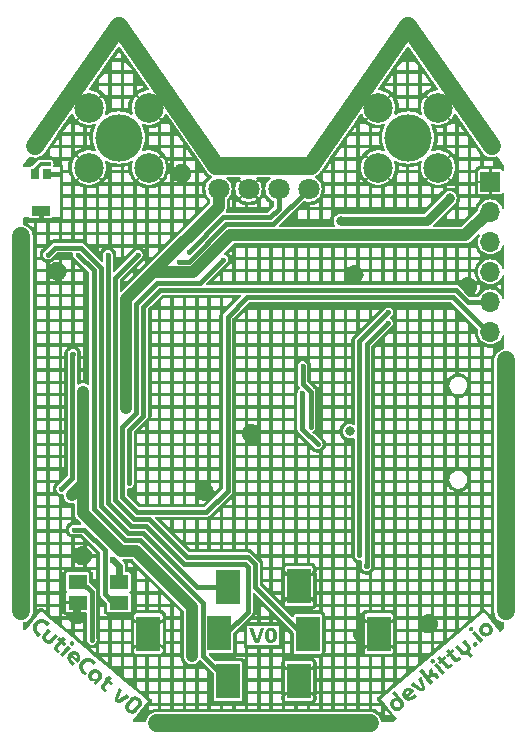
<source format=gtl>
G04 #@! TF.GenerationSoftware,KiCad,Pcbnew,7.0.7-7.0.7~ubuntu22.04.1*
G04 #@! TF.CreationDate,2024-02-20T19:32:10-08:00*
G04 #@! TF.ProjectId,v3.1-DevKitty,76332e31-2d44-4657-964b-697474792e6b,rev?*
G04 #@! TF.SameCoordinates,Original*
G04 #@! TF.FileFunction,Copper,L1,Top*
G04 #@! TF.FilePolarity,Positive*
%FSLAX46Y46*%
G04 Gerber Fmt 4.6, Leading zero omitted, Abs format (unit mm)*
G04 Created by KiCad (PCBNEW 7.0.7-7.0.7~ubuntu22.04.1) date 2024-02-20 19:32:10*
%MOMM*%
%LPD*%
G01*
G04 APERTURE LIST*
G04 Aperture macros list*
%AMOutline4P*
0 Free polygon, 4 corners , with rotation*
0 The origin of the aperture is its center*
0 number of corners: always 4*
0 $1 to $8 corner X, Y*
0 $9 Rotation angle, in degrees counterclockwise*
0 create outline with 4 corners*
4,1,4,$1,$2,$3,$4,$5,$6,$7,$8,$1,$2,$9*%
G04 Aperture macros list end*
G04 #@! TA.AperFunction,NonConductor*
%ADD10C,1.500000*%
G04 #@! TD*
%ADD11C,0.200000*%
G04 #@! TA.AperFunction,NonConductor*
%ADD12C,0.200000*%
G04 #@! TD*
G04 #@! TA.AperFunction,ComponentPad*
%ADD13O,1.700000X1.700000*%
G04 #@! TD*
G04 #@! TA.AperFunction,ComponentPad*
%ADD14R,1.700000X1.700000*%
G04 #@! TD*
G04 #@! TA.AperFunction,ComponentPad*
%ADD15C,2.500000*%
G04 #@! TD*
G04 #@! TA.AperFunction,ComponentPad*
%ADD16C,4.000000*%
G04 #@! TD*
G04 #@! TA.AperFunction,SMDPad,CuDef*
%ADD17R,1.600000X1.250000*%
G04 #@! TD*
G04 #@! TA.AperFunction,ComponentPad*
%ADD18C,1.800000*%
G04 #@! TD*
G04 #@! TA.AperFunction,SMDPad,CuDef*
%ADD19R,2.000000X3.000000*%
G04 #@! TD*
G04 #@! TA.AperFunction,SMDPad,CuDef*
%ADD20Outline4P,-0.400000X-0.325000X0.400000X-0.325000X0.400000X0.325000X-0.400000X0.325000X90.000000*%
G04 #@! TD*
G04 #@! TA.AperFunction,SMDPad,CuDef*
%ADD21Outline4P,-0.400000X-0.800000X0.400000X-0.800000X0.400000X0.800000X-0.400000X0.800000X90.000000*%
G04 #@! TD*
G04 #@! TA.AperFunction,ViaPad*
%ADD22C,0.800000*%
G04 #@! TD*
G04 #@! TA.AperFunction,ViaPad*
%ADD23C,1.000000*%
G04 #@! TD*
G04 #@! TA.AperFunction,ViaPad*
%ADD24C,0.400000*%
G04 #@! TD*
G04 #@! TA.AperFunction,ViaPad*
%ADD25C,0.600000*%
G04 #@! TD*
G04 #@! TA.AperFunction,Conductor*
%ADD26C,0.800000*%
G04 #@! TD*
G04 #@! TA.AperFunction,Conductor*
%ADD27C,0.600000*%
G04 #@! TD*
G04 #@! TA.AperFunction,Conductor*
%ADD28C,1.000000*%
G04 #@! TD*
G04 #@! TA.AperFunction,Conductor*
%ADD29C,0.400000*%
G04 #@! TD*
G04 #@! TA.AperFunction,Conductor*
%ADD30C,0.350000*%
G04 #@! TD*
G04 APERTURE END LIST*
D10*
X12250000Y30405400D02*
X19352800Y20261500D01*
X-12250000Y30405400D02*
X-4000000Y18623200D01*
X-12250000Y30405400D02*
X-19352800Y20261500D01*
X-9000000Y-28594600D02*
X9000000Y-28594600D01*
X4000000Y18623200D02*
X12250000Y30405400D01*
X20500000Y-19123200D02*
X20500000Y2123170D01*
X-20500000Y-19123200D02*
X-20500000Y12623200D01*
X-4000000Y18623200D02*
X4000000Y18623200D01*
D11*
D12*
G36*
X11742866Y-26593119D02*
G01*
X11756785Y-26610140D01*
X11770046Y-26627247D01*
X11782649Y-26644438D01*
X11794595Y-26661714D01*
X11805884Y-26679074D01*
X11816515Y-26696520D01*
X11826488Y-26714049D01*
X11835804Y-26731664D01*
X11844463Y-26749363D01*
X11852464Y-26767147D01*
X11859807Y-26785016D01*
X11866493Y-26802969D01*
X11872521Y-26821007D01*
X11877892Y-26839130D01*
X11882605Y-26857337D01*
X11886661Y-26875629D01*
X11890100Y-26893903D01*
X11892892Y-26912114D01*
X11895037Y-26930262D01*
X11896536Y-26948348D01*
X11897388Y-26966371D01*
X11897593Y-26984331D01*
X11897152Y-27002229D01*
X11896064Y-27020063D01*
X11894329Y-27037836D01*
X11891948Y-27055545D01*
X11888920Y-27073192D01*
X11885245Y-27090776D01*
X11880924Y-27108298D01*
X11875956Y-27125757D01*
X11870341Y-27143153D01*
X11864079Y-27160487D01*
X11857206Y-27177663D01*
X11849685Y-27194647D01*
X11841517Y-27211438D01*
X11832701Y-27228036D01*
X11823238Y-27244441D01*
X11813127Y-27260654D01*
X11802369Y-27276674D01*
X11790963Y-27292501D01*
X11778910Y-27308135D01*
X11766210Y-27323576D01*
X11752861Y-27338825D01*
X11738866Y-27353881D01*
X11724223Y-27368744D01*
X11708932Y-27383415D01*
X11692994Y-27397893D01*
X11676409Y-27412177D01*
X11663440Y-27422843D01*
X11650425Y-27433113D01*
X11637363Y-27442990D01*
X11624254Y-27452473D01*
X11611099Y-27461561D01*
X11597896Y-27470256D01*
X11584647Y-27478556D01*
X11571351Y-27486462D01*
X11558009Y-27493973D01*
X11544619Y-27501091D01*
X11531183Y-27507814D01*
X11517700Y-27514144D01*
X11504170Y-27520079D01*
X11490594Y-27525620D01*
X11470141Y-27533192D01*
X11463300Y-27535519D01*
X11442735Y-27541872D01*
X11422208Y-27547368D01*
X11401719Y-27552009D01*
X11381269Y-27555794D01*
X11360857Y-27558722D01*
X11340483Y-27560795D01*
X11320148Y-27562011D01*
X11299851Y-27562372D01*
X11279592Y-27561876D01*
X11259372Y-27560525D01*
X11245913Y-27559148D01*
X11225867Y-27556374D01*
X11205973Y-27552841D01*
X11186234Y-27548549D01*
X11166647Y-27543498D01*
X11147214Y-27537687D01*
X11127934Y-27531118D01*
X11108807Y-27523789D01*
X11089833Y-27515701D01*
X11071013Y-27506854D01*
X11052346Y-27497248D01*
X11039986Y-27490423D01*
X11021602Y-27479514D01*
X11003515Y-27467877D01*
X10985725Y-27455512D01*
X10968232Y-27442419D01*
X10956734Y-27433286D01*
X10945369Y-27423829D01*
X10934135Y-27414048D01*
X10923034Y-27403944D01*
X10912064Y-27393515D01*
X10901227Y-27382764D01*
X10890521Y-27371688D01*
X10879947Y-27360289D01*
X10869505Y-27348566D01*
X10859195Y-27336520D01*
X10846453Y-27320936D01*
X10834307Y-27305266D01*
X10822759Y-27289510D01*
X10811807Y-27273668D01*
X10801451Y-27257740D01*
X10791693Y-27241726D01*
X10782531Y-27225627D01*
X10773965Y-27209441D01*
X10765997Y-27193169D01*
X10758625Y-27176812D01*
X10751849Y-27160368D01*
X10745671Y-27143839D01*
X10740089Y-27127223D01*
X10735104Y-27110522D01*
X10730715Y-27093735D01*
X10726924Y-27076861D01*
X10723719Y-27059912D01*
X10721083Y-27043024D01*
X10719014Y-27026198D01*
X10717512Y-27009433D01*
X10716578Y-26992731D01*
X10716212Y-26976090D01*
X10716413Y-26959511D01*
X10717146Y-26943745D01*
X11049002Y-26943745D01*
X11049406Y-26960257D01*
X11050965Y-26976861D01*
X11053677Y-26993559D01*
X11057543Y-27010349D01*
X11062503Y-27027081D01*
X11068497Y-27043602D01*
X11075526Y-27059914D01*
X11083589Y-27076015D01*
X11092686Y-27091906D01*
X11102817Y-27107586D01*
X11113982Y-27123057D01*
X11126182Y-27138317D01*
X11135876Y-27149465D01*
X11149154Y-27163484D01*
X11162832Y-27176540D01*
X11176912Y-27188631D01*
X11191393Y-27199757D01*
X11206276Y-27209919D01*
X11221559Y-27219117D01*
X11237244Y-27227350D01*
X11241228Y-27229257D01*
X11257262Y-27236182D01*
X11273389Y-27241936D01*
X11289611Y-27246521D01*
X11305927Y-27249935D01*
X11322337Y-27252180D01*
X11338841Y-27253254D01*
X11355440Y-27253158D01*
X11372133Y-27251892D01*
X11388657Y-27249348D01*
X11404868Y-27245557D01*
X11420765Y-27240519D01*
X11436349Y-27234236D01*
X11451619Y-27226706D01*
X11466576Y-27217929D01*
X11481219Y-27207906D01*
X11495549Y-27196637D01*
X11509517Y-27184162D01*
X11522233Y-27171228D01*
X11533697Y-27157835D01*
X11543909Y-27143983D01*
X11552869Y-27129672D01*
X11560577Y-27114901D01*
X11567033Y-27099672D01*
X11572237Y-27083984D01*
X11576185Y-27067931D01*
X11578991Y-27051744D01*
X11580654Y-27035425D01*
X11581175Y-27018974D01*
X11580554Y-27002391D01*
X11578790Y-26985674D01*
X11575884Y-26968826D01*
X11571836Y-26951845D01*
X11566772Y-26934856D01*
X11560680Y-26918103D01*
X11553560Y-26901584D01*
X11545412Y-26885301D01*
X11536235Y-26869253D01*
X11526030Y-26853440D01*
X11514797Y-26837862D01*
X11505697Y-26826333D01*
X11502535Y-26822519D01*
X11492887Y-26811431D01*
X11479676Y-26797512D01*
X11466069Y-26784583D01*
X11452068Y-26772643D01*
X11437671Y-26761693D01*
X11422878Y-26751732D01*
X11407691Y-26742760D01*
X11392108Y-26734778D01*
X11388150Y-26732937D01*
X11372299Y-26726203D01*
X11356366Y-26720599D01*
X11340350Y-26716126D01*
X11324251Y-26712784D01*
X11308070Y-26710572D01*
X11291806Y-26709490D01*
X11275459Y-26709539D01*
X11259030Y-26710718D01*
X11242621Y-26713053D01*
X11226455Y-26716710D01*
X11210530Y-26721688D01*
X11194847Y-26727987D01*
X11179406Y-26735608D01*
X11164208Y-26744550D01*
X11149251Y-26754814D01*
X11134536Y-26766399D01*
X11120953Y-26778558D01*
X11108551Y-26791252D01*
X11097329Y-26804479D01*
X11087288Y-26818240D01*
X11078426Y-26832536D01*
X11070746Y-26847365D01*
X11064245Y-26862728D01*
X11058925Y-26878626D01*
X11054714Y-26894766D01*
X11051656Y-26911000D01*
X11049752Y-26927326D01*
X11049002Y-26943745D01*
X10717146Y-26943745D01*
X10717181Y-26942994D01*
X10718517Y-26926539D01*
X10720421Y-26910146D01*
X10722892Y-26893815D01*
X10725931Y-26877545D01*
X10729537Y-26861337D01*
X10733710Y-26845192D01*
X10738451Y-26829107D01*
X10743760Y-26813085D01*
X10749632Y-26797212D01*
X10756065Y-26781575D01*
X10763059Y-26766173D01*
X10770612Y-26751008D01*
X10778727Y-26736078D01*
X10787401Y-26721384D01*
X10796636Y-26706927D01*
X10806431Y-26692705D01*
X10816787Y-26678719D01*
X10827703Y-26664969D01*
X10839180Y-26651455D01*
X10851217Y-26638177D01*
X10863814Y-26625135D01*
X10876972Y-26612329D01*
X10890690Y-26599759D01*
X10904969Y-26587425D01*
X10917400Y-26577330D01*
X10929995Y-26567770D01*
X10942755Y-26558745D01*
X10955680Y-26550254D01*
X10968769Y-26542297D01*
X10982022Y-26534875D01*
X10995440Y-26527987D01*
X11009023Y-26521634D01*
X11022738Y-26515716D01*
X11036532Y-26510389D01*
X11050403Y-26505654D01*
X11067853Y-26500567D01*
X11085425Y-26496406D01*
X11103119Y-26493170D01*
X11120936Y-26490858D01*
X11138707Y-26489495D01*
X11156267Y-26489104D01*
X11173614Y-26489684D01*
X11190750Y-26491237D01*
X11207673Y-26493761D01*
X11224385Y-26497257D01*
X11231010Y-26498928D01*
X11235220Y-26495396D01*
X10866907Y-26056457D01*
X11116686Y-25846867D01*
X11742866Y-26593119D01*
G37*
G36*
X12296827Y-25576713D02*
G01*
X12313089Y-25577565D01*
X12329278Y-25579016D01*
X12345395Y-25581066D01*
X12361438Y-25583715D01*
X12377409Y-25586963D01*
X12393307Y-25590810D01*
X12409133Y-25595256D01*
X12424885Y-25600301D01*
X12440565Y-25605946D01*
X12456173Y-25612189D01*
X12471707Y-25619032D01*
X12487122Y-25626359D01*
X12502359Y-25634187D01*
X12517418Y-25642516D01*
X12532299Y-25651345D01*
X12547003Y-25660675D01*
X12561528Y-25670505D01*
X12575876Y-25680835D01*
X12590045Y-25691666D01*
X12604037Y-25702998D01*
X12617851Y-25714830D01*
X12631487Y-25727162D01*
X12644946Y-25739995D01*
X12658226Y-25753328D01*
X12671329Y-25767162D01*
X12684253Y-25781497D01*
X12697000Y-25796331D01*
X12707090Y-25808718D01*
X12716544Y-25820909D01*
X12726452Y-25834214D01*
X12735495Y-25846768D01*
X12744172Y-25859100D01*
X12752717Y-25872159D01*
X12760579Y-25885532D01*
X12766013Y-25896247D01*
X12225478Y-26349809D01*
X12240045Y-26359593D01*
X12254854Y-26368053D01*
X12269907Y-26375188D01*
X12285202Y-26380998D01*
X12300740Y-26385484D01*
X12316521Y-26388645D01*
X12322901Y-26389538D01*
X12338891Y-26390758D01*
X12355010Y-26390656D01*
X12371257Y-26389232D01*
X12387632Y-26386486D01*
X12404135Y-26382417D01*
X12420767Y-26377027D01*
X12427456Y-26374501D01*
X12444109Y-26367279D01*
X12457400Y-26360703D01*
X12470664Y-26353418D01*
X12483900Y-26345424D01*
X12497110Y-26336720D01*
X12510291Y-26327307D01*
X12523446Y-26317184D01*
X12533294Y-26309127D01*
X12784758Y-26098124D01*
X12957140Y-26303561D01*
X12712692Y-26508676D01*
X12695150Y-26523050D01*
X12677535Y-26536794D01*
X12659848Y-26549908D01*
X12642087Y-26562391D01*
X12624253Y-26574245D01*
X12606347Y-26585468D01*
X12588368Y-26596062D01*
X12570316Y-26606025D01*
X12552191Y-26615358D01*
X12533993Y-26624062D01*
X12515722Y-26632135D01*
X12497378Y-26639578D01*
X12478962Y-26646391D01*
X12460473Y-26652573D01*
X12441910Y-26658126D01*
X12423275Y-26663049D01*
X12404657Y-26667281D01*
X12386134Y-26670892D01*
X12367705Y-26673881D01*
X12349372Y-26676249D01*
X12331134Y-26677996D01*
X12312990Y-26679120D01*
X12294942Y-26679624D01*
X12276989Y-26679506D01*
X12259130Y-26678766D01*
X12241367Y-26677405D01*
X12223699Y-26675423D01*
X12206125Y-26672818D01*
X12188647Y-26669593D01*
X12171264Y-26665746D01*
X12153976Y-26661277D01*
X12136782Y-26656187D01*
X12119746Y-26650447D01*
X12102986Y-26644096D01*
X12086502Y-26637136D01*
X12070296Y-26629567D01*
X12054367Y-26621387D01*
X12038714Y-26612598D01*
X12023338Y-26603200D01*
X12008239Y-26593192D01*
X11993417Y-26582574D01*
X11978871Y-26571346D01*
X11964603Y-26559509D01*
X11950611Y-26547062D01*
X11936896Y-26534006D01*
X11923458Y-26520340D01*
X11910296Y-26506064D01*
X11897412Y-26491178D01*
X11883512Y-26474168D01*
X11870309Y-26457098D01*
X11857802Y-26439966D01*
X11845991Y-26422773D01*
X11834876Y-26405519D01*
X11824457Y-26388204D01*
X11814734Y-26370828D01*
X11805707Y-26353391D01*
X11797377Y-26335893D01*
X11789742Y-26318334D01*
X11782804Y-26300715D01*
X11776561Y-26283034D01*
X11771015Y-26265292D01*
X11766165Y-26247489D01*
X11762011Y-26229625D01*
X11758553Y-26211700D01*
X11755774Y-26193766D01*
X11753588Y-26175932D01*
X11751994Y-26158198D01*
X11750994Y-26140566D01*
X11750585Y-26123034D01*
X11750769Y-26105602D01*
X11751546Y-26088271D01*
X11752915Y-26071041D01*
X11754844Y-26054195D01*
X12044863Y-26054195D01*
X12044992Y-26070515D01*
X12046419Y-26086799D01*
X12049143Y-26103047D01*
X12053165Y-26119259D01*
X12056045Y-26128507D01*
X12061855Y-26144529D01*
X12068463Y-26160248D01*
X12074763Y-26173479D01*
X12081649Y-26186488D01*
X12089121Y-26199273D01*
X12402328Y-25936462D01*
X12391453Y-25925961D01*
X12380370Y-25916138D01*
X12367448Y-25905743D01*
X12354254Y-25896235D01*
X12350913Y-25893996D01*
X12337486Y-25885654D01*
X12323724Y-25878550D01*
X12309626Y-25872685D01*
X12295191Y-25868058D01*
X12280603Y-25864636D01*
X12266042Y-25862387D01*
X12249694Y-25861258D01*
X12237002Y-25861406D01*
X12222330Y-25862658D01*
X12207534Y-25865329D01*
X12192613Y-25869420D01*
X12177568Y-25874930D01*
X12162578Y-25881859D01*
X12149653Y-25889085D01*
X12136907Y-25897397D01*
X12124340Y-25906794D01*
X12119009Y-25911154D01*
X12107895Y-25921017D01*
X12095782Y-25933244D01*
X12085002Y-25945899D01*
X12075556Y-25958981D01*
X12067444Y-25972490D01*
X12063889Y-25979406D01*
X12057798Y-25993287D01*
X12052872Y-26007234D01*
X12048597Y-26023588D01*
X12045907Y-26040031D01*
X12044863Y-26054195D01*
X11754844Y-26054195D01*
X11754877Y-26053911D01*
X11757432Y-26036882D01*
X11760579Y-26019954D01*
X11764318Y-26003126D01*
X11768650Y-25986399D01*
X11773575Y-25969772D01*
X11779092Y-25953246D01*
X11785202Y-25936820D01*
X11791888Y-25920554D01*
X11799064Y-25904564D01*
X11806730Y-25888851D01*
X11814885Y-25873414D01*
X11823530Y-25858253D01*
X11832665Y-25843369D01*
X11842290Y-25828762D01*
X11852405Y-25814431D01*
X11863010Y-25800377D01*
X11874104Y-25786599D01*
X11885688Y-25773097D01*
X11897762Y-25759872D01*
X11910326Y-25746924D01*
X11923380Y-25734252D01*
X11936923Y-25721856D01*
X11950956Y-25709737D01*
X11967246Y-25696431D01*
X11983559Y-25683830D01*
X11999896Y-25671934D01*
X12016257Y-25660742D01*
X12032641Y-25650256D01*
X12049049Y-25640475D01*
X12065480Y-25631399D01*
X12081935Y-25623028D01*
X12098414Y-25615362D01*
X12114916Y-25608401D01*
X12131442Y-25602145D01*
X12147992Y-25596594D01*
X12164566Y-25591748D01*
X12181163Y-25587607D01*
X12197783Y-25584171D01*
X12214428Y-25581440D01*
X12231053Y-25579296D01*
X12247606Y-25577752D01*
X12264086Y-25576807D01*
X12280493Y-25576460D01*
X12296827Y-25576713D01*
G37*
G36*
X13575576Y-25818587D02*
G01*
X13561418Y-25829891D01*
X13546940Y-25840312D01*
X13532142Y-25849850D01*
X13517023Y-25858505D01*
X13501583Y-25866278D01*
X13485823Y-25873167D01*
X13469743Y-25879174D01*
X13453342Y-25884298D01*
X13436620Y-25888539D01*
X13419579Y-25891897D01*
X13408039Y-25893646D01*
X13390705Y-25895409D01*
X13373619Y-25896147D01*
X13356784Y-25895861D01*
X13340198Y-25894549D01*
X13323861Y-25892212D01*
X13307775Y-25888851D01*
X13291938Y-25884464D01*
X13276350Y-25879053D01*
X13261013Y-25872616D01*
X13245925Y-25865155D01*
X13236005Y-25859611D01*
X12412925Y-25354621D01*
X12685999Y-25125485D01*
X13346302Y-25573846D01*
X13360636Y-25578239D01*
X13361515Y-25578298D01*
X13373603Y-25573894D01*
X13380880Y-25562049D01*
X13378805Y-25547256D01*
X13378577Y-25546764D01*
X13052810Y-24817693D01*
X13320270Y-24593267D01*
X13673721Y-25490411D01*
X13679157Y-25506523D01*
X13683554Y-25522709D01*
X13686911Y-25538968D01*
X13689229Y-25555301D01*
X13690508Y-25571707D01*
X13690747Y-25588187D01*
X13689946Y-25604741D01*
X13688106Y-25621368D01*
X13685226Y-25638069D01*
X13681307Y-25654844D01*
X13678116Y-25666068D01*
X13672524Y-25682640D01*
X13666100Y-25698743D01*
X13658844Y-25714374D01*
X13650756Y-25729535D01*
X13641836Y-25744226D01*
X13632085Y-25758446D01*
X13621501Y-25772196D01*
X13610085Y-25785475D01*
X13597838Y-25798284D01*
X13584758Y-25810623D01*
X13575576Y-25818587D01*
G37*
G36*
X14120439Y-25327436D02*
G01*
X13135131Y-24153191D01*
X13384349Y-23944072D01*
X13938938Y-24605006D01*
X14048954Y-24512692D01*
X13975591Y-24043388D01*
X14253436Y-23810248D01*
X14320483Y-24339851D01*
X14336856Y-24335061D01*
X14353164Y-24330886D01*
X14369405Y-24327328D01*
X14385580Y-24324385D01*
X14401689Y-24322058D01*
X14417733Y-24320348D01*
X14433710Y-24319253D01*
X14449621Y-24318773D01*
X14465465Y-24318910D01*
X14481244Y-24319663D01*
X14496957Y-24321031D01*
X14512604Y-24323016D01*
X14528184Y-24325616D01*
X14543699Y-24328833D01*
X14559147Y-24332665D01*
X14574530Y-24337113D01*
X14589734Y-24342119D01*
X14604708Y-24347697D01*
X14619451Y-24353845D01*
X14633963Y-24360565D01*
X14648244Y-24367855D01*
X14662295Y-24375717D01*
X14676115Y-24384149D01*
X14689704Y-24393153D01*
X14703062Y-24402727D01*
X14716190Y-24412873D01*
X14729087Y-24423590D01*
X14741753Y-24434877D01*
X14754188Y-24446736D01*
X14766392Y-24459165D01*
X14778366Y-24472166D01*
X14790109Y-24485738D01*
X14927873Y-24649919D01*
X14678093Y-24859509D01*
X14540329Y-24695328D01*
X14528204Y-24681963D01*
X14515378Y-24669933D01*
X14501851Y-24659239D01*
X14487623Y-24649881D01*
X14472694Y-24641858D01*
X14457064Y-24635170D01*
X14450616Y-24632869D01*
X14434411Y-24627967D01*
X14418142Y-24624380D01*
X14401808Y-24622108D01*
X14385410Y-24621150D01*
X14368948Y-24621508D01*
X14352422Y-24623181D01*
X14345793Y-24624218D01*
X14329347Y-24627684D01*
X14313326Y-24632546D01*
X14297728Y-24638804D01*
X14282553Y-24646458D01*
X14267803Y-24655507D01*
X14253477Y-24665952D01*
X14247865Y-24670521D01*
X14098839Y-24795568D01*
X14369658Y-25118317D01*
X14120439Y-25327436D01*
G37*
G36*
X15088125Y-24515451D02*
G01*
X14396007Y-23690617D01*
X14646909Y-23480085D01*
X15339027Y-24304919D01*
X15088125Y-24515451D01*
G37*
G36*
X14442377Y-23490536D02*
G01*
X14427051Y-23502238D01*
X14411101Y-23512147D01*
X14394528Y-23520262D01*
X14377332Y-23526583D01*
X14359513Y-23531111D01*
X14341070Y-23533845D01*
X14322004Y-23534786D01*
X14307296Y-23534314D01*
X14302315Y-23533933D01*
X14287587Y-23532067D01*
X14268771Y-23528157D01*
X14250893Y-23522623D01*
X14233954Y-23515465D01*
X14217953Y-23506682D01*
X14202891Y-23496275D01*
X14188768Y-23484243D01*
X14175583Y-23470587D01*
X14172433Y-23466919D01*
X14160723Y-23451592D01*
X14150790Y-23435640D01*
X14142635Y-23419064D01*
X14136257Y-23401863D01*
X14131657Y-23384037D01*
X14128834Y-23365587D01*
X14127788Y-23346512D01*
X14128171Y-23331796D01*
X14128520Y-23326812D01*
X14130257Y-23312022D01*
X14134030Y-23293118D01*
X14139468Y-23275149D01*
X14146572Y-23258114D01*
X14155341Y-23242012D01*
X14165776Y-23226845D01*
X14177876Y-23212611D01*
X14191642Y-23199312D01*
X14195343Y-23196133D01*
X14210674Y-23184435D01*
X14226634Y-23174540D01*
X14243226Y-23166447D01*
X14260448Y-23160156D01*
X14278300Y-23155668D01*
X14296783Y-23152982D01*
X14315897Y-23152098D01*
X14330646Y-23152618D01*
X14335641Y-23153017D01*
X14350423Y-23154846D01*
X14369317Y-23158728D01*
X14387278Y-23164259D01*
X14404307Y-23171439D01*
X14420403Y-23180269D01*
X14435567Y-23190748D01*
X14449798Y-23202877D01*
X14463096Y-23216654D01*
X14466275Y-23220357D01*
X14477870Y-23235556D01*
X14487694Y-23251405D01*
X14495747Y-23267903D01*
X14502027Y-23285051D01*
X14506537Y-23302848D01*
X14509275Y-23321295D01*
X14510241Y-23340392D01*
X14509803Y-23355140D01*
X14509436Y-23360138D01*
X14507657Y-23374878D01*
X14503835Y-23393722D01*
X14498354Y-23411641D01*
X14491215Y-23428635D01*
X14482418Y-23444703D01*
X14471963Y-23459847D01*
X14459850Y-23474065D01*
X14446079Y-23487358D01*
X14442377Y-23490536D01*
G37*
G36*
X15825396Y-23896808D02*
G01*
X15811167Y-23908315D01*
X15796898Y-23918995D01*
X15782586Y-23928845D01*
X15768234Y-23937868D01*
X15753840Y-23946061D01*
X15739405Y-23953427D01*
X15724929Y-23959964D01*
X15710411Y-23965672D01*
X15695852Y-23970552D01*
X15681252Y-23974604D01*
X15666610Y-23977827D01*
X15651927Y-23980222D01*
X15637203Y-23981788D01*
X15622438Y-23982526D01*
X15607631Y-23982435D01*
X15592783Y-23981516D01*
X15578020Y-23979727D01*
X15563454Y-23977154D01*
X15549088Y-23973799D01*
X15534920Y-23969660D01*
X15520950Y-23964738D01*
X15507179Y-23959033D01*
X15493606Y-23952545D01*
X15480233Y-23945274D01*
X15467057Y-23937220D01*
X15454080Y-23928383D01*
X15441302Y-23918763D01*
X15428722Y-23908359D01*
X15416341Y-23897173D01*
X15404158Y-23885203D01*
X15392174Y-23872450D01*
X15380388Y-23858915D01*
X14721710Y-23073933D01*
X14971771Y-22864107D01*
X15618674Y-23635057D01*
X15629712Y-23645485D01*
X15643895Y-23653086D01*
X15658642Y-23656479D01*
X15660214Y-23656634D01*
X15675590Y-23656090D01*
X15689754Y-23651986D01*
X15702706Y-23644322D01*
X15705151Y-23642362D01*
X15884768Y-23491646D01*
X16059740Y-23700170D01*
X15825396Y-23896808D01*
G37*
G36*
X14926771Y-23592466D02*
G01*
X14755802Y-23388713D01*
X15367622Y-22875336D01*
X15538591Y-23079088D01*
X14926771Y-23592466D01*
G37*
G36*
X16514676Y-23318433D02*
G01*
X16500447Y-23329941D01*
X16486177Y-23340620D01*
X16471866Y-23350471D01*
X16457513Y-23359493D01*
X16443120Y-23367687D01*
X16428685Y-23375053D01*
X16414208Y-23381590D01*
X16399691Y-23387298D01*
X16385132Y-23392178D01*
X16370531Y-23396230D01*
X16355890Y-23399453D01*
X16341207Y-23401848D01*
X16326483Y-23403414D01*
X16311718Y-23404152D01*
X16296911Y-23404061D01*
X16282063Y-23403142D01*
X16267299Y-23401352D01*
X16252734Y-23398780D01*
X16238367Y-23395424D01*
X16224199Y-23391286D01*
X16210230Y-23386364D01*
X16196459Y-23380659D01*
X16182886Y-23374171D01*
X16169512Y-23366900D01*
X16156337Y-23358846D01*
X16143360Y-23350009D01*
X16130581Y-23340388D01*
X16118002Y-23329985D01*
X16105620Y-23318798D01*
X16093438Y-23306829D01*
X16081453Y-23294076D01*
X16069668Y-23280540D01*
X15410990Y-22495559D01*
X15661050Y-22285733D01*
X16307953Y-23056682D01*
X16318992Y-23067110D01*
X16333174Y-23074712D01*
X16347922Y-23078105D01*
X16349494Y-23078260D01*
X16364870Y-23077716D01*
X16379034Y-23073612D01*
X16391985Y-23065948D01*
X16394430Y-23063988D01*
X16574047Y-22913272D01*
X16749020Y-23121795D01*
X16514676Y-23318433D01*
G37*
G36*
X15616051Y-23014092D02*
G01*
X15445082Y-22810339D01*
X16056901Y-22296961D01*
X16227870Y-22500714D01*
X15616051Y-23014092D01*
G37*
G36*
X17461512Y-23080631D02*
G01*
X17190929Y-22758163D01*
X17177434Y-22764745D01*
X17163946Y-22770926D01*
X17150464Y-22776705D01*
X17130255Y-22784620D01*
X17110060Y-22791631D01*
X17089880Y-22797739D01*
X17069716Y-22802942D01*
X17049566Y-22807242D01*
X17029432Y-22810639D01*
X17009312Y-22813131D01*
X16989208Y-22814720D01*
X16975814Y-22815277D01*
X16955838Y-22815301D01*
X16936067Y-22814496D01*
X16916501Y-22812865D01*
X16897140Y-22810405D01*
X16877985Y-22807118D01*
X16859034Y-22803003D01*
X16840288Y-22798060D01*
X16821747Y-22792290D01*
X16803411Y-22785692D01*
X16785280Y-22778266D01*
X16773307Y-22772855D01*
X16755628Y-22764112D01*
X16738378Y-22754666D01*
X16721554Y-22744516D01*
X16705157Y-22733664D01*
X16689188Y-22722108D01*
X16673646Y-22709849D01*
X16658531Y-22696887D01*
X16643843Y-22683222D01*
X16629583Y-22668853D01*
X16615749Y-22653782D01*
X16606765Y-22643343D01*
X16209014Y-22169323D01*
X16458233Y-21960204D01*
X16849860Y-22426927D01*
X16861562Y-22439844D01*
X16874003Y-22451580D01*
X16887181Y-22462137D01*
X16901098Y-22471514D01*
X16915752Y-22479712D01*
X16931145Y-22486729D01*
X16937509Y-22489206D01*
X16953737Y-22494422D01*
X16970133Y-22498307D01*
X16986696Y-22500861D01*
X17003426Y-22502083D01*
X17020323Y-22501975D01*
X17037388Y-22500534D01*
X17044260Y-22499586D01*
X17061173Y-22496141D01*
X17077627Y-22491260D01*
X17093623Y-22484941D01*
X17109160Y-22477186D01*
X17124239Y-22467995D01*
X17138859Y-22457366D01*
X17144579Y-22452712D01*
X17155711Y-22442788D01*
X17168375Y-22429794D01*
X17179649Y-22416145D01*
X17189532Y-22401841D01*
X17198025Y-22386882D01*
X17205128Y-22371268D01*
X17208722Y-22361586D01*
X17213545Y-22345136D01*
X17217014Y-22328632D01*
X17219130Y-22312073D01*
X17219891Y-22295458D01*
X17219299Y-22278789D01*
X17217353Y-22262065D01*
X17216195Y-22255360D01*
X17212473Y-22238774D01*
X17207462Y-22222709D01*
X17201159Y-22207167D01*
X17193567Y-22192147D01*
X17184685Y-22177649D01*
X17174513Y-22163673D01*
X17170083Y-22158228D01*
X16778456Y-21691505D01*
X17028236Y-21481915D01*
X17425986Y-21955935D01*
X17438938Y-21971967D01*
X17451125Y-21988280D01*
X17462548Y-22004873D01*
X17473205Y-22021746D01*
X17483097Y-22038900D01*
X17492224Y-22056335D01*
X17500586Y-22074050D01*
X17508183Y-22092045D01*
X17515014Y-22110321D01*
X17521081Y-22128878D01*
X17524701Y-22141404D01*
X17529508Y-22160285D01*
X17533476Y-22179247D01*
X17536605Y-22198292D01*
X17538895Y-22217418D01*
X17540345Y-22236627D01*
X17540957Y-22255917D01*
X17540729Y-22275290D01*
X17539663Y-22294744D01*
X17537757Y-22314281D01*
X17535012Y-22333899D01*
X17532716Y-22347024D01*
X17528536Y-22366568D01*
X17523427Y-22385968D01*
X17517389Y-22405222D01*
X17510423Y-22424331D01*
X17502527Y-22443295D01*
X17493702Y-22462113D01*
X17483949Y-22480786D01*
X17473266Y-22499314D01*
X17461655Y-22517697D01*
X17453398Y-22529871D01*
X17444728Y-22541981D01*
X17440238Y-22548012D01*
X17711292Y-22871041D01*
X17461512Y-23080631D01*
G37*
G36*
X18044668Y-22068574D02*
G01*
X18032541Y-22078060D01*
X18020051Y-22086472D01*
X18007198Y-22093810D01*
X17989495Y-22101924D01*
X17971147Y-22108128D01*
X17952154Y-22112423D01*
X17937485Y-22114392D01*
X17922453Y-22115286D01*
X17907058Y-22115106D01*
X17896593Y-22114390D01*
X17881058Y-22112377D01*
X17866073Y-22109397D01*
X17851640Y-22105451D01*
X17837758Y-22100539D01*
X17820104Y-22092485D01*
X17803431Y-22082713D01*
X17787736Y-22071222D01*
X17776607Y-22061477D01*
X17766030Y-22050764D01*
X17759284Y-22043086D01*
X17749751Y-22030913D01*
X17741286Y-22018390D01*
X17733889Y-22005518D01*
X17727561Y-21992295D01*
X17720785Y-21974120D01*
X17715908Y-21955324D01*
X17713496Y-21940818D01*
X17712153Y-21925962D01*
X17711878Y-21910757D01*
X17712671Y-21895201D01*
X17714547Y-21879696D01*
X17717413Y-21864730D01*
X17721269Y-21850303D01*
X17726116Y-21836416D01*
X17734119Y-21818738D01*
X17743883Y-21802019D01*
X17755408Y-21786258D01*
X17765207Y-21775066D01*
X17775996Y-21764414D01*
X17783740Y-21757612D01*
X17795915Y-21748081D01*
X17808444Y-21739624D01*
X17821327Y-21732239D01*
X17834564Y-21725928D01*
X17852764Y-21719183D01*
X17871594Y-21714345D01*
X17886129Y-21711969D01*
X17901019Y-21710666D01*
X17916262Y-21710436D01*
X17931860Y-21711280D01*
X17947367Y-21713158D01*
X17962339Y-21716031D01*
X17976776Y-21719900D01*
X17990678Y-21724764D01*
X18008382Y-21732797D01*
X18025135Y-21742601D01*
X18037075Y-21751115D01*
X18048480Y-21760624D01*
X18059350Y-21771129D01*
X18069685Y-21782629D01*
X18080009Y-21795977D01*
X18089053Y-21809886D01*
X18096817Y-21824357D01*
X18103299Y-21839388D01*
X18108501Y-21854980D01*
X18112422Y-21871133D01*
X18113632Y-21877751D01*
X18115846Y-21894279D01*
X18116774Y-21910694D01*
X18116417Y-21926997D01*
X18114774Y-21943188D01*
X18111846Y-21959266D01*
X18107633Y-21975232D01*
X18105588Y-21981586D01*
X18099508Y-21997022D01*
X18092154Y-22011774D01*
X18083526Y-22025844D01*
X18073626Y-22039231D01*
X18062451Y-22051935D01*
X18050003Y-22063956D01*
X18044668Y-22068574D01*
G37*
G36*
X18334699Y-21791252D02*
G01*
X17642581Y-20966418D01*
X17893484Y-20755886D01*
X18585602Y-21580720D01*
X18334699Y-21791252D01*
G37*
G36*
X17688952Y-20766337D02*
G01*
X17673625Y-20778039D01*
X17657675Y-20787948D01*
X17641102Y-20796063D01*
X17623906Y-20802384D01*
X17606087Y-20806912D01*
X17587644Y-20809646D01*
X17568579Y-20810586D01*
X17553870Y-20810115D01*
X17548890Y-20809733D01*
X17534161Y-20807867D01*
X17515345Y-20803958D01*
X17497468Y-20798424D01*
X17480528Y-20791266D01*
X17464528Y-20782483D01*
X17449466Y-20772076D01*
X17435342Y-20760044D01*
X17422157Y-20746388D01*
X17419007Y-20742720D01*
X17407297Y-20727393D01*
X17397364Y-20711441D01*
X17389209Y-20694864D01*
X17382831Y-20677663D01*
X17378231Y-20659838D01*
X17375408Y-20641387D01*
X17374363Y-20622312D01*
X17374745Y-20607596D01*
X17375095Y-20602613D01*
X17376831Y-20587822D01*
X17380604Y-20568919D01*
X17386042Y-20550950D01*
X17393146Y-20533914D01*
X17401915Y-20517813D01*
X17412350Y-20502645D01*
X17424450Y-20488412D01*
X17438216Y-20475113D01*
X17441918Y-20471934D01*
X17457248Y-20460236D01*
X17473209Y-20450340D01*
X17489800Y-20442247D01*
X17507022Y-20435957D01*
X17524874Y-20431468D01*
X17543357Y-20428783D01*
X17562471Y-20427899D01*
X17577220Y-20428419D01*
X17582215Y-20428818D01*
X17596998Y-20430647D01*
X17615892Y-20434528D01*
X17633853Y-20440059D01*
X17650881Y-20447240D01*
X17666978Y-20456070D01*
X17682141Y-20466549D01*
X17696372Y-20478677D01*
X17709670Y-20492455D01*
X17712849Y-20496157D01*
X17724445Y-20511356D01*
X17734269Y-20527205D01*
X17742321Y-20543704D01*
X17748602Y-20560852D01*
X17753111Y-20578649D01*
X17755849Y-20597096D01*
X17756815Y-20616192D01*
X17756378Y-20630941D01*
X17756010Y-20635938D01*
X17754232Y-20650679D01*
X17750409Y-20669523D01*
X17744928Y-20687442D01*
X17737790Y-20704435D01*
X17728993Y-20720504D01*
X17718538Y-20735647D01*
X17706425Y-20749865D01*
X17692653Y-20763158D01*
X17688952Y-20766337D01*
G37*
G36*
X18873168Y-20095397D02*
G01*
X18891262Y-20096322D01*
X18909296Y-20097843D01*
X18927270Y-20099959D01*
X18945183Y-20102673D01*
X18963036Y-20105982D01*
X18980828Y-20109887D01*
X18998561Y-20114388D01*
X19016233Y-20119486D01*
X19033845Y-20125179D01*
X19051283Y-20131468D01*
X19068437Y-20138351D01*
X19085304Y-20145830D01*
X19101886Y-20153902D01*
X19118182Y-20162570D01*
X19134193Y-20171832D01*
X19149917Y-20181689D01*
X19165357Y-20192140D01*
X19180510Y-20203186D01*
X19195378Y-20214827D01*
X19209960Y-20227062D01*
X19224257Y-20239892D01*
X19238268Y-20253317D01*
X19251993Y-20267336D01*
X19265433Y-20281950D01*
X19278586Y-20297159D01*
X19291168Y-20312620D01*
X19303125Y-20328273D01*
X19314458Y-20344117D01*
X19325166Y-20360151D01*
X19335251Y-20376378D01*
X19344711Y-20392795D01*
X19353547Y-20409404D01*
X19361759Y-20426203D01*
X19369347Y-20443194D01*
X19376310Y-20460377D01*
X19382650Y-20477750D01*
X19388365Y-20495315D01*
X19393456Y-20513071D01*
X19397923Y-20531018D01*
X19401765Y-20549156D01*
X19404984Y-20567485D01*
X19407588Y-20585887D01*
X19409590Y-20604242D01*
X19410988Y-20622551D01*
X19411782Y-20640813D01*
X19411973Y-20659028D01*
X19411561Y-20677196D01*
X19410546Y-20695318D01*
X19408927Y-20713392D01*
X19406704Y-20731421D01*
X19403879Y-20749402D01*
X19400450Y-20767337D01*
X19396417Y-20785225D01*
X19391781Y-20803067D01*
X19386542Y-20820862D01*
X19380700Y-20838610D01*
X19374254Y-20856311D01*
X19367229Y-20873788D01*
X19359639Y-20890992D01*
X19351484Y-20907923D01*
X19342764Y-20924582D01*
X19333478Y-20940967D01*
X19323627Y-20957079D01*
X19313210Y-20972919D01*
X19302229Y-20988485D01*
X19290682Y-21003779D01*
X19278570Y-21018800D01*
X19265892Y-21033547D01*
X19252649Y-21048022D01*
X19238841Y-21062224D01*
X19224468Y-21076153D01*
X19209529Y-21089809D01*
X19194025Y-21103192D01*
X19178118Y-21116166D01*
X19162040Y-21128536D01*
X19145792Y-21140301D01*
X19129373Y-21151463D01*
X19112784Y-21162021D01*
X19096024Y-21171974D01*
X19079093Y-21181323D01*
X19061991Y-21190069D01*
X19044719Y-21198210D01*
X19027277Y-21205747D01*
X19009663Y-21212680D01*
X18991879Y-21219009D01*
X18973925Y-21224733D01*
X18955800Y-21229854D01*
X18937504Y-21234371D01*
X18919037Y-21238283D01*
X18900518Y-21241530D01*
X18882054Y-21244177D01*
X18863644Y-21246227D01*
X18845288Y-21247677D01*
X18826987Y-21248529D01*
X18808740Y-21248783D01*
X18790548Y-21248438D01*
X18772409Y-21247494D01*
X18754326Y-21245951D01*
X18736297Y-21243810D01*
X18718322Y-21241070D01*
X18700401Y-21237732D01*
X18682535Y-21233795D01*
X18664724Y-21229259D01*
X18646966Y-21224125D01*
X18629264Y-21218392D01*
X18611709Y-21212034D01*
X18594455Y-21205095D01*
X18577502Y-21197575D01*
X18560849Y-21189474D01*
X18544497Y-21180791D01*
X18528446Y-21171527D01*
X18512696Y-21161683D01*
X18497247Y-21151257D01*
X18482098Y-21140250D01*
X18467250Y-21128661D01*
X18452702Y-21116492D01*
X18438456Y-21103742D01*
X18424510Y-21090410D01*
X18410865Y-21076497D01*
X18397520Y-21062003D01*
X18384476Y-21046928D01*
X18371897Y-21031467D01*
X18359946Y-21015815D01*
X18348624Y-20999972D01*
X18337929Y-20983939D01*
X18327863Y-20967714D01*
X18318425Y-20951299D01*
X18309615Y-20934692D01*
X18301433Y-20917895D01*
X18293879Y-20900907D01*
X18286954Y-20883728D01*
X18280657Y-20866359D01*
X18274988Y-20848798D01*
X18269948Y-20831046D01*
X18265535Y-20813104D01*
X18261751Y-20794971D01*
X18258595Y-20776647D01*
X18256025Y-20758217D01*
X18254055Y-20739835D01*
X18252687Y-20721502D01*
X18251920Y-20703217D01*
X18251754Y-20684981D01*
X18252189Y-20666793D01*
X18253225Y-20648654D01*
X18254139Y-20638554D01*
X18560956Y-20638554D01*
X18561070Y-20655309D01*
X18562322Y-20672171D01*
X18564709Y-20689141D01*
X18568233Y-20706219D01*
X18572809Y-20723160D01*
X18578471Y-20739864D01*
X18585218Y-20756330D01*
X18593050Y-20772557D01*
X18601968Y-20788546D01*
X18611971Y-20804296D01*
X18623060Y-20819809D01*
X18635234Y-20835083D01*
X18644936Y-20846216D01*
X18658250Y-20860168D01*
X18671994Y-20873101D01*
X18686169Y-20885015D01*
X18700774Y-20895910D01*
X18715809Y-20905787D01*
X18731275Y-20914645D01*
X18747171Y-20922484D01*
X18751212Y-20924285D01*
X18767422Y-20930725D01*
X18783731Y-20936036D01*
X18800138Y-20940219D01*
X18816644Y-20943272D01*
X18833248Y-20945196D01*
X18849952Y-20945991D01*
X18866754Y-20945657D01*
X18883656Y-20944193D01*
X18900487Y-20941392D01*
X18917057Y-20937299D01*
X18933367Y-20931916D01*
X18949415Y-20925242D01*
X18965203Y-20917278D01*
X18980730Y-20908023D01*
X18995996Y-20897478D01*
X19011001Y-20885642D01*
X19025324Y-20872869D01*
X19038404Y-20859629D01*
X19050240Y-20845923D01*
X19060834Y-20831751D01*
X19070184Y-20817112D01*
X19078291Y-20802007D01*
X19085155Y-20786436D01*
X19090776Y-20770399D01*
X19095213Y-20753957D01*
X19098504Y-20737431D01*
X19100648Y-20720821D01*
X19101645Y-20704127D01*
X19101496Y-20687349D01*
X19100200Y-20670487D01*
X19097757Y-20653541D01*
X19094168Y-20636511D01*
X19089468Y-20619554D01*
X19083690Y-20602828D01*
X19076836Y-20586333D01*
X19068905Y-20570068D01*
X19059898Y-20554035D01*
X19049814Y-20538233D01*
X19038654Y-20522661D01*
X19029577Y-20511134D01*
X19026416Y-20507320D01*
X19016760Y-20496238D01*
X19003516Y-20482347D01*
X18989851Y-20469468D01*
X18975764Y-20457600D01*
X18961255Y-20446743D01*
X18946325Y-20436898D01*
X18930972Y-20428064D01*
X18915199Y-20420242D01*
X18911189Y-20418444D01*
X18895045Y-20411957D01*
X18878791Y-20406622D01*
X18862429Y-20402440D01*
X18845957Y-20399410D01*
X18829377Y-20397533D01*
X18812687Y-20396808D01*
X18795889Y-20397236D01*
X18778982Y-20398816D01*
X18762161Y-20401497D01*
X18745600Y-20405485D01*
X18729298Y-20410779D01*
X18713256Y-20417381D01*
X18697473Y-20425288D01*
X18681949Y-20434503D01*
X18666686Y-20445024D01*
X18651681Y-20456852D01*
X18637358Y-20469633D01*
X18624276Y-20482897D01*
X18612435Y-20496643D01*
X18601837Y-20510872D01*
X18592480Y-20525583D01*
X18584365Y-20540777D01*
X18577492Y-20556453D01*
X18571861Y-20572611D01*
X18567430Y-20588936D01*
X18564135Y-20605368D01*
X18561977Y-20621907D01*
X18560956Y-20638554D01*
X18254139Y-20638554D01*
X18254863Y-20630563D01*
X18257102Y-20612521D01*
X18259942Y-20594528D01*
X18263383Y-20576583D01*
X18267425Y-20558686D01*
X18272068Y-20540838D01*
X18277313Y-20523039D01*
X18283159Y-20505288D01*
X18289606Y-20487586D01*
X18296609Y-20470011D01*
X18304180Y-20452714D01*
X18312321Y-20435694D01*
X18321030Y-20418952D01*
X18330309Y-20402487D01*
X18340156Y-20386299D01*
X18350573Y-20370388D01*
X18361558Y-20354755D01*
X18373113Y-20339399D01*
X18385236Y-20324321D01*
X18397929Y-20309519D01*
X18411190Y-20294995D01*
X18425020Y-20280749D01*
X18439419Y-20266779D01*
X18454388Y-20253087D01*
X18469925Y-20239673D01*
X18485832Y-20226703D01*
X18501908Y-20214345D01*
X18518155Y-20202600D01*
X18534571Y-20191466D01*
X18551158Y-20180945D01*
X18567914Y-20171036D01*
X18584840Y-20161739D01*
X18601936Y-20153054D01*
X18619202Y-20144982D01*
X18636638Y-20137521D01*
X18654244Y-20130673D01*
X18672020Y-20124437D01*
X18689966Y-20118813D01*
X18708081Y-20113801D01*
X18726367Y-20109401D01*
X18744822Y-20105614D01*
X18763338Y-20102366D01*
X18781794Y-20099714D01*
X18800189Y-20097659D01*
X18818525Y-20096199D01*
X18836799Y-20095336D01*
X18855014Y-20095068D01*
X18873168Y-20095397D01*
G37*
D11*
D12*
G36*
X-570306Y-21790426D02*
G01*
X-586504Y-21790066D01*
X-602352Y-21788988D01*
X-617852Y-21787190D01*
X-633003Y-21784673D01*
X-647805Y-21781437D01*
X-662258Y-21777482D01*
X-676363Y-21772807D01*
X-690119Y-21767414D01*
X-703525Y-21761301D01*
X-716583Y-21754469D01*
X-725095Y-21749515D01*
X-737413Y-21741493D01*
X-749066Y-21732768D01*
X-760053Y-21723339D01*
X-770375Y-21713208D01*
X-780032Y-21702374D01*
X-789023Y-21690836D01*
X-797348Y-21678596D01*
X-805008Y-21665652D01*
X-812003Y-21652006D01*
X-818332Y-21637656D01*
X-822181Y-21627699D01*
X-1194347Y-20543872D01*
X-878052Y-20543872D01*
X-594120Y-21492755D01*
X-588586Y-21503846D01*
X-584350Y-21508326D01*
X-572742Y-21513091D01*
X-570306Y-21513210D01*
X-557963Y-21510415D01*
X-555041Y-21508631D01*
X-547559Y-21498578D01*
X-545576Y-21492755D01*
X-256454Y-20543872D01*
X52818Y-20543872D01*
X-317515Y-21626478D01*
X-323135Y-21641143D01*
X-329464Y-21655143D01*
X-336502Y-21668478D01*
X-344248Y-21681146D01*
X-352702Y-21693150D01*
X-361865Y-21704488D01*
X-371736Y-21715160D01*
X-382315Y-21725167D01*
X-393603Y-21734509D01*
X-405600Y-21743185D01*
X-413991Y-21748599D01*
X-426933Y-21756074D01*
X-440230Y-21762814D01*
X-453881Y-21768818D01*
X-467886Y-21774088D01*
X-482246Y-21778621D01*
X-496959Y-21782420D01*
X-512027Y-21785484D01*
X-527449Y-21787812D01*
X-543225Y-21789405D01*
X-559356Y-21790263D01*
X-570306Y-21790426D01*
G37*
G36*
X643003Y-20522423D02*
G01*
X659895Y-20523106D01*
X676548Y-20524245D01*
X692963Y-20525840D01*
X709139Y-20527890D01*
X725077Y-20530395D01*
X740776Y-20533357D01*
X756237Y-20536773D01*
X771459Y-20540646D01*
X786443Y-20544974D01*
X801188Y-20549757D01*
X815695Y-20554996D01*
X829963Y-20560691D01*
X843993Y-20566841D01*
X857784Y-20573447D01*
X871336Y-20580508D01*
X884588Y-20587962D01*
X897478Y-20595745D01*
X910005Y-20603857D01*
X922169Y-20612298D01*
X933971Y-20621068D01*
X945411Y-20630168D01*
X956487Y-20639596D01*
X967202Y-20649354D01*
X977553Y-20659441D01*
X987543Y-20669857D01*
X997169Y-20680602D01*
X1006433Y-20691677D01*
X1015335Y-20703080D01*
X1023874Y-20714813D01*
X1032050Y-20726875D01*
X1039864Y-20739266D01*
X1047295Y-20751887D01*
X1054247Y-20764716D01*
X1060719Y-20777752D01*
X1066712Y-20790996D01*
X1072225Y-20804447D01*
X1077259Y-20818106D01*
X1081813Y-20831972D01*
X1085888Y-20846046D01*
X1089484Y-20860327D01*
X1092600Y-20874816D01*
X1095237Y-20889512D01*
X1097395Y-20904416D01*
X1099073Y-20919527D01*
X1100271Y-20934846D01*
X1100990Y-20950373D01*
X1101230Y-20966106D01*
X1101230Y-21345904D01*
X1100987Y-21361529D01*
X1100257Y-21376959D01*
X1099040Y-21392193D01*
X1097337Y-21407232D01*
X1095148Y-21422075D01*
X1092472Y-21436722D01*
X1089309Y-21451174D01*
X1085659Y-21465430D01*
X1081524Y-21479491D01*
X1076901Y-21493356D01*
X1071792Y-21507026D01*
X1066196Y-21520500D01*
X1060114Y-21533778D01*
X1053545Y-21546861D01*
X1046490Y-21559748D01*
X1038948Y-21572439D01*
X1030984Y-21584869D01*
X1022662Y-21596969D01*
X1013982Y-21608739D01*
X1004945Y-21620181D01*
X995550Y-21631294D01*
X985797Y-21642077D01*
X975686Y-21652531D01*
X965217Y-21662657D01*
X954391Y-21672452D01*
X943207Y-21681919D01*
X931665Y-21691057D01*
X919765Y-21699865D01*
X907508Y-21708345D01*
X894892Y-21716495D01*
X881919Y-21724316D01*
X868589Y-21731808D01*
X855011Y-21738906D01*
X841221Y-21745546D01*
X827219Y-21751729D01*
X813004Y-21757453D01*
X798578Y-21762720D01*
X783938Y-21767528D01*
X769087Y-21771879D01*
X754023Y-21775771D01*
X738748Y-21779206D01*
X723259Y-21782183D01*
X707559Y-21784702D01*
X691646Y-21786762D01*
X675521Y-21788365D01*
X659184Y-21789510D01*
X642634Y-21790197D01*
X625872Y-21790426D01*
X608518Y-21790198D01*
X591411Y-21789515D01*
X574553Y-21788376D01*
X557942Y-21786781D01*
X541580Y-21784731D01*
X525466Y-21782226D01*
X509599Y-21779265D01*
X493981Y-21775848D01*
X478611Y-21771975D01*
X463489Y-21767648D01*
X448615Y-21762864D01*
X433989Y-21757625D01*
X419611Y-21751930D01*
X405481Y-21745780D01*
X391600Y-21739174D01*
X377966Y-21732113D01*
X364637Y-21724621D01*
X351672Y-21716800D01*
X339068Y-21708650D01*
X326827Y-21700171D01*
X314949Y-21691362D01*
X303434Y-21682225D01*
X292280Y-21672758D01*
X281490Y-21662962D01*
X271062Y-21652837D01*
X260996Y-21642382D01*
X251293Y-21631599D01*
X241953Y-21620486D01*
X232975Y-21609045D01*
X224360Y-21597274D01*
X216107Y-21585174D01*
X208217Y-21572745D01*
X200749Y-21560052D01*
X193763Y-21547161D01*
X187258Y-21534072D01*
X181236Y-21520786D01*
X175695Y-21507301D01*
X170636Y-21493619D01*
X166059Y-21479738D01*
X161964Y-21465659D01*
X158350Y-21451383D01*
X155218Y-21436908D01*
X152568Y-21422236D01*
X150400Y-21407365D01*
X148714Y-21392297D01*
X147509Y-21377031D01*
X146787Y-21361566D01*
X146678Y-21354453D01*
X430478Y-21354453D01*
X430893Y-21367409D01*
X432138Y-21380022D01*
X434213Y-21392291D01*
X437118Y-21404217D01*
X441917Y-21418641D01*
X448013Y-21432529D01*
X455405Y-21445880D01*
X457039Y-21448486D01*
X463956Y-21458594D01*
X473381Y-21470465D01*
X483670Y-21481486D01*
X494824Y-21491658D01*
X506842Y-21500979D01*
X517079Y-21507825D01*
X527870Y-21514126D01*
X539152Y-21519779D01*
X550710Y-21524678D01*
X562546Y-21528824D01*
X574658Y-21532216D01*
X587046Y-21534854D01*
X599712Y-21536738D01*
X612654Y-21537868D01*
X625872Y-21538245D01*
X638857Y-21537873D01*
X651556Y-21536757D01*
X663968Y-21534897D01*
X676095Y-21532292D01*
X687935Y-21528943D01*
X699489Y-21524850D01*
X710756Y-21520013D01*
X721738Y-21514432D01*
X732304Y-21508125D01*
X744747Y-21499464D01*
X756341Y-21489938D01*
X767084Y-21479548D01*
X776978Y-21468293D01*
X786023Y-21456173D01*
X791042Y-21448486D01*
X797195Y-21437800D01*
X802529Y-21426810D01*
X808041Y-21412642D01*
X812272Y-21397996D01*
X814734Y-21385937D01*
X816375Y-21373572D01*
X817195Y-21360902D01*
X817298Y-21354453D01*
X817298Y-20957253D01*
X816887Y-20944158D01*
X815657Y-20931435D01*
X813605Y-20919085D01*
X810734Y-20907107D01*
X805990Y-20892657D01*
X799965Y-20878788D01*
X792657Y-20865501D01*
X791042Y-20862914D01*
X782419Y-20850363D01*
X772962Y-20838662D01*
X762670Y-20827811D01*
X751543Y-20817810D01*
X739581Y-20808658D01*
X726785Y-20800356D01*
X721432Y-20797274D01*
X710527Y-20791549D01*
X699336Y-20786588D01*
X687858Y-20782390D01*
X676095Y-20778955D01*
X664045Y-20776284D01*
X651709Y-20774376D01*
X639086Y-20773231D01*
X626178Y-20772849D01*
X612959Y-20773226D01*
X600017Y-20774357D01*
X587352Y-20776241D01*
X574963Y-20778879D01*
X562851Y-20782271D01*
X551016Y-20786416D01*
X539457Y-20791315D01*
X528175Y-20796968D01*
X517313Y-20803208D01*
X507014Y-20810020D01*
X497278Y-20817405D01*
X485899Y-20827440D01*
X475399Y-20838370D01*
X465780Y-20850195D01*
X458717Y-20860298D01*
X457039Y-20862914D01*
X450814Y-20873537D01*
X445419Y-20884495D01*
X439842Y-20898661D01*
X436314Y-20910370D01*
X433617Y-20922413D01*
X431749Y-20934790D01*
X430711Y-20947501D01*
X430478Y-20957253D01*
X430478Y-21354453D01*
X146678Y-21354453D01*
X146546Y-21345904D01*
X146546Y-20966106D01*
X146787Y-20950371D01*
X147509Y-20934841D01*
X148714Y-20919517D01*
X150400Y-20904397D01*
X152568Y-20889482D01*
X155218Y-20874773D01*
X158350Y-20860269D01*
X161964Y-20845969D01*
X166059Y-20831875D01*
X170636Y-20817987D01*
X175695Y-20804303D01*
X181236Y-20790824D01*
X187258Y-20777550D01*
X193763Y-20764482D01*
X200749Y-20751619D01*
X208217Y-20738961D01*
X216107Y-20726571D01*
X224360Y-20714512D01*
X232975Y-20702786D01*
X241953Y-20691390D01*
X251293Y-20680327D01*
X260996Y-20669595D01*
X271062Y-20659194D01*
X281490Y-20649125D01*
X292280Y-20639388D01*
X303434Y-20629982D01*
X314949Y-20620907D01*
X326827Y-20612164D01*
X339068Y-20603753D01*
X351672Y-20595673D01*
X364637Y-20587925D01*
X377966Y-20580508D01*
X391600Y-20573447D01*
X405481Y-20566841D01*
X419611Y-20560691D01*
X433989Y-20554996D01*
X448615Y-20549757D01*
X463489Y-20544974D01*
X478611Y-20540646D01*
X493981Y-20536773D01*
X509599Y-20533357D01*
X525466Y-20530395D01*
X541580Y-20527890D01*
X557942Y-20525840D01*
X574553Y-20524245D01*
X591411Y-20523106D01*
X608518Y-20522423D01*
X625872Y-20522195D01*
X643003Y-20522423D01*
G37*
D11*
D12*
G36*
X-19237834Y-21103432D02*
G01*
X-19254880Y-21088843D01*
X-19271427Y-21074101D01*
X-19287476Y-21059205D01*
X-19303026Y-21044156D01*
X-19318078Y-21028954D01*
X-19332631Y-21013598D01*
X-19346685Y-20998089D01*
X-19360241Y-20982427D01*
X-19373299Y-20966611D01*
X-19385858Y-20950643D01*
X-19397918Y-20934520D01*
X-19409480Y-20918245D01*
X-19420543Y-20901816D01*
X-19431107Y-20885234D01*
X-19441173Y-20868498D01*
X-19450741Y-20851609D01*
X-19459821Y-20834620D01*
X-19468423Y-20817582D01*
X-19476548Y-20800497D01*
X-19484196Y-20783364D01*
X-19491366Y-20766183D01*
X-19498059Y-20748954D01*
X-19504275Y-20731678D01*
X-19510013Y-20714353D01*
X-19515274Y-20696981D01*
X-19520058Y-20679561D01*
X-19524365Y-20662093D01*
X-19528194Y-20644577D01*
X-19531546Y-20627013D01*
X-19534420Y-20609402D01*
X-19536817Y-20591742D01*
X-19538737Y-20574035D01*
X-19540194Y-20556320D01*
X-19541200Y-20538640D01*
X-19541757Y-20520993D01*
X-19541863Y-20503380D01*
X-19541520Y-20485801D01*
X-19540727Y-20468255D01*
X-19539484Y-20450744D01*
X-19537791Y-20433266D01*
X-19535648Y-20415822D01*
X-19533055Y-20398411D01*
X-19530012Y-20381035D01*
X-19526519Y-20363692D01*
X-19522577Y-20346383D01*
X-19518184Y-20329108D01*
X-19513342Y-20311866D01*
X-19508049Y-20294659D01*
X-19502314Y-20277540D01*
X-19496144Y-20260567D01*
X-19489539Y-20243738D01*
X-19482498Y-20227054D01*
X-19475022Y-20210514D01*
X-19467111Y-20194120D01*
X-19458765Y-20177870D01*
X-19449983Y-20161765D01*
X-19440766Y-20145805D01*
X-19431114Y-20129989D01*
X-19421027Y-20114318D01*
X-19410504Y-20098792D01*
X-19399546Y-20083411D01*
X-19388153Y-20068175D01*
X-19376325Y-20053083D01*
X-19364061Y-20038136D01*
X-19351471Y-20023463D01*
X-19338663Y-20009194D01*
X-19325636Y-19995328D01*
X-19312391Y-19981866D01*
X-19298929Y-19968807D01*
X-19285247Y-19956152D01*
X-19271348Y-19943900D01*
X-19257231Y-19932052D01*
X-19242896Y-19920607D01*
X-19228342Y-19909566D01*
X-19213570Y-19898928D01*
X-19198580Y-19888693D01*
X-19183372Y-19878863D01*
X-19167946Y-19869435D01*
X-19152302Y-19860411D01*
X-19136439Y-19851791D01*
X-19120411Y-19843592D01*
X-19104269Y-19835832D01*
X-19088013Y-19828511D01*
X-19071644Y-19821629D01*
X-19055162Y-19815186D01*
X-19038565Y-19809182D01*
X-19021856Y-19803617D01*
X-19005032Y-19798492D01*
X-18988095Y-19793805D01*
X-18971044Y-19789557D01*
X-18953880Y-19785749D01*
X-18936603Y-19782379D01*
X-18919211Y-19779449D01*
X-18901706Y-19776957D01*
X-18884088Y-19774905D01*
X-18866356Y-19773291D01*
X-18848524Y-19772102D01*
X-18830664Y-19771392D01*
X-18812776Y-19771161D01*
X-18794861Y-19771409D01*
X-18776918Y-19772135D01*
X-18758947Y-19773342D01*
X-18740949Y-19775027D01*
X-18722923Y-19777191D01*
X-18704869Y-19779834D01*
X-18686788Y-19782956D01*
X-18668679Y-19786558D01*
X-18650542Y-19790638D01*
X-18632378Y-19795198D01*
X-18614185Y-19800236D01*
X-18595966Y-19805754D01*
X-18577718Y-19811751D01*
X-18559458Y-19818212D01*
X-18541261Y-19825192D01*
X-18523126Y-19832692D01*
X-18505053Y-19840711D01*
X-18487042Y-19849250D01*
X-18469093Y-19858308D01*
X-18451207Y-19867886D01*
X-18433383Y-19877983D01*
X-18415621Y-19888599D01*
X-18397921Y-19899735D01*
X-18380284Y-19911391D01*
X-18362709Y-19923565D01*
X-18345196Y-19936260D01*
X-18327745Y-19949473D01*
X-18310357Y-19963207D01*
X-18293030Y-19977459D01*
X-18119307Y-20123230D01*
X-18308645Y-20348874D01*
X-18475632Y-20208755D01*
X-18489957Y-20197121D01*
X-18504412Y-20186153D01*
X-18518996Y-20175849D01*
X-18533708Y-20166210D01*
X-18548551Y-20157237D01*
X-18563522Y-20148928D01*
X-18578623Y-20141284D01*
X-18593853Y-20134306D01*
X-18609212Y-20127992D01*
X-18624700Y-20122343D01*
X-18635097Y-20118947D01*
X-18650638Y-20114374D01*
X-18666175Y-20110418D01*
X-18681708Y-20107078D01*
X-18697238Y-20104356D01*
X-18712763Y-20102250D01*
X-18728285Y-20100761D01*
X-18743804Y-20099888D01*
X-18759319Y-20099633D01*
X-18774830Y-20099994D01*
X-18790337Y-20100972D01*
X-18800673Y-20101967D01*
X-18816064Y-20103901D01*
X-18831317Y-20106412D01*
X-18846432Y-20109502D01*
X-18861410Y-20113168D01*
X-18876251Y-20117413D01*
X-18890954Y-20122235D01*
X-18905520Y-20127635D01*
X-18919949Y-20133612D01*
X-18934240Y-20140168D01*
X-18948394Y-20147300D01*
X-18957753Y-20152377D01*
X-18971621Y-20160449D01*
X-18985236Y-20169052D01*
X-18998599Y-20178186D01*
X-19011710Y-20187852D01*
X-19024568Y-20198048D01*
X-19037175Y-20208776D01*
X-19049529Y-20220034D01*
X-19061632Y-20231824D01*
X-19073482Y-20244145D01*
X-19085080Y-20256996D01*
X-19092672Y-20265859D01*
X-19103696Y-20279413D01*
X-19114162Y-20293134D01*
X-19124070Y-20307020D01*
X-19133419Y-20321072D01*
X-19142209Y-20335290D01*
X-19150441Y-20349674D01*
X-19158115Y-20364225D01*
X-19165230Y-20378941D01*
X-19171786Y-20393823D01*
X-19177784Y-20408871D01*
X-19181473Y-20418995D01*
X-19186475Y-20434197D01*
X-19190876Y-20449424D01*
X-19194675Y-20464676D01*
X-19197874Y-20479953D01*
X-19200472Y-20495255D01*
X-19202469Y-20510582D01*
X-19203864Y-20525935D01*
X-19204659Y-20541312D01*
X-19204853Y-20556715D01*
X-19204445Y-20572143D01*
X-19203840Y-20582442D01*
X-19202391Y-20597805D01*
X-19200352Y-20613084D01*
X-19197720Y-20628279D01*
X-19194497Y-20643390D01*
X-19190683Y-20658418D01*
X-19186277Y-20673362D01*
X-19181279Y-20688222D01*
X-19175691Y-20702998D01*
X-19169510Y-20717691D01*
X-19162738Y-20732300D01*
X-19157895Y-20741993D01*
X-19150064Y-20756427D01*
X-19141601Y-20770618D01*
X-19132505Y-20784567D01*
X-19122777Y-20798272D01*
X-19112417Y-20811735D01*
X-19101424Y-20824956D01*
X-19089798Y-20837933D01*
X-19077540Y-20850668D01*
X-19064650Y-20863160D01*
X-19051127Y-20875409D01*
X-19041761Y-20883440D01*
X-18874773Y-21023560D01*
X-19064111Y-21249203D01*
X-19237834Y-21103432D01*
G37*
G36*
X-18520651Y-21739176D02*
G01*
X-18536246Y-21725760D01*
X-18551248Y-21712179D01*
X-18565657Y-21698435D01*
X-18579473Y-21684528D01*
X-18592696Y-21670457D01*
X-18605326Y-21656222D01*
X-18617362Y-21641823D01*
X-18628805Y-21627261D01*
X-18639656Y-21612535D01*
X-18649913Y-21597646D01*
X-18659577Y-21582593D01*
X-18668647Y-21567376D01*
X-18677125Y-21551996D01*
X-18685009Y-21536452D01*
X-18692301Y-21520745D01*
X-18698999Y-21504873D01*
X-18705087Y-21488956D01*
X-18710617Y-21473051D01*
X-18715589Y-21457157D01*
X-18720003Y-21441276D01*
X-18723860Y-21425408D01*
X-18727159Y-21409551D01*
X-18729900Y-21393706D01*
X-18732084Y-21377874D01*
X-18733710Y-21362054D01*
X-18734778Y-21346246D01*
X-18735288Y-21330450D01*
X-18735241Y-21314666D01*
X-18734636Y-21298894D01*
X-18733473Y-21283135D01*
X-18731753Y-21267387D01*
X-18729474Y-21251652D01*
X-18726624Y-21236039D01*
X-18723256Y-21220597D01*
X-18719372Y-21205328D01*
X-18714971Y-21190231D01*
X-18710053Y-21175306D01*
X-18704618Y-21160553D01*
X-18698666Y-21145973D01*
X-18692197Y-21131564D01*
X-18685211Y-21117328D01*
X-18677709Y-21103264D01*
X-18669689Y-21089372D01*
X-18661153Y-21075652D01*
X-18652100Y-21062105D01*
X-18642530Y-21048729D01*
X-18632443Y-21035526D01*
X-18621839Y-21022495D01*
X-18224089Y-20548475D01*
X-17974871Y-20757594D01*
X-18367205Y-21225159D01*
X-18377825Y-21238845D01*
X-18387167Y-21253067D01*
X-18395230Y-21267825D01*
X-18402015Y-21283119D01*
X-18407521Y-21298948D01*
X-18411748Y-21315314D01*
X-18413081Y-21322010D01*
X-18415388Y-21338896D01*
X-18416329Y-21355714D01*
X-18415905Y-21372463D01*
X-18414116Y-21389144D01*
X-18410961Y-21405756D01*
X-18406441Y-21422299D01*
X-18404250Y-21428897D01*
X-18397772Y-21444941D01*
X-18389985Y-21460287D01*
X-18380886Y-21474934D01*
X-18370478Y-21488882D01*
X-18358760Y-21502132D01*
X-18345731Y-21514682D01*
X-18340152Y-21519507D01*
X-18328582Y-21528641D01*
X-18313741Y-21538756D01*
X-18298480Y-21547426D01*
X-18282800Y-21554649D01*
X-18266701Y-21560426D01*
X-18250182Y-21564757D01*
X-18240069Y-21566661D01*
X-18223093Y-21568641D01*
X-18206273Y-21569276D01*
X-18189608Y-21568566D01*
X-18173100Y-21566511D01*
X-18156747Y-21563111D01*
X-18140549Y-21558366D01*
X-18134114Y-21556091D01*
X-18118351Y-21549620D01*
X-18103351Y-21541972D01*
X-18089115Y-21533146D01*
X-18075642Y-21523142D01*
X-18062932Y-21511961D01*
X-18050985Y-21499602D01*
X-18046420Y-21494329D01*
X-17654087Y-21026764D01*
X-17404307Y-21236354D01*
X-17802057Y-21710374D01*
X-17813044Y-21723083D01*
X-17824282Y-21735320D01*
X-17835771Y-21747086D01*
X-17847510Y-21758380D01*
X-17859500Y-21769202D01*
X-17871740Y-21779552D01*
X-17884230Y-21789431D01*
X-17896971Y-21798838D01*
X-17909963Y-21807773D01*
X-17923205Y-21816236D01*
X-17936698Y-21824227D01*
X-17950441Y-21831747D01*
X-17964435Y-21838795D01*
X-17978680Y-21845371D01*
X-17993175Y-21851476D01*
X-18007920Y-21857108D01*
X-18022845Y-21862232D01*
X-18037879Y-21866808D01*
X-18053022Y-21870837D01*
X-18068273Y-21874318D01*
X-18083634Y-21877253D01*
X-18099103Y-21879640D01*
X-18114681Y-21881481D01*
X-18130368Y-21882774D01*
X-18146163Y-21883520D01*
X-18162068Y-21883719D01*
X-18178081Y-21883371D01*
X-18194203Y-21882475D01*
X-18210434Y-21881033D01*
X-18226774Y-21879043D01*
X-18243222Y-21876506D01*
X-18259780Y-21873422D01*
X-18276339Y-21869778D01*
X-18292865Y-21865500D01*
X-18309357Y-21860590D01*
X-18325814Y-21855048D01*
X-18342238Y-21848872D01*
X-18358627Y-21842063D01*
X-18374983Y-21834622D01*
X-18391304Y-21826548D01*
X-18407592Y-21817842D01*
X-18423845Y-21808502D01*
X-18440064Y-21798530D01*
X-18456250Y-21787925D01*
X-18472401Y-21776687D01*
X-18488518Y-21764816D01*
X-18504602Y-21752313D01*
X-18520651Y-21739176D01*
G37*
G36*
X-17608653Y-22470477D02*
G01*
X-17622457Y-22458463D01*
X-17635452Y-22446264D01*
X-17647638Y-22433881D01*
X-17659015Y-22421314D01*
X-17669584Y-22408561D01*
X-17679344Y-22395624D01*
X-17688296Y-22382503D01*
X-17696439Y-22369197D01*
X-17703773Y-22355707D01*
X-17710298Y-22342032D01*
X-17716015Y-22328173D01*
X-17720923Y-22314129D01*
X-17725022Y-22299900D01*
X-17728312Y-22285487D01*
X-17730794Y-22270890D01*
X-17732467Y-22256108D01*
X-17733269Y-22241258D01*
X-17733265Y-22226467D01*
X-17732455Y-22211736D01*
X-17730839Y-22197065D01*
X-17728418Y-22182453D01*
X-17725191Y-22167900D01*
X-17721159Y-22153407D01*
X-17716320Y-22138974D01*
X-17710677Y-22124600D01*
X-17704227Y-22110286D01*
X-17696972Y-22096031D01*
X-17688911Y-22081836D01*
X-17680044Y-22067700D01*
X-17670372Y-22053624D01*
X-17659894Y-22039607D01*
X-17648611Y-22025650D01*
X-16989933Y-21240668D01*
X-16739872Y-21450494D01*
X-17386776Y-22221443D01*
X-17395128Y-22234125D01*
X-17400152Y-22249412D01*
X-17400932Y-22264524D01*
X-17400812Y-22266099D01*
X-17397606Y-22281147D01*
X-17391105Y-22294383D01*
X-17381308Y-22305807D01*
X-17378954Y-22307875D01*
X-17199337Y-22458591D01*
X-17374309Y-22667115D01*
X-17608653Y-22470477D01*
G37*
G36*
X-17464980Y-21532656D02*
G01*
X-17294011Y-21328903D01*
X-16682191Y-21842281D01*
X-16853160Y-22046034D01*
X-17464980Y-21532656D01*
G37*
G36*
X-17222196Y-22794753D02*
G01*
X-16530078Y-21969919D01*
X-16279176Y-22180451D01*
X-16971294Y-23005285D01*
X-17222196Y-22794753D01*
G37*
G36*
X-16324985Y-21980841D02*
G01*
X-16339170Y-21967779D01*
X-16351698Y-21953793D01*
X-16362568Y-21938881D01*
X-16371779Y-21923043D01*
X-16379332Y-21906281D01*
X-16385227Y-21888593D01*
X-16389464Y-21869981D01*
X-16391554Y-21855414D01*
X-16392043Y-21850443D01*
X-16392763Y-21835614D01*
X-16392181Y-21816405D01*
X-16389835Y-21797838D01*
X-16385727Y-21779913D01*
X-16379856Y-21762630D01*
X-16372222Y-21745990D01*
X-16362826Y-21729992D01*
X-16351667Y-21714635D01*
X-16348602Y-21710897D01*
X-16335541Y-21696703D01*
X-16321556Y-21684151D01*
X-16306648Y-21673241D01*
X-16290816Y-21663973D01*
X-16274059Y-21656347D01*
X-16256380Y-21650364D01*
X-16237776Y-21646022D01*
X-16223217Y-21643843D01*
X-16218249Y-21643322D01*
X-16203381Y-21642464D01*
X-16184110Y-21642897D01*
X-16165469Y-21645132D01*
X-16147459Y-21649170D01*
X-16130080Y-21655010D01*
X-16113331Y-21662652D01*
X-16097212Y-21672097D01*
X-16081724Y-21683344D01*
X-16077951Y-21686438D01*
X-16063769Y-21699504D01*
X-16051252Y-21713504D01*
X-16040401Y-21728437D01*
X-16031216Y-21744305D01*
X-16023695Y-21761107D01*
X-16017841Y-21778843D01*
X-16013652Y-21797513D01*
X-16011603Y-21812128D01*
X-16011128Y-21817117D01*
X-16010362Y-21831992D01*
X-16010904Y-21851273D01*
X-16013232Y-21869922D01*
X-16017346Y-21887939D01*
X-16023247Y-21905323D01*
X-16030934Y-21922076D01*
X-16040407Y-21938197D01*
X-16051666Y-21953686D01*
X-16054760Y-21957459D01*
X-16067715Y-21971518D01*
X-16081617Y-21983945D01*
X-16096466Y-21994740D01*
X-16112263Y-22003903D01*
X-16129007Y-22011434D01*
X-16146698Y-22017334D01*
X-16165337Y-22021601D01*
X-16179937Y-22023731D01*
X-16184923Y-22024237D01*
X-16199748Y-22025045D01*
X-16218970Y-22024553D01*
X-16237568Y-22022267D01*
X-16255543Y-22018188D01*
X-16272895Y-22012315D01*
X-16289624Y-22004649D01*
X-16305729Y-21995188D01*
X-16321212Y-21983935D01*
X-16324985Y-21980841D01*
G37*
G36*
X-16040703Y-22498503D02*
G01*
X-16023481Y-22499264D01*
X-16006256Y-22500625D01*
X-15989026Y-22502588D01*
X-15971793Y-22505152D01*
X-15954556Y-22508316D01*
X-15937376Y-22512076D01*
X-15920383Y-22516367D01*
X-15903577Y-22521187D01*
X-15886959Y-22526538D01*
X-15870527Y-22532420D01*
X-15854283Y-22538831D01*
X-15838226Y-22545773D01*
X-15822357Y-22553246D01*
X-15806674Y-22561249D01*
X-15791179Y-22569782D01*
X-15775871Y-22578846D01*
X-15760751Y-22588440D01*
X-15745817Y-22598564D01*
X-15731071Y-22609219D01*
X-15716512Y-22620404D01*
X-15702140Y-22632120D01*
X-15686208Y-22645851D01*
X-15670965Y-22659729D01*
X-15656413Y-22673752D01*
X-15642551Y-22687920D01*
X-15629379Y-22702235D01*
X-15616897Y-22716695D01*
X-15605106Y-22731301D01*
X-15594004Y-22746052D01*
X-15583593Y-22760949D01*
X-15573872Y-22775992D01*
X-15564841Y-22791181D01*
X-15556501Y-22806515D01*
X-15548851Y-22821995D01*
X-15541890Y-22837621D01*
X-15535620Y-22853393D01*
X-15530041Y-22869310D01*
X-15525043Y-22885311D01*
X-15520648Y-22901344D01*
X-15516855Y-22917409D01*
X-15513665Y-22933507D01*
X-15511077Y-22949637D01*
X-15509092Y-22965800D01*
X-15507710Y-22981995D01*
X-15506930Y-22998222D01*
X-15506753Y-23014482D01*
X-15507178Y-23030774D01*
X-15508206Y-23047099D01*
X-15509837Y-23063456D01*
X-15512070Y-23079846D01*
X-15514906Y-23096268D01*
X-15518344Y-23112722D01*
X-15522385Y-23129209D01*
X-15526925Y-23145662D01*
X-15531988Y-23162026D01*
X-15537575Y-23178303D01*
X-15543686Y-23194491D01*
X-15550321Y-23210591D01*
X-15557479Y-23226603D01*
X-15565162Y-23242527D01*
X-15573367Y-23258362D01*
X-15582097Y-23274109D01*
X-15591351Y-23289768D01*
X-15601128Y-23305338D01*
X-15611429Y-23320820D01*
X-15622253Y-23336214D01*
X-15633602Y-23351520D01*
X-15645474Y-23366737D01*
X-15657870Y-23381867D01*
X-15668316Y-23393955D01*
X-15678681Y-23405381D01*
X-15690063Y-23417449D01*
X-15700856Y-23428535D01*
X-15711493Y-23439222D01*
X-15722870Y-23449904D01*
X-15734675Y-23459969D01*
X-15744283Y-23467181D01*
X-16284818Y-23013619D01*
X-16291924Y-23029663D01*
X-16297683Y-23045717D01*
X-16302096Y-23061779D01*
X-16305162Y-23077851D01*
X-16306882Y-23093932D01*
X-16307254Y-23110022D01*
X-16307026Y-23116461D01*
X-16305451Y-23132420D01*
X-16302551Y-23148275D01*
X-16298327Y-23164028D01*
X-16292779Y-23179678D01*
X-16285907Y-23195224D01*
X-16277711Y-23210667D01*
X-16274062Y-23216816D01*
X-16264058Y-23231961D01*
X-16255274Y-23243909D01*
X-16245796Y-23255706D01*
X-16235625Y-23267353D01*
X-16224759Y-23278850D01*
X-16213200Y-23290198D01*
X-16200947Y-23301395D01*
X-16191302Y-23309694D01*
X-15939838Y-23520697D01*
X-16112220Y-23726134D01*
X-16356668Y-23521018D01*
X-16373869Y-23506238D01*
X-16390463Y-23491278D01*
X-16406449Y-23476136D01*
X-16421827Y-23460813D01*
X-16436597Y-23445308D01*
X-16450760Y-23429623D01*
X-16464314Y-23413756D01*
X-16477261Y-23397709D01*
X-16489600Y-23381480D01*
X-16501331Y-23365070D01*
X-16512454Y-23348478D01*
X-16522969Y-23331706D01*
X-16532877Y-23314752D01*
X-16542176Y-23297617D01*
X-16550868Y-23280301D01*
X-16558952Y-23262804D01*
X-16566353Y-23245204D01*
X-16573125Y-23227589D01*
X-16579269Y-23209960D01*
X-16584785Y-23192316D01*
X-16589672Y-23174658D01*
X-16593930Y-23156986D01*
X-16597560Y-23139299D01*
X-16600561Y-23121598D01*
X-16602934Y-23103882D01*
X-16604678Y-23086153D01*
X-16605793Y-23068408D01*
X-16606281Y-23050650D01*
X-16606139Y-23032877D01*
X-16605369Y-23015090D01*
X-16603970Y-22997288D01*
X-16601943Y-22979472D01*
X-16599248Y-22961698D01*
X-16595905Y-22944089D01*
X-16591913Y-22926648D01*
X-16587272Y-22909374D01*
X-16581983Y-22892266D01*
X-16576046Y-22875325D01*
X-16569460Y-22858550D01*
X-16567126Y-22853193D01*
X-16160247Y-22853193D01*
X-15847041Y-23116004D01*
X-15838587Y-23103472D01*
X-15830839Y-23090851D01*
X-15822846Y-23076321D01*
X-15815773Y-23061676D01*
X-15814149Y-23057997D01*
X-15808265Y-23043325D01*
X-15803658Y-23028539D01*
X-15800330Y-23013636D01*
X-15798280Y-22998617D01*
X-15797443Y-22983657D01*
X-15797757Y-22968926D01*
X-15799484Y-22952630D01*
X-15801834Y-22940158D01*
X-15805615Y-22925926D01*
X-15810815Y-22911818D01*
X-15817434Y-22897834D01*
X-15825473Y-22883975D01*
X-15834899Y-22870416D01*
X-15844260Y-22858942D01*
X-15854659Y-22847833D01*
X-15866096Y-22837088D01*
X-15871316Y-22832595D01*
X-15882958Y-22823363D01*
X-15897103Y-22813557D01*
X-15911437Y-22805138D01*
X-15925961Y-22798108D01*
X-15940674Y-22792465D01*
X-15948101Y-22790164D01*
X-15962830Y-22786577D01*
X-15977420Y-22784148D01*
X-15994268Y-22782777D01*
X-16010928Y-22782983D01*
X-16025059Y-22784415D01*
X-16041108Y-22787376D01*
X-16056897Y-22791609D01*
X-16072425Y-22797113D01*
X-16087692Y-22803888D01*
X-16096300Y-22808331D01*
X-16111069Y-22816835D01*
X-16125402Y-22826072D01*
X-16137338Y-22834574D01*
X-16148954Y-22843614D01*
X-16160247Y-22853193D01*
X-16567126Y-22853193D01*
X-16562226Y-22841943D01*
X-16554343Y-22825502D01*
X-16545812Y-22809228D01*
X-16536632Y-22793120D01*
X-16526804Y-22777180D01*
X-16516328Y-22761406D01*
X-16505203Y-22745799D01*
X-16493429Y-22730358D01*
X-16481008Y-22715085D01*
X-16466670Y-22698443D01*
X-16452151Y-22682476D01*
X-16437451Y-22667184D01*
X-16422570Y-22652567D01*
X-16407509Y-22638624D01*
X-16392266Y-22625357D01*
X-16376842Y-22612765D01*
X-16361238Y-22600847D01*
X-16345453Y-22589604D01*
X-16329486Y-22579037D01*
X-16313339Y-22569144D01*
X-16297010Y-22559926D01*
X-16280501Y-22551383D01*
X-16263811Y-22543515D01*
X-16246940Y-22536322D01*
X-16229888Y-22529804D01*
X-16212708Y-22523954D01*
X-16195525Y-22518704D01*
X-16178338Y-22514055D01*
X-16161147Y-22510008D01*
X-16143952Y-22506561D01*
X-16126753Y-22503716D01*
X-16109551Y-22501471D01*
X-16092345Y-22499828D01*
X-16075134Y-22498785D01*
X-16057920Y-22498344D01*
X-16040703Y-22498503D01*
G37*
G36*
X-15319942Y-24390934D02*
G01*
X-15336987Y-24376345D01*
X-15353535Y-24361603D01*
X-15369583Y-24346707D01*
X-15385134Y-24331658D01*
X-15400185Y-24316456D01*
X-15414738Y-24301100D01*
X-15428793Y-24285591D01*
X-15442349Y-24269929D01*
X-15455406Y-24254113D01*
X-15467965Y-24238145D01*
X-15480025Y-24222022D01*
X-15491587Y-24205747D01*
X-15502650Y-24189318D01*
X-15513215Y-24172736D01*
X-15523281Y-24156000D01*
X-15532849Y-24139111D01*
X-15541928Y-24122122D01*
X-15550531Y-24105084D01*
X-15558655Y-24087999D01*
X-15566303Y-24070866D01*
X-15573474Y-24053685D01*
X-15580167Y-24036456D01*
X-15586382Y-24019180D01*
X-15592121Y-24001855D01*
X-15597382Y-23984483D01*
X-15602166Y-23967063D01*
X-15606472Y-23949595D01*
X-15610301Y-23932079D01*
X-15613653Y-23914515D01*
X-15616528Y-23896904D01*
X-15618925Y-23879244D01*
X-15620845Y-23861537D01*
X-15622301Y-23843823D01*
X-15623308Y-23826142D01*
X-15623864Y-23808495D01*
X-15623971Y-23790882D01*
X-15623628Y-23773303D01*
X-15622834Y-23755757D01*
X-15621591Y-23738246D01*
X-15619898Y-23720768D01*
X-15617755Y-23703324D01*
X-15615162Y-23685913D01*
X-15612120Y-23668537D01*
X-15608627Y-23651194D01*
X-15604684Y-23633885D01*
X-15600292Y-23616610D01*
X-15595449Y-23599368D01*
X-15590157Y-23582161D01*
X-15584422Y-23565042D01*
X-15578252Y-23548069D01*
X-15571647Y-23531240D01*
X-15564606Y-23514556D01*
X-15557130Y-23498016D01*
X-15549219Y-23481622D01*
X-15540872Y-23465372D01*
X-15532091Y-23449267D01*
X-15522874Y-23433307D01*
X-15513222Y-23417491D01*
X-15503135Y-23401820D01*
X-15492612Y-23386294D01*
X-15481654Y-23370913D01*
X-15470261Y-23355677D01*
X-15458433Y-23340585D01*
X-15446169Y-23325638D01*
X-15433579Y-23310965D01*
X-15420770Y-23296696D01*
X-15407744Y-23282830D01*
X-15394499Y-23269368D01*
X-15381036Y-23256309D01*
X-15367355Y-23243654D01*
X-15353456Y-23231402D01*
X-15339339Y-23219554D01*
X-15325003Y-23208109D01*
X-15310450Y-23197068D01*
X-15295678Y-23186430D01*
X-15280688Y-23176195D01*
X-15265480Y-23166365D01*
X-15250054Y-23156937D01*
X-15234409Y-23147913D01*
X-15218547Y-23139293D01*
X-15202519Y-23131094D01*
X-15186377Y-23123334D01*
X-15170121Y-23116013D01*
X-15153752Y-23109131D01*
X-15137269Y-23102688D01*
X-15120673Y-23096684D01*
X-15103963Y-23091119D01*
X-15087140Y-23085994D01*
X-15070203Y-23081307D01*
X-15053152Y-23077059D01*
X-15035988Y-23073251D01*
X-15018710Y-23069881D01*
X-15001319Y-23066951D01*
X-14983814Y-23064459D01*
X-14966195Y-23062407D01*
X-14948463Y-23060793D01*
X-14930631Y-23059604D01*
X-14912771Y-23058894D01*
X-14894884Y-23058663D01*
X-14876969Y-23058911D01*
X-14859026Y-23059638D01*
X-14841055Y-23060844D01*
X-14823057Y-23062529D01*
X-14805031Y-23064693D01*
X-14786977Y-23067336D01*
X-14768896Y-23070458D01*
X-14750786Y-23074060D01*
X-14732650Y-23078140D01*
X-14714485Y-23082700D01*
X-14696293Y-23087738D01*
X-14678073Y-23093256D01*
X-14659826Y-23099253D01*
X-14641566Y-23105714D01*
X-14623369Y-23112694D01*
X-14605233Y-23120194D01*
X-14587160Y-23128213D01*
X-14569149Y-23136752D01*
X-14551201Y-23145810D01*
X-14533315Y-23155388D01*
X-14515490Y-23165485D01*
X-14497729Y-23176101D01*
X-14480029Y-23187237D01*
X-14462392Y-23198893D01*
X-14444816Y-23211067D01*
X-14427303Y-23223762D01*
X-14409853Y-23236975D01*
X-14392464Y-23250709D01*
X-14375138Y-23264961D01*
X-14201415Y-23410732D01*
X-14390752Y-23636376D01*
X-14557740Y-23496257D01*
X-14572065Y-23484623D01*
X-14586520Y-23473655D01*
X-14601103Y-23463351D01*
X-14615816Y-23453712D01*
X-14630658Y-23444739D01*
X-14645630Y-23436430D01*
X-14660730Y-23428786D01*
X-14675960Y-23421808D01*
X-14691319Y-23415494D01*
X-14706808Y-23409845D01*
X-14717205Y-23406449D01*
X-14732746Y-23401876D01*
X-14748283Y-23397920D01*
X-14763816Y-23394580D01*
X-14779345Y-23391858D01*
X-14794871Y-23389752D01*
X-14810393Y-23388263D01*
X-14825912Y-23387390D01*
X-14841426Y-23387135D01*
X-14856937Y-23387496D01*
X-14872445Y-23388474D01*
X-14882781Y-23389469D01*
X-14898171Y-23391403D01*
X-14913424Y-23393914D01*
X-14928540Y-23397004D01*
X-14943518Y-23400670D01*
X-14958359Y-23404915D01*
X-14973062Y-23409737D01*
X-14987628Y-23415137D01*
X-15002056Y-23421114D01*
X-15016348Y-23427670D01*
X-15030501Y-23434802D01*
X-15039861Y-23439879D01*
X-15053728Y-23447951D01*
X-15067343Y-23456554D01*
X-15080706Y-23465688D01*
X-15093817Y-23475354D01*
X-15106676Y-23485550D01*
X-15119283Y-23496278D01*
X-15131637Y-23507536D01*
X-15143739Y-23519326D01*
X-15155589Y-23531647D01*
X-15167187Y-23544498D01*
X-15174779Y-23553361D01*
X-15185804Y-23566915D01*
X-15196270Y-23580636D01*
X-15206177Y-23594522D01*
X-15215526Y-23608574D01*
X-15224317Y-23622792D01*
X-15232549Y-23637177D01*
X-15240222Y-23651727D01*
X-15247337Y-23666443D01*
X-15253894Y-23681325D01*
X-15259892Y-23696373D01*
X-15263580Y-23706497D01*
X-15268582Y-23721699D01*
X-15272983Y-23736926D01*
X-15276783Y-23752178D01*
X-15279982Y-23767455D01*
X-15282580Y-23782757D01*
X-15284576Y-23798084D01*
X-15285972Y-23813437D01*
X-15286767Y-23828814D01*
X-15286960Y-23844217D01*
X-15286553Y-23859645D01*
X-15285948Y-23869944D01*
X-15284499Y-23885307D01*
X-15282459Y-23900586D01*
X-15279828Y-23915781D01*
X-15276605Y-23930892D01*
X-15272790Y-23945920D01*
X-15268385Y-23960864D01*
X-15263387Y-23975724D01*
X-15257798Y-23990500D01*
X-15251618Y-24005193D01*
X-15244846Y-24019802D01*
X-15240003Y-24029495D01*
X-15232172Y-24043929D01*
X-15223709Y-24058120D01*
X-15214613Y-24072069D01*
X-15204885Y-24085774D01*
X-15194524Y-24099237D01*
X-15183531Y-24112458D01*
X-15171906Y-24125435D01*
X-15159648Y-24138170D01*
X-15146758Y-24150662D01*
X-15133235Y-24162911D01*
X-15123868Y-24170942D01*
X-14956881Y-24311062D01*
X-15146218Y-24536705D01*
X-15319942Y-24390934D01*
G37*
G36*
X-14240868Y-24009581D02*
G01*
X-14222589Y-24010762D01*
X-14204228Y-24012571D01*
X-14185786Y-24015010D01*
X-14167263Y-24018077D01*
X-14148712Y-24021771D01*
X-14130246Y-24026159D01*
X-14111866Y-24031241D01*
X-14093572Y-24037018D01*
X-14075363Y-24043488D01*
X-14057240Y-24050653D01*
X-14039203Y-24058512D01*
X-14021250Y-24067065D01*
X-14003384Y-24076312D01*
X-13985603Y-24086253D01*
X-13967907Y-24096889D01*
X-13950297Y-24108218D01*
X-13932773Y-24120242D01*
X-13915334Y-24132960D01*
X-13897981Y-24146372D01*
X-13880713Y-24160479D01*
X-13863835Y-24175022D01*
X-13847650Y-24189747D01*
X-13832158Y-24204651D01*
X-13817359Y-24219737D01*
X-13803254Y-24235003D01*
X-13789842Y-24250449D01*
X-13777123Y-24266076D01*
X-13765097Y-24281883D01*
X-13753765Y-24297871D01*
X-13743126Y-24314039D01*
X-13733180Y-24330388D01*
X-13723927Y-24346918D01*
X-13715368Y-24363627D01*
X-13707502Y-24380518D01*
X-13700329Y-24397589D01*
X-13693849Y-24414840D01*
X-13687998Y-24432162D01*
X-13682770Y-24449514D01*
X-13678165Y-24466896D01*
X-13674184Y-24484308D01*
X-13670825Y-24501750D01*
X-13668090Y-24519223D01*
X-13665977Y-24536725D01*
X-13664488Y-24554258D01*
X-13663622Y-24571821D01*
X-13663379Y-24589414D01*
X-13663759Y-24607037D01*
X-13664762Y-24624690D01*
X-13666389Y-24642373D01*
X-13668638Y-24660087D01*
X-13671511Y-24677830D01*
X-13675006Y-24695604D01*
X-13679034Y-24713311D01*
X-13683632Y-24730864D01*
X-13688800Y-24748264D01*
X-13694538Y-24765511D01*
X-13700846Y-24782604D01*
X-13707724Y-24799544D01*
X-13715172Y-24816331D01*
X-13723190Y-24832964D01*
X-13731778Y-24849445D01*
X-13740937Y-24865772D01*
X-13750665Y-24881945D01*
X-13760964Y-24897966D01*
X-13771832Y-24913833D01*
X-13783271Y-24929547D01*
X-13795280Y-24945107D01*
X-13807859Y-24960514D01*
X-14152151Y-25370827D01*
X-14396879Y-25165475D01*
X-14285726Y-25033008D01*
X-14291058Y-25028534D01*
X-14306017Y-25034275D01*
X-14321134Y-25039405D01*
X-14336411Y-25043923D01*
X-14351847Y-25047829D01*
X-14367442Y-25051124D01*
X-14383196Y-25053807D01*
X-14399109Y-25055877D01*
X-14415182Y-25057336D01*
X-14431375Y-25058066D01*
X-14447651Y-25057950D01*
X-14464008Y-25056988D01*
X-14480448Y-25055180D01*
X-14496970Y-25052526D01*
X-14513573Y-25049025D01*
X-14530260Y-25044679D01*
X-14547028Y-25039486D01*
X-14563804Y-25033367D01*
X-14580654Y-25026126D01*
X-14597578Y-25017761D01*
X-14614576Y-25008274D01*
X-14627372Y-25000421D01*
X-14640211Y-24991936D01*
X-14653091Y-24982820D01*
X-14666012Y-24973072D01*
X-14678975Y-24962692D01*
X-14683305Y-24959091D01*
X-14696736Y-24947446D01*
X-14709596Y-24935529D01*
X-14721884Y-24923341D01*
X-14733601Y-24910881D01*
X-14744746Y-24898149D01*
X-14755319Y-24885147D01*
X-14765321Y-24871872D01*
X-14774752Y-24858327D01*
X-14783610Y-24844510D01*
X-14791898Y-24830421D01*
X-14799614Y-24816061D01*
X-14806758Y-24801430D01*
X-14813331Y-24786527D01*
X-14819332Y-24771352D01*
X-14824762Y-24755907D01*
X-14829620Y-24740189D01*
X-14833883Y-24724333D01*
X-14837598Y-24708410D01*
X-14840763Y-24692420D01*
X-14843380Y-24676365D01*
X-14845447Y-24660243D01*
X-14846966Y-24644055D01*
X-14847936Y-24627800D01*
X-14847963Y-24626752D01*
X-14515395Y-24626752D01*
X-14514781Y-24643334D01*
X-14512991Y-24659796D01*
X-14510026Y-24676139D01*
X-14505884Y-24692363D01*
X-14500491Y-24708209D01*
X-14493890Y-24723559D01*
X-14486081Y-24738414D01*
X-14477064Y-24752773D01*
X-14466839Y-24766636D01*
X-14455406Y-24780003D01*
X-14442765Y-24792875D01*
X-14428915Y-24805251D01*
X-14414467Y-24816619D01*
X-14399749Y-24826705D01*
X-14384762Y-24835507D01*
X-14369505Y-24843026D01*
X-14353978Y-24849262D01*
X-14338182Y-24854214D01*
X-14322115Y-24857884D01*
X-14305780Y-24860270D01*
X-14289280Y-24861366D01*
X-14272842Y-24861305D01*
X-14256464Y-24860088D01*
X-14240146Y-24857713D01*
X-14223889Y-24854182D01*
X-14207693Y-24849494D01*
X-14191557Y-24843650D01*
X-14175482Y-24836648D01*
X-14159516Y-24828575D01*
X-14143969Y-24819540D01*
X-14128838Y-24809541D01*
X-14114125Y-24798579D01*
X-14099830Y-24786654D01*
X-14085952Y-24773766D01*
X-14072491Y-24759915D01*
X-14062670Y-24748895D01*
X-14059448Y-24745101D01*
X-14050208Y-24733679D01*
X-14038813Y-24718274D01*
X-14028476Y-24702668D01*
X-14019197Y-24686863D01*
X-14010976Y-24670858D01*
X-14003812Y-24654653D01*
X-13997706Y-24638247D01*
X-13992657Y-24621642D01*
X-13991561Y-24617460D01*
X-13987792Y-24600812D01*
X-13985136Y-24584261D01*
X-13983593Y-24567808D01*
X-13983163Y-24551453D01*
X-13983846Y-24535194D01*
X-13985641Y-24519034D01*
X-13988550Y-24502970D01*
X-13992572Y-24487004D01*
X-13997703Y-24471265D01*
X-14004059Y-24456023D01*
X-14011639Y-24441278D01*
X-14020443Y-24427031D01*
X-14030472Y-24413280D01*
X-14041724Y-24400027D01*
X-14054201Y-24387271D01*
X-14067902Y-24375012D01*
X-14082499Y-24363527D01*
X-14097381Y-24353326D01*
X-14112549Y-24344409D01*
X-14128003Y-24336777D01*
X-14143742Y-24330430D01*
X-14159768Y-24325368D01*
X-14176079Y-24321590D01*
X-14192676Y-24319096D01*
X-14209296Y-24317743D01*
X-14225791Y-24317524D01*
X-14242163Y-24318440D01*
X-14258412Y-24320492D01*
X-14274536Y-24323678D01*
X-14290537Y-24327999D01*
X-14306414Y-24333456D01*
X-14322168Y-24340047D01*
X-14337674Y-24347706D01*
X-14352807Y-24356364D01*
X-14367569Y-24366022D01*
X-14381960Y-24376679D01*
X-14395978Y-24388336D01*
X-14409624Y-24400992D01*
X-14422899Y-24414648D01*
X-14435801Y-24429303D01*
X-14445143Y-24440842D01*
X-14456712Y-24456433D01*
X-14467269Y-24472260D01*
X-14476814Y-24488325D01*
X-14485347Y-24504625D01*
X-14492868Y-24521162D01*
X-14499376Y-24537936D01*
X-14504873Y-24554946D01*
X-14506089Y-24559236D01*
X-14510179Y-24576294D01*
X-14513094Y-24593232D01*
X-14514832Y-24610052D01*
X-14515395Y-24626752D01*
X-14847963Y-24626752D01*
X-14848357Y-24611480D01*
X-14848230Y-24595092D01*
X-14847553Y-24578639D01*
X-14846328Y-24562119D01*
X-14844554Y-24545533D01*
X-14842231Y-24528881D01*
X-14839359Y-24512162D01*
X-14835939Y-24495378D01*
X-14831969Y-24478526D01*
X-14827436Y-24461666D01*
X-14822382Y-24444926D01*
X-14816808Y-24428304D01*
X-14810713Y-24411801D01*
X-14804098Y-24395417D01*
X-14796963Y-24379152D01*
X-14789307Y-24363007D01*
X-14781131Y-24346980D01*
X-14772435Y-24331072D01*
X-14763218Y-24315284D01*
X-14753481Y-24299614D01*
X-14743224Y-24284064D01*
X-14732446Y-24268632D01*
X-14721148Y-24253320D01*
X-14709330Y-24238126D01*
X-14696991Y-24223052D01*
X-14683733Y-24207686D01*
X-14670217Y-24192880D01*
X-14656442Y-24178635D01*
X-14642410Y-24164951D01*
X-14628118Y-24151827D01*
X-14613569Y-24139263D01*
X-14598761Y-24127260D01*
X-14583695Y-24115817D01*
X-14568371Y-24104935D01*
X-14552788Y-24094613D01*
X-14536947Y-24084852D01*
X-14520848Y-24075651D01*
X-14504491Y-24067011D01*
X-14487875Y-24058931D01*
X-14471001Y-24051411D01*
X-14453869Y-24044452D01*
X-14436566Y-24038088D01*
X-14419183Y-24032353D01*
X-14401718Y-24027246D01*
X-14384171Y-24022768D01*
X-14366543Y-24018919D01*
X-14348834Y-24015699D01*
X-14331043Y-24013107D01*
X-14313171Y-24011144D01*
X-14295217Y-24009810D01*
X-14277182Y-24009105D01*
X-14259066Y-24009028D01*
X-14240868Y-24009581D01*
G37*
G36*
X-13664941Y-25779645D02*
G01*
X-13678744Y-25767631D01*
X-13691739Y-25755432D01*
X-13703926Y-25743049D01*
X-13715303Y-25730481D01*
X-13725872Y-25717729D01*
X-13735632Y-25704792D01*
X-13744584Y-25691671D01*
X-13752726Y-25678365D01*
X-13760060Y-25664874D01*
X-13766586Y-25651200D01*
X-13772302Y-25637340D01*
X-13777210Y-25623296D01*
X-13781310Y-25609068D01*
X-13784600Y-25594655D01*
X-13787082Y-25580057D01*
X-13788755Y-25565275D01*
X-13789557Y-25550425D01*
X-13789552Y-25535635D01*
X-13788743Y-25520904D01*
X-13787127Y-25506232D01*
X-13784706Y-25491620D01*
X-13781479Y-25477068D01*
X-13777446Y-25462575D01*
X-13772608Y-25448141D01*
X-13766964Y-25433767D01*
X-13760515Y-25419453D01*
X-13753259Y-25405198D01*
X-13745199Y-25391003D01*
X-13736332Y-25376867D01*
X-13726660Y-25362791D01*
X-13716182Y-25348775D01*
X-13704898Y-25334818D01*
X-13046220Y-24549836D01*
X-12796160Y-24759661D01*
X-13443063Y-25530610D01*
X-13451416Y-25543292D01*
X-13456439Y-25558579D01*
X-13457220Y-25573692D01*
X-13457100Y-25575267D01*
X-13453894Y-25590315D01*
X-13447393Y-25603551D01*
X-13437596Y-25614975D01*
X-13435241Y-25617042D01*
X-13255625Y-25767759D01*
X-13430597Y-25976283D01*
X-13664941Y-25779645D01*
G37*
G36*
X-13521268Y-24841823D02*
G01*
X-13350299Y-24638071D01*
X-12738479Y-25151448D01*
X-12909448Y-25355201D01*
X-13521268Y-24841823D01*
G37*
G36*
X-12492822Y-26797125D02*
G01*
X-12506413Y-26785146D01*
X-12519189Y-26772697D01*
X-12531152Y-26759780D01*
X-12542302Y-26746393D01*
X-12552637Y-26732538D01*
X-12562159Y-26718214D01*
X-12570867Y-26703421D01*
X-12578761Y-26688159D01*
X-12585841Y-26672428D01*
X-12592108Y-26656228D01*
X-12595833Y-26645168D01*
X-12600580Y-26628402D01*
X-12604274Y-26611705D01*
X-12606915Y-26595075D01*
X-12608503Y-26578513D01*
X-12609039Y-26562020D01*
X-12608522Y-26545594D01*
X-12606952Y-26529235D01*
X-12604329Y-26512945D01*
X-12600654Y-26496723D01*
X-12595926Y-26480569D01*
X-12592189Y-26469837D01*
X-12237797Y-25571570D01*
X-11964723Y-25800707D01*
X-12291613Y-26528835D01*
X-12293450Y-26543715D01*
X-12293355Y-26544591D01*
X-12286919Y-26555730D01*
X-12273990Y-26560840D01*
X-12259782Y-26556227D01*
X-12259338Y-26555917D01*
X-11597912Y-26108498D01*
X-11330451Y-26332924D01*
X-12152589Y-26836792D01*
X-12167512Y-26844943D01*
X-12182689Y-26852084D01*
X-12198118Y-26858214D01*
X-12213800Y-26863333D01*
X-12229735Y-26867441D01*
X-12245924Y-26870538D01*
X-12262365Y-26872624D01*
X-12279059Y-26873699D01*
X-12296007Y-26873763D01*
X-12313207Y-26872816D01*
X-12324814Y-26871623D01*
X-12342106Y-26868994D01*
X-12359079Y-26865463D01*
X-12375733Y-26861032D01*
X-12392069Y-26855700D01*
X-12408085Y-26849466D01*
X-12423783Y-26842332D01*
X-12439161Y-26834297D01*
X-12454221Y-26825360D01*
X-12468962Y-26815523D01*
X-12483384Y-26804785D01*
X-12492822Y-26797125D01*
G37*
G36*
X-10880785Y-26317746D02*
G01*
X-10863122Y-26318872D01*
X-10845382Y-26320581D01*
X-10827564Y-26322875D01*
X-10809669Y-26325754D01*
X-10791696Y-26329217D01*
X-10773716Y-26333242D01*
X-10755860Y-26337877D01*
X-10738127Y-26343123D01*
X-10720518Y-26348978D01*
X-10703031Y-26355444D01*
X-10685669Y-26362520D01*
X-10668429Y-26370206D01*
X-10651313Y-26378502D01*
X-10634321Y-26387408D01*
X-10617452Y-26396924D01*
X-10600706Y-26407050D01*
X-10584083Y-26417787D01*
X-10567584Y-26429133D01*
X-10551209Y-26441090D01*
X-10534956Y-26453657D01*
X-10518827Y-26466834D01*
X-10503256Y-26480257D01*
X-10488255Y-26493914D01*
X-10473825Y-26507807D01*
X-10459965Y-26521934D01*
X-10446677Y-26536296D01*
X-10433958Y-26550893D01*
X-10421811Y-26565725D01*
X-10410234Y-26580791D01*
X-10399228Y-26596093D01*
X-10388792Y-26611629D01*
X-10378927Y-26627399D01*
X-10369633Y-26643405D01*
X-10360910Y-26659646D01*
X-10352757Y-26676121D01*
X-10345175Y-26692831D01*
X-10338163Y-26709776D01*
X-10331730Y-26726850D01*
X-10325885Y-26743946D01*
X-10320627Y-26761066D01*
X-10315955Y-26778209D01*
X-10311871Y-26795374D01*
X-10308375Y-26812562D01*
X-10305465Y-26829774D01*
X-10303143Y-26847008D01*
X-10301407Y-26864265D01*
X-10300259Y-26881545D01*
X-10299698Y-26898848D01*
X-10299724Y-26916174D01*
X-10300338Y-26933523D01*
X-10301538Y-26950895D01*
X-10303326Y-26968290D01*
X-10305701Y-26985708D01*
X-10308605Y-27003042D01*
X-10312110Y-27020196D01*
X-10316216Y-27037172D01*
X-10320922Y-27053969D01*
X-10326230Y-27070587D01*
X-10332138Y-27087026D01*
X-10338647Y-27103285D01*
X-10345757Y-27119366D01*
X-10353467Y-27135268D01*
X-10361778Y-27150990D01*
X-10370690Y-27166534D01*
X-10380203Y-27181898D01*
X-10390317Y-27197084D01*
X-10401031Y-27212090D01*
X-10412346Y-27226918D01*
X-10424262Y-27241566D01*
X-10717217Y-27590696D01*
X-10729493Y-27604872D01*
X-10742066Y-27618493D01*
X-10754935Y-27631559D01*
X-10768100Y-27644069D01*
X-10781562Y-27656025D01*
X-10795321Y-27667425D01*
X-10809375Y-27678271D01*
X-10823726Y-27688561D01*
X-10838374Y-27698296D01*
X-10853318Y-27707476D01*
X-10868558Y-27716101D01*
X-10884095Y-27724171D01*
X-10899928Y-27731685D01*
X-10916058Y-27738645D01*
X-10932484Y-27745049D01*
X-10949207Y-27750898D01*
X-10966115Y-27756181D01*
X-10983098Y-27760885D01*
X-11000157Y-27765010D01*
X-11017290Y-27768557D01*
X-11034498Y-27771525D01*
X-11051781Y-27773915D01*
X-11069139Y-27775726D01*
X-11086573Y-27776959D01*
X-11104081Y-27777613D01*
X-11121664Y-27777689D01*
X-11139322Y-27777186D01*
X-11157056Y-27776104D01*
X-11174864Y-27774444D01*
X-11192747Y-27772205D01*
X-11210705Y-27769388D01*
X-11228738Y-27765993D01*
X-11246695Y-27762045D01*
X-11264493Y-27757512D01*
X-11282134Y-27752395D01*
X-11299616Y-27746693D01*
X-11316940Y-27740406D01*
X-11334106Y-27733534D01*
X-11351114Y-27726078D01*
X-11367964Y-27718037D01*
X-11384656Y-27709411D01*
X-11401189Y-27700201D01*
X-11417565Y-27690406D01*
X-11433782Y-27680026D01*
X-11449842Y-27669062D01*
X-11465743Y-27657512D01*
X-11481486Y-27645378D01*
X-11497071Y-27632660D01*
X-11512849Y-27619064D01*
X-11528047Y-27605241D01*
X-11542665Y-27591190D01*
X-11556705Y-27576912D01*
X-11570165Y-27562406D01*
X-11583045Y-27547673D01*
X-11595346Y-27532713D01*
X-11607068Y-27517525D01*
X-11618210Y-27502110D01*
X-11628772Y-27486467D01*
X-11638756Y-27470597D01*
X-11648159Y-27454499D01*
X-11656984Y-27438174D01*
X-11665229Y-27421621D01*
X-11672894Y-27404841D01*
X-11679980Y-27387834D01*
X-11686454Y-27370666D01*
X-11692340Y-27353475D01*
X-11697639Y-27336262D01*
X-11702351Y-27319025D01*
X-11706476Y-27301766D01*
X-11710013Y-27284483D01*
X-11712964Y-27267178D01*
X-11715327Y-27249850D01*
X-11717103Y-27232499D01*
X-11717896Y-27220911D01*
X-11390449Y-27220911D01*
X-11389492Y-27238979D01*
X-11387084Y-27256932D01*
X-11383227Y-27274771D01*
X-11379096Y-27288960D01*
X-11374038Y-27303076D01*
X-11368027Y-27316975D01*
X-11361181Y-27330394D01*
X-11353499Y-27343334D01*
X-11344981Y-27355795D01*
X-11335627Y-27367775D01*
X-11325438Y-27379277D01*
X-11314413Y-27390299D01*
X-11302553Y-27400842D01*
X-11290329Y-27410515D01*
X-11277795Y-27419284D01*
X-11264950Y-27427148D01*
X-11251793Y-27434108D01*
X-11238326Y-27440162D01*
X-11224548Y-27445312D01*
X-11210459Y-27449556D01*
X-11196060Y-27452896D01*
X-11181482Y-27455249D01*
X-11163363Y-27456885D01*
X-11145358Y-27457071D01*
X-11127467Y-27455807D01*
X-11109690Y-27453092D01*
X-11092028Y-27448928D01*
X-11081485Y-27445733D01*
X-11067586Y-27440656D01*
X-11054205Y-27434667D01*
X-11038209Y-27425895D01*
X-11023024Y-27415696D01*
X-11011459Y-27406509D01*
X-11000413Y-27396408D01*
X-10989886Y-27385394D01*
X-10984817Y-27379544D01*
X-10678438Y-27014417D01*
X-10668715Y-27002063D01*
X-10660033Y-26989419D01*
X-10652392Y-26976483D01*
X-10645792Y-26963257D01*
X-10639007Y-26946315D01*
X-10633849Y-26928919D01*
X-10630318Y-26911068D01*
X-10629807Y-26907443D01*
X-10628052Y-26889255D01*
X-10627720Y-26871205D01*
X-10628811Y-26853291D01*
X-10631325Y-26835514D01*
X-10635262Y-26817875D01*
X-10640622Y-26800373D01*
X-10643164Y-26793411D01*
X-10648773Y-26779737D01*
X-10655234Y-26766544D01*
X-10662546Y-26753832D01*
X-10670711Y-26741601D01*
X-10679727Y-26729850D01*
X-10689596Y-26718581D01*
X-10700316Y-26707792D01*
X-10711888Y-26697484D01*
X-10724330Y-26687634D01*
X-10737099Y-26678691D01*
X-10750195Y-26670654D01*
X-10763618Y-26663523D01*
X-10777368Y-26657298D01*
X-10791445Y-26651980D01*
X-10805849Y-26647568D01*
X-10820581Y-26644062D01*
X-10835379Y-26641419D01*
X-10850101Y-26639737D01*
X-10864747Y-26639015D01*
X-10882948Y-26639464D01*
X-10901030Y-26641413D01*
X-10918994Y-26644862D01*
X-10933280Y-26648702D01*
X-10936839Y-26649812D01*
X-10950756Y-26654776D01*
X-10964168Y-26660688D01*
X-10980222Y-26669408D01*
X-10992496Y-26677451D01*
X-11004265Y-26686440D01*
X-11015529Y-26696377D01*
X-11026287Y-26707261D01*
X-11034024Y-26716046D01*
X-11340402Y-27081173D01*
X-11350014Y-27093403D01*
X-11358598Y-27105958D01*
X-11366155Y-27118837D01*
X-11372683Y-27132041D01*
X-11379398Y-27149002D01*
X-11384507Y-27166471D01*
X-11388010Y-27184446D01*
X-11388517Y-27188102D01*
X-11389956Y-27202729D01*
X-11390449Y-27220911D01*
X-11717896Y-27220911D01*
X-11718292Y-27215125D01*
X-11718893Y-27197728D01*
X-11718908Y-27180308D01*
X-11718335Y-27162865D01*
X-11717176Y-27145399D01*
X-11715429Y-27127910D01*
X-11713095Y-27110399D01*
X-11710169Y-27092971D01*
X-11706648Y-27075732D01*
X-11702531Y-27058683D01*
X-11697819Y-27041824D01*
X-11692511Y-27025154D01*
X-11686607Y-27008674D01*
X-11680108Y-26992384D01*
X-11673014Y-26976283D01*
X-11665323Y-26960372D01*
X-11657037Y-26944651D01*
X-11648156Y-26929119D01*
X-11638678Y-26913777D01*
X-11628606Y-26898624D01*
X-11617937Y-26883662D01*
X-11606673Y-26868888D01*
X-11594814Y-26854305D01*
X-11301859Y-26505175D01*
X-11289500Y-26490896D01*
X-11276857Y-26477178D01*
X-11263929Y-26464019D01*
X-11250716Y-26451421D01*
X-11237219Y-26439383D01*
X-11223437Y-26427906D01*
X-11209370Y-26416988D01*
X-11195019Y-26406631D01*
X-11180383Y-26396834D01*
X-11165462Y-26387597D01*
X-11150257Y-26378920D01*
X-11134766Y-26370804D01*
X-11118992Y-26363248D01*
X-11102932Y-26356252D01*
X-11086588Y-26349816D01*
X-11069959Y-26343940D01*
X-11053149Y-26338637D01*
X-11036262Y-26333918D01*
X-11019297Y-26329783D01*
X-11002254Y-26326233D01*
X-10985134Y-26323268D01*
X-10967937Y-26320886D01*
X-10950661Y-26319090D01*
X-10933309Y-26317877D01*
X-10915878Y-26317249D01*
X-10898371Y-26317206D01*
X-10880785Y-26317746D01*
G37*
D13*
X19210000Y4550000D03*
X19210000Y7090000D03*
X19210000Y9630000D03*
X19210000Y12170000D03*
X19210000Y14710000D03*
D14*
X19210000Y17250000D03*
D15*
X-14790000Y23540000D03*
X-14790000Y18460000D03*
X-9710000Y23540000D03*
X-9710000Y18460000D03*
D16*
X-12250000Y21000000D03*
X12250000Y21000000D03*
D15*
X14790000Y18460000D03*
X14790000Y23540000D03*
X9710000Y18460000D03*
X9710000Y23540000D03*
D17*
X-12250000Y-16625000D03*
X-12250000Y-18375000D03*
X-15750000Y-18375000D03*
X-15750000Y-16625000D03*
D18*
X-3810000Y16650000D03*
X-1270000Y16650000D03*
X1270000Y16650000D03*
X3810000Y16650000D03*
D19*
X9750000Y-21000000D03*
X3750000Y-21030000D03*
X3000000Y-25000000D03*
X-3000000Y-25030000D03*
D20*
X-19370000Y17950000D03*
X-18370000Y17950000D03*
D21*
X-18870000Y14750000D03*
D19*
X3000000Y-17000000D03*
X-3000000Y-17030000D03*
X-9750000Y-21000000D03*
X-3750000Y-20970000D03*
D22*
X15750000Y15855000D03*
X6530000Y13925000D03*
D23*
X13980000Y-20175000D03*
D24*
X-16088498Y-12205000D03*
X-14540000Y-21550000D03*
D25*
X-12750978Y-14751999D03*
D23*
X17272000Y8382000D03*
D24*
X10567735Y6196265D03*
X-7175987Y10499500D03*
X8120000Y-14370000D03*
X10530000Y5290000D03*
X-6325620Y11347822D03*
X8711472Y-15308528D03*
D23*
X-5030000Y-8975000D03*
X-15340000Y-14410000D03*
D25*
X8220000Y-21050000D03*
D23*
X-1016000Y-4064000D03*
X-6935282Y17962404D03*
X7660000Y9370000D03*
X-17475000Y9675000D03*
X-15810000Y-19405000D03*
X-11680000Y-1930000D03*
D22*
X7310000Y-3870000D03*
D24*
X-18180000Y18750000D03*
D23*
X-15279500Y-511892D03*
X-6049500Y-22887000D03*
X-16225000Y-9285000D03*
D24*
X-17140000Y-8760000D03*
X-16160000Y2690000D03*
X3990000Y-3480000D03*
X3300000Y1690000D03*
X-18260000Y11080000D03*
X-15720000Y11080000D03*
X-13180000Y11080000D03*
X-10640000Y11080000D03*
X-10720000Y-10705000D03*
X-3048000Y-5080000D03*
X-3400370Y10669630D03*
X3262178Y-640000D03*
X4590000Y-4980000D03*
X-11380500Y-8290000D03*
D26*
X15750000Y15855000D02*
X13820000Y13925000D01*
X13820000Y13925000D02*
X6530000Y13925000D01*
D27*
X-12250000Y-15252977D02*
X-12250000Y-16625000D01*
X-12750978Y-14751999D02*
X-12250000Y-15252977D01*
D28*
X-6049500Y-22887000D02*
X-6049500Y-18763876D01*
X-6049500Y-18763876D02*
X-10808376Y-14005000D01*
X-10808376Y-14005000D02*
X-12086904Y-14005000D01*
X-12086904Y-14005000D02*
X-15279500Y-10812404D01*
X-15279500Y-10812404D02*
X-15279500Y-8339500D01*
D29*
X-3000000Y-25030000D02*
X-5150000Y-22880000D01*
X-5150000Y-22880000D02*
X-5150000Y-18390584D01*
X-5150000Y-18390584D02*
X-10435584Y-13105000D01*
X-10435584Y-13105000D02*
X-11714112Y-13105000D01*
X-11714112Y-13105000D02*
X-14380000Y-10439112D01*
X-14380000Y-10439112D02*
X-14380000Y9740000D01*
X-14380000Y9740000D02*
X-15720000Y11080000D01*
X-3000000Y-17030000D02*
X-5662056Y-17030000D01*
X-11465584Y-12505000D02*
X-13780000Y-10190584D01*
X-5662056Y-17030000D02*
X-10187056Y-12505000D01*
X-10187056Y-12505000D02*
X-11465584Y-12505000D01*
X-13780000Y-10190584D02*
X-13780000Y9988528D01*
X-13780000Y9988528D02*
X-15471472Y11680000D01*
X-15471472Y11680000D02*
X-17660000Y11680000D01*
X-17660000Y11680000D02*
X-18260000Y11080000D01*
X-3750000Y-20970000D02*
X-3150000Y-20970000D01*
X-6713528Y-15130000D02*
X-9938528Y-11905000D01*
X-3150000Y-20970000D02*
X-1330000Y-19150000D01*
X-1330000Y-19150000D02*
X-1330000Y-15400000D01*
X-1330000Y-15400000D02*
X-1600000Y-15130000D01*
X-1600000Y-15130000D02*
X-6713528Y-15130000D01*
X-9938528Y-11905000D02*
X-11217056Y-11905000D01*
X-11217056Y-11905000D02*
X-13180000Y-9942056D01*
X-13180000Y-9942056D02*
X-13180000Y11080000D01*
X3750000Y-21030000D02*
X3250000Y-21030000D01*
X3250000Y-21030000D02*
X-730000Y-17050000D01*
X-730000Y-17050000D02*
X-730000Y-15151472D01*
X-1351472Y-14530000D02*
X-6465000Y-14530000D01*
X-730000Y-15151472D02*
X-1351472Y-14530000D01*
X-6465000Y-14530000D02*
X-9690000Y-11305000D01*
X-10968528Y-11305000D02*
X-12580000Y-9693528D01*
X-12580000Y9140000D02*
X-10640000Y11080000D01*
X-9690000Y-11305000D02*
X-10968528Y-11305000D01*
X-12580000Y-9693528D02*
X-12580000Y9140000D01*
X-16088498Y-12205000D02*
X-15159696Y-12205000D01*
X-13450000Y-13914696D02*
X-13450000Y-17650000D01*
X-15159696Y-12205000D02*
X-13450000Y-13914696D01*
X-13450000Y-17650000D02*
X-12725000Y-18375000D01*
X-12725000Y-18375000D02*
X-12250000Y-18375000D01*
X-10720000Y-10705000D02*
X-4850000Y-10705000D01*
X-4850000Y-10705000D02*
X-3048000Y-8903000D01*
X-3048000Y-8903000D02*
X-3048000Y-4965000D01*
X-5370000Y8700000D02*
X-3400370Y10669630D01*
X-10780000Y6917208D02*
X-8997208Y8700000D01*
X-10780000Y-2302793D02*
X-10780000Y6917208D01*
X-8997208Y8700000D02*
X-5370000Y8700000D01*
X-11980000Y-9445000D02*
X-11980000Y-3502793D01*
X-11980000Y-3502793D02*
X-10780000Y-2302793D01*
X-10720000Y-10705000D02*
X-11980000Y-9445000D01*
X-3048000Y-5080000D02*
X-3048000Y-4965000D01*
X-3048000Y-4965000D02*
X-3048000Y5842000D01*
X-15750000Y-16625000D02*
X-15420000Y-16625000D01*
X-15420000Y-16625000D02*
X-14550000Y-17495000D01*
X-14550000Y-21540000D02*
X-14540000Y-21550000D01*
X-14550000Y-17495000D02*
X-14550000Y-21540000D01*
D28*
X17080000Y12740000D02*
X19050000Y14710000D01*
X-2812827Y12740000D02*
X17080000Y12740000D01*
D29*
X16032679Y7500000D02*
X18982679Y4550000D01*
X17291207Y7090000D02*
X19210000Y7090000D01*
X16281207Y8100000D02*
X17291207Y7090000D01*
X-1390000Y7500000D02*
X16032679Y7500000D01*
X-3048000Y5842000D02*
X-1390000Y7500000D01*
X-8748680Y8100000D02*
X16281207Y8100000D01*
X-10180000Y6668680D02*
X-8748680Y8100000D01*
X-11380000Y-3751321D02*
X-10180000Y-2551321D01*
X-10180000Y-2551321D02*
X-10180000Y6668680D01*
X-11380000Y-8289500D02*
X-11380000Y-3751321D01*
X-11380500Y-8290000D02*
X-11380000Y-8289500D01*
D28*
X-5952827Y9600000D02*
X-2812827Y12740000D01*
X-5952827Y9600000D02*
X-9370000Y9600000D01*
D29*
X10567735Y6196265D02*
X8120000Y3748529D01*
X-3185619Y13640000D02*
X800000Y13640000D01*
X800000Y13640000D02*
X3810000Y16650000D01*
X-7175987Y10499500D02*
X-6326119Y10499500D01*
X-6326119Y10499500D02*
X-3185619Y13640000D01*
X8120000Y3748529D02*
X8120000Y-14370000D01*
X-6325620Y11347822D02*
X-6325620Y11348527D01*
X10530000Y5290000D02*
X8720000Y3480000D01*
X8720000Y-15300000D02*
X8711472Y-15308528D01*
X551472Y14240000D02*
X1270000Y14958528D01*
X-6325620Y11348527D02*
X-3434147Y14240000D01*
X1270000Y14958528D02*
X1270000Y16650000D01*
X-3434147Y14240000D02*
X551472Y14240000D01*
X8720000Y3480000D02*
X8720000Y-15300000D01*
X-18870000Y14750000D02*
X-18870000Y13990000D01*
X-18370000Y17950000D02*
X-17250000Y17950000D01*
D28*
X-11680000Y7290000D02*
X-9545000Y9425000D01*
X-11680000Y-1930000D02*
X-11680000Y7290000D01*
X-9370000Y9600000D02*
X-9545000Y9425000D01*
X-3810000Y15136939D02*
X-3810000Y16650000D01*
X-9370000Y9600000D02*
X-9346939Y9600000D01*
X-9346939Y9600000D02*
X-3810000Y15136939D01*
D30*
X-18860000Y18750000D02*
X-19370000Y18240000D01*
X-19370000Y18240000D02*
X-19370000Y17950000D01*
X-18180000Y18750000D02*
X-18860000Y18750000D01*
D28*
X-16225000Y-9285000D02*
X-15279500Y-8339500D01*
X-15279500Y-8339500D02*
X-15279500Y-4840000D01*
X-15279500Y-4840000D02*
X-15279500Y-511892D01*
D27*
X-15279500Y-450500D02*
X-15279500Y-511892D01*
D28*
X-15280000Y-4840500D02*
X-15280000Y-6381320D01*
X-15279500Y-4840000D02*
X-15280000Y-4840500D01*
D29*
X-17140000Y-8760000D02*
X-16179500Y-7799500D01*
X-16179500Y-7799500D02*
X-16179500Y2670500D01*
X-16179500Y2670500D02*
X-16160000Y2690000D01*
X3300000Y1690000D02*
X3300000Y170000D01*
X3300000Y170000D02*
X3980000Y-510000D01*
X3980000Y-3470000D02*
X3990000Y-3480000D01*
X3980000Y-510000D02*
X3980000Y-3470000D01*
X3262178Y-640000D02*
X3262178Y-3652178D01*
X3262178Y-3652178D02*
X4590000Y-4980000D01*
G04 #@! TA.AperFunction,Conductor*
G36*
X-8224409Y22994488D02*
G01*
X-8209155Y22977341D01*
X-5639475Y19307465D01*
X-4793945Y18099924D01*
X-4792485Y18097715D01*
X-4769174Y18060316D01*
X-4755509Y18038393D01*
X-4755505Y18038389D01*
X-4755502Y18038385D01*
X-4705392Y17985669D01*
X-4703826Y17983941D01*
X-4661082Y17934434D01*
X-4656288Y17928881D01*
X-4656283Y17928876D01*
X-4644206Y17919582D01*
X-4632835Y17909338D01*
X-4622599Y17898571D01*
X-4622323Y17898281D01*
X-4586412Y17873286D01*
X-4562618Y17856724D01*
X-4560714Y17855330D01*
X-4503088Y17810984D01*
X-4503087Y17810983D01*
X-4489378Y17804306D01*
X-4476177Y17796559D01*
X-4463661Y17787848D01*
X-4463659Y17787847D01*
X-4426601Y17771944D01*
X-4401696Y17761256D01*
X-4355678Y17720934D01*
X-4342149Y17661263D01*
X-4366278Y17605036D01*
X-4388616Y17586111D01*
X-4476041Y17531981D01*
X-4626764Y17394579D01*
X-4749673Y17231821D01*
X-4840582Y17049250D01*
X-4896397Y16853083D01*
X-4915215Y16650000D01*
X-4896397Y16446917D01*
X-4840582Y16250750D01*
X-4749673Y16068179D01*
X-4626764Y15905421D01*
X-4626760Y15905418D01*
X-4626760Y15905417D01*
X-4542804Y15828880D01*
X-4512538Y15775705D01*
X-4510500Y15755719D01*
X-4510500Y15468103D01*
X-4529407Y15409912D01*
X-4539490Y15398105D01*
X-7122074Y12815521D01*
X-9726759Y10210836D01*
X-9731237Y10206868D01*
X-9735052Y10203879D01*
X-9735057Y10203877D01*
X-9772001Y10174933D01*
X-9784169Y10165400D01*
X-9786578Y10163628D01*
X-9805273Y10150723D01*
X-9837929Y10128183D01*
X-9879307Y10081474D01*
X-9881337Y10079319D01*
X-9996443Y9964214D01*
X-10010367Y9950290D01*
X-12010498Y7950157D01*
X-12065013Y7922382D01*
X-12125445Y7931953D01*
X-12168710Y7975218D01*
X-12179500Y8020163D01*
X-12179500Y8824650D01*
X-11801500Y8824650D01*
X-11557443Y8824650D01*
X-11049500Y9332593D01*
X-11049500Y9576650D01*
X-11155520Y9576650D01*
X-11801500Y8930669D01*
X-11801500Y8824650D01*
X-12179500Y8824650D01*
X-12179500Y8933099D01*
X-12160593Y8991290D01*
X-12150504Y9003103D01*
X-11278957Y9874650D01*
X-10751500Y9874650D01*
X-10507444Y9874650D01*
X-10207160Y10174933D01*
X-10097366Y10284724D01*
X-10054021Y10333655D01*
X-10051966Y10335839D01*
X-10045575Y10342228D01*
X-10043401Y10344274D01*
X-10027675Y10358206D01*
X-10025378Y10360120D01*
X-10018267Y10365692D01*
X-10015856Y10367465D01*
X-9999500Y10378754D01*
X-9999500Y10626650D01*
X-10105522Y10626650D01*
X-10123798Y10608373D01*
X-10751500Y9980670D01*
X-10751500Y9874650D01*
X-11278957Y9874650D01*
X-10334517Y10819090D01*
X-10311949Y10841657D01*
X-10301000Y10863148D01*
X-10292885Y10876391D01*
X-10285561Y10886472D01*
X-10278703Y10895910D01*
X-10271248Y10918854D01*
X-10265307Y10933197D01*
X-10254355Y10954694D01*
X-10254354Y10954697D01*
X-10254091Y10956354D01*
X-10251120Y10975113D01*
X-10250579Y10978527D01*
X-10246953Y10993627D01*
X-10239502Y11016560D01*
X-10239501Y11016568D01*
X-10239501Y11040684D01*
X-10238282Y11056171D01*
X-10234507Y11079999D01*
X-10238282Y11103826D01*
X-10239501Y11119314D01*
X-10239501Y11143434D01*
X-10246954Y11166373D01*
X-10250580Y11181476D01*
X-10254354Y11205304D01*
X-10265306Y11226799D01*
X-10271248Y11241143D01*
X-10278704Y11264089D01*
X-10292882Y11283604D01*
X-10300994Y11296842D01*
X-10311948Y11318339D01*
X-10311951Y11318343D01*
X-10329011Y11335404D01*
X-10339099Y11347215D01*
X-10353273Y11366724D01*
X-10353274Y11366726D01*
X-10372784Y11380901D01*
X-10384595Y11390988D01*
X-10401656Y11408048D01*
X-10401658Y11408050D01*
X-10423159Y11419005D01*
X-10436390Y11427113D01*
X-10455911Y11441296D01*
X-10464216Y11443994D01*
X-10478848Y11448749D01*
X-10493197Y11454692D01*
X-10499057Y11457677D01*
X-10514696Y11465646D01*
X-10538524Y11469419D01*
X-10553633Y11473047D01*
X-10562194Y11475828D01*
X-10576567Y11480499D01*
X-10600684Y11480499D01*
X-10616171Y11481718D01*
X-10639999Y11485492D01*
X-10640001Y11485492D01*
X-10663829Y11481718D01*
X-10679316Y11480499D01*
X-10703433Y11480499D01*
X-10726370Y11473045D01*
X-10741472Y11469419D01*
X-10765304Y11465646D01*
X-10786798Y11454693D01*
X-10801144Y11448751D01*
X-10824090Y11441296D01*
X-10843604Y11427117D01*
X-10856843Y11419002D01*
X-10878342Y11408050D01*
X-10900908Y11385484D01*
X-10900909Y11385483D01*
X-11750155Y10536237D01*
X-12610496Y9675896D01*
X-12665013Y9648119D01*
X-12725445Y9657690D01*
X-12768710Y9700955D01*
X-12779500Y9745900D01*
X-12779500Y11040690D01*
X-12778281Y11056177D01*
X-12774508Y11079999D01*
X-12774508Y11080000D01*
X-12783172Y11134700D01*
X-12786317Y11154555D01*
X-12794354Y11205304D01*
X-12794355Y11205307D01*
X-12851949Y11318340D01*
X-12851950Y11318342D01*
X-12941658Y11408050D01*
X-13054696Y11465646D01*
X-13180000Y11485492D01*
X-13305304Y11465646D01*
X-13418342Y11408050D01*
X-13508050Y11318342D01*
X-13565646Y11205304D01*
X-13573683Y11154555D01*
X-13576828Y11134700D01*
X-13585492Y11080000D01*
X-13585492Y11079999D01*
X-13581719Y11056177D01*
X-13580500Y11040690D01*
X-13580500Y10594428D01*
X-13599407Y10536237D01*
X-13648907Y10500273D01*
X-13710093Y10500273D01*
X-13749501Y10524422D01*
X-14901729Y11676650D01*
X-13901500Y11676650D01*
X-13901500Y11097857D01*
X-13883492Y11079849D01*
X-13883492Y11093666D01*
X-13883339Y11097554D01*
X-13882417Y11109265D01*
X-13881960Y11113124D01*
X-13871159Y11181318D01*
X-13857839Y11265414D01*
X-13857082Y11269221D01*
X-13854342Y11280640D01*
X-13853286Y11284386D01*
X-13844841Y11310382D01*
X-13843495Y11314031D01*
X-13838998Y11324887D01*
X-13837370Y11328418D01*
X-13767365Y11465808D01*
X-13765464Y11469202D01*
X-13759328Y11479214D01*
X-13757171Y11482442D01*
X-13741108Y11504554D01*
X-13738696Y11507613D01*
X-13731065Y11516547D01*
X-13728429Y11519399D01*
X-13619399Y11628429D01*
X-13616547Y11631065D01*
X-13607613Y11638696D01*
X-13604554Y11641108D01*
X-13582442Y11657171D01*
X-13579214Y11659328D01*
X-13569202Y11665464D01*
X-13565808Y11667365D01*
X-13547585Y11676650D01*
X-12812415Y11676650D01*
X-12794193Y11667365D01*
X-12790798Y11665464D01*
X-12780786Y11659328D01*
X-12777558Y11657171D01*
X-12755446Y11641108D01*
X-12752387Y11638696D01*
X-12743453Y11631065D01*
X-12740601Y11628429D01*
X-12631571Y11519399D01*
X-12628935Y11516547D01*
X-12621304Y11507613D01*
X-12618892Y11504554D01*
X-12602829Y11482442D01*
X-12600672Y11479214D01*
X-12594536Y11469202D01*
X-12592635Y11465808D01*
X-12522630Y11328418D01*
X-12521002Y11324887D01*
X-12516505Y11314031D01*
X-12515159Y11310382D01*
X-12506714Y11284386D01*
X-12505658Y11280640D01*
X-12502918Y11269221D01*
X-12502161Y11265414D01*
X-12488841Y11181318D01*
X-12478040Y11113124D01*
X-12477583Y11109265D01*
X-12476661Y11097554D01*
X-12476508Y11093666D01*
X-12476508Y11066334D01*
X-12476661Y11062446D01*
X-12477583Y11050737D01*
X-12478040Y11046879D01*
X-12481500Y11025031D01*
X-12481500Y10924650D01*
X-12099500Y10924650D01*
X-12099500Y11676650D01*
X-11801500Y11676650D01*
X-11801500Y10924650D01*
X-11783180Y10924650D01*
X-11079396Y11628433D01*
X-11076538Y11631075D01*
X-11067602Y11638706D01*
X-11064548Y11641113D01*
X-11049500Y11652044D01*
X-11049500Y11676650D01*
X-10272414Y11676650D01*
X-10254195Y11667368D01*
X-10250798Y11665465D01*
X-10240780Y11659326D01*
X-10237550Y11657167D01*
X-10215443Y11641104D01*
X-10212391Y11638699D01*
X-10203461Y11631072D01*
X-10200606Y11628433D01*
X-10184957Y11612785D01*
X-10167059Y11599782D01*
X-10164002Y11597371D01*
X-10155070Y11589741D01*
X-10152218Y11587105D01*
X-10132894Y11567781D01*
X-10130254Y11564925D01*
X-10122626Y11555994D01*
X-10120220Y11552942D01*
X-10107214Y11535041D01*
X-10091567Y11519394D01*
X-10088928Y11516539D01*
X-10081301Y11507609D01*
X-10078895Y11504557D01*
X-10062834Y11482451D01*
X-10060676Y11479222D01*
X-10054539Y11469208D01*
X-10052637Y11465814D01*
X-10042587Y11446092D01*
X-10029583Y11428191D01*
X-10027422Y11424958D01*
X-10021285Y11414942D01*
X-10019387Y11411551D01*
X-10006980Y11387203D01*
X-10005353Y11383673D01*
X-10000858Y11372822D01*
X-9999512Y11369174D01*
X-9999500Y11369137D01*
X-9999500Y11676650D01*
X-9701500Y11676650D01*
X-9701500Y10924650D01*
X-9434381Y10924650D01*
X-8949500Y11409530D01*
X-8949500Y11676650D01*
X-9701500Y11676650D01*
X-9999500Y11676650D01*
X-10272414Y11676650D01*
X-11049500Y11676650D01*
X-11801500Y11676650D01*
X-12099500Y11676650D01*
X-12812415Y11676650D01*
X-13547585Y11676650D01*
X-13901500Y11676650D01*
X-14901729Y11676650D01*
X-15210563Y11985484D01*
X-15214020Y11988941D01*
X-15233128Y12008048D01*
X-15233130Y12008050D01*
X-15254619Y12018999D01*
X-15267863Y12027115D01*
X-15274332Y12031815D01*
X-15287382Y12041296D01*
X-15310323Y12048749D01*
X-15324673Y12054694D01*
X-15346163Y12065644D01*
X-15346165Y12065644D01*
X-15346168Y12065646D01*
X-15369989Y12069418D01*
X-15385085Y12073042D01*
X-15408039Y12080500D01*
X-15439953Y12080500D01*
X-17596567Y12080500D01*
X-17723433Y12080500D01*
X-17746382Y12073043D01*
X-17761465Y12069421D01*
X-17785304Y12065646D01*
X-17806802Y12054690D01*
X-17821142Y12048751D01*
X-17844090Y12041296D01*
X-17863605Y12027115D01*
X-17876843Y12019002D01*
X-17898342Y12008050D01*
X-17920908Y11985484D01*
X-17920909Y11985483D01*
X-18244225Y11662167D01*
X-18571127Y11335266D01*
X-18571133Y11335257D01*
X-18588050Y11318342D01*
X-18592101Y11310390D01*
X-18598998Y11296854D01*
X-18607111Y11283612D01*
X-18621296Y11264090D01*
X-18628492Y11241939D01*
X-18628747Y11241155D01*
X-18634690Y11226802D01*
X-18645646Y11205304D01*
X-18649421Y11181465D01*
X-18653043Y11166382D01*
X-18660500Y11143433D01*
X-18660500Y11143431D01*
X-18660500Y11119309D01*
X-18661719Y11103822D01*
X-18665492Y11080000D01*
X-18665492Y11079999D01*
X-18661719Y11056177D01*
X-18660500Y11040690D01*
X-18660500Y11016567D01*
X-18653042Y10993613D01*
X-18649418Y10978517D01*
X-18645646Y10954696D01*
X-18645645Y10954694D01*
X-18645644Y10954691D01*
X-18634694Y10933201D01*
X-18628748Y10918849D01*
X-18621296Y10895910D01*
X-18607117Y10876395D01*
X-18607116Y10876394D01*
X-18598997Y10863144D01*
X-18588050Y10841658D01*
X-18588050Y10841657D01*
X-18570988Y10824595D01*
X-18560901Y10812784D01*
X-18546726Y10793274D01*
X-18527209Y10779094D01*
X-18515404Y10769011D01*
X-18502395Y10756003D01*
X-18498342Y10751950D01*
X-18498339Y10751948D01*
X-18498337Y10751947D01*
X-18476851Y10740999D01*
X-18463605Y10732882D01*
X-18444091Y10718704D01*
X-18444088Y10718703D01*
X-18421142Y10711247D01*
X-18406788Y10705301D01*
X-18385306Y10694354D01*
X-18361474Y10690579D01*
X-18346374Y10686953D01*
X-18323437Y10679500D01*
X-18323433Y10679500D01*
X-18299309Y10679500D01*
X-18283822Y10678281D01*
X-18260000Y10674508D01*
X-18236177Y10678281D01*
X-18220691Y10679500D01*
X-18196570Y10679500D01*
X-18196567Y10679500D01*
X-18196565Y10679500D01*
X-18196562Y10679501D01*
X-18173624Y10686953D01*
X-18158529Y10690577D01*
X-18134701Y10694352D01*
X-18134691Y10694355D01*
X-18113202Y10705305D01*
X-18098852Y10711249D01*
X-18075915Y10718701D01*
X-18075906Y10718706D01*
X-18056385Y10732887D01*
X-18043151Y10740997D01*
X-18021660Y10751948D01*
X-18021658Y10751950D01*
X-17999092Y10774515D01*
X-17999084Y10774521D01*
X-17523104Y11250503D01*
X-17468587Y11278281D01*
X-17453100Y11279500D01*
X-16212551Y11279500D01*
X-16154360Y11260593D01*
X-16118396Y11211093D01*
X-16118396Y11149908D01*
X-16120500Y11143433D01*
X-16120500Y11143432D01*
X-16120500Y11143431D01*
X-16120500Y11119309D01*
X-16121719Y11103822D01*
X-16125492Y11080000D01*
X-16125492Y11079999D01*
X-16121719Y11056177D01*
X-16120500Y11040690D01*
X-16120500Y11016567D01*
X-16113042Y10993613D01*
X-16109418Y10978517D01*
X-16105646Y10954696D01*
X-16105645Y10954694D01*
X-16105644Y10954691D01*
X-16094694Y10933201D01*
X-16088749Y10918851D01*
X-16081296Y10895910D01*
X-16081295Y10895909D01*
X-16067115Y10876391D01*
X-16059000Y10863148D01*
X-16048050Y10841658D01*
X-16048049Y10841657D01*
X-16048048Y10841656D01*
X-16028941Y10822548D01*
X-16025485Y10819092D01*
X-16025484Y10819091D01*
X-15404396Y10198003D01*
X-14809495Y9603103D01*
X-14781718Y9548586D01*
X-14780499Y9533099D01*
X-14780499Y181092D01*
X-14799406Y122905D01*
X-14848906Y86941D01*
X-14910092Y86941D01*
X-14925507Y93436D01*
X-14957560Y110258D01*
X-15029275Y147898D01*
X-15194444Y188608D01*
X-15364556Y188608D01*
X-15529725Y147898D01*
X-15633992Y93173D01*
X-15694303Y82873D01*
X-15749151Y109989D01*
X-15777586Y164166D01*
X-15778999Y180834D01*
X-15778999Y1176650D01*
X-15480999Y1176650D01*
X-15480999Y466825D01*
X-15425672Y480462D01*
X-15422747Y481090D01*
X-15413863Y482718D01*
X-15410910Y483167D01*
X-15390052Y485701D01*
X-15387071Y485972D01*
X-15378051Y486518D01*
X-15375061Y486608D01*
X-15249499Y486608D01*
X-15249500Y1176650D01*
X-15480999Y1176650D01*
X-15778999Y1176650D01*
X-15778999Y2226650D01*
X-15480999Y2226650D01*
X-15480999Y1474650D01*
X-15249500Y1474650D01*
X-15249500Y2226650D01*
X-15480999Y2226650D01*
X-15778999Y2226650D01*
X-15778999Y2534720D01*
X-15775472Y2556989D01*
X-15775572Y2557005D01*
X-15770578Y2588527D01*
X-15766953Y2603627D01*
X-15759500Y2626563D01*
X-15759500Y2650690D01*
X-15758281Y2666177D01*
X-15754508Y2689999D01*
X-15756412Y2702019D01*
X-15758281Y2713823D01*
X-15759500Y2729308D01*
X-15759500Y2753437D01*
X-15766953Y2776374D01*
X-15770579Y2791474D01*
X-15774354Y2815303D01*
X-15774356Y2815310D01*
X-15785304Y2836796D01*
X-15791249Y2851145D01*
X-15792036Y2853567D01*
X-15798704Y2874089D01*
X-15812881Y2893603D01*
X-15820995Y2906842D01*
X-15825353Y2915394D01*
X-15831950Y2928342D01*
X-15838495Y2934887D01*
X-15849011Y2945404D01*
X-15859094Y2957209D01*
X-15873274Y2976726D01*
X-15892783Y2990900D01*
X-15904595Y3000988D01*
X-15921656Y3018048D01*
X-15921658Y3018050D01*
X-15943159Y3029005D01*
X-15956390Y3037113D01*
X-15975911Y3051296D01*
X-15998856Y3058751D01*
X-16013192Y3064689D01*
X-16034696Y3075646D01*
X-16058520Y3079419D01*
X-16073613Y3083042D01*
X-16096567Y3090500D01*
X-16096569Y3090500D01*
X-16120691Y3090500D01*
X-16136178Y3091719D01*
X-16160000Y3095492D01*
X-16183822Y3091719D01*
X-16199309Y3090500D01*
X-16223433Y3090500D01*
X-16246382Y3083043D01*
X-16261465Y3079421D01*
X-16285304Y3075646D01*
X-16306802Y3064690D01*
X-16321142Y3058751D01*
X-16344090Y3051296D01*
X-16363604Y3037117D01*
X-16376843Y3029002D01*
X-16398342Y3018050D01*
X-16417842Y2998550D01*
X-16420908Y2995483D01*
X-16420909Y2995483D01*
X-16484984Y2931409D01*
X-16484985Y2931406D01*
X-16490624Y2925768D01*
X-16490627Y2925763D01*
X-16507550Y2908842D01*
X-16515316Y2893599D01*
X-16518498Y2887354D01*
X-16526611Y2874112D01*
X-16540796Y2854590D01*
X-16547966Y2832519D01*
X-16548247Y2831655D01*
X-16554190Y2817302D01*
X-16565146Y2795804D01*
X-16568921Y2771965D01*
X-16572543Y2756882D01*
X-16580000Y2733933D01*
X-16580000Y2733931D01*
X-16580000Y-7592599D01*
X-16598907Y-7650790D01*
X-16608996Y-7662603D01*
X-17445486Y-8499093D01*
X-17457970Y-8511578D01*
X-17468050Y-8521658D01*
X-17478998Y-8543145D01*
X-17487115Y-8556391D01*
X-17501296Y-8575910D01*
X-17508749Y-8598851D01*
X-17514694Y-8613201D01*
X-17525644Y-8634691D01*
X-17525644Y-8634693D01*
X-17525646Y-8634696D01*
X-17525646Y-8634699D01*
X-17529418Y-8658514D01*
X-17533042Y-8673613D01*
X-17540500Y-8696567D01*
X-17540500Y-8696569D01*
X-17540500Y-8720690D01*
X-17541719Y-8736177D01*
X-17545492Y-8760000D01*
X-17541895Y-8782713D01*
X-17541719Y-8783820D01*
X-17540500Y-8799308D01*
X-17540500Y-8823433D01*
X-17533043Y-8846382D01*
X-17529421Y-8861465D01*
X-17525646Y-8885304D01*
X-17514691Y-8906801D01*
X-17508750Y-8921145D01*
X-17501296Y-8944090D01*
X-17487114Y-8963608D01*
X-17479001Y-8976847D01*
X-17468050Y-8998342D01*
X-17450992Y-9015398D01*
X-17440908Y-9027205D01*
X-17426726Y-9046726D01*
X-17407205Y-9060908D01*
X-17395398Y-9070992D01*
X-17378342Y-9088050D01*
X-17356847Y-9099001D01*
X-17343608Y-9107114D01*
X-17324090Y-9121296D01*
X-17301145Y-9128750D01*
X-17286801Y-9134691D01*
X-17265304Y-9145646D01*
X-17241465Y-9149421D01*
X-17226382Y-9153043D01*
X-17203433Y-9160500D01*
X-17179309Y-9160500D01*
X-17163822Y-9161718D01*
X-17140000Y-9165492D01*
X-17116177Y-9161718D01*
X-17100691Y-9160500D01*
X-17076569Y-9160500D01*
X-17076567Y-9160500D01*
X-17058738Y-9154707D01*
X-16997554Y-9154707D01*
X-16948054Y-9190671D01*
X-16929328Y-9242876D01*
X-16928608Y-9254780D01*
X-16929149Y-9272690D01*
X-16930645Y-9285000D01*
X-16923119Y-9346967D01*
X-16922854Y-9349884D01*
X-16919086Y-9412196D01*
X-16915394Y-9424040D01*
X-16911635Y-9441554D01*
X-16910140Y-9453872D01*
X-16888005Y-9512235D01*
X-16887046Y-9515015D01*
X-16868478Y-9574606D01*
X-16862062Y-9585218D01*
X-16854216Y-9601330D01*
X-16849818Y-9612930D01*
X-16814360Y-9664298D01*
X-16812779Y-9666741D01*
X-16780472Y-9720185D01*
X-16771703Y-9728953D01*
X-16760229Y-9742719D01*
X-16753183Y-9752929D01*
X-16706466Y-9794315D01*
X-16704326Y-9796329D01*
X-16660185Y-9840472D01*
X-16649570Y-9846888D01*
X-16635133Y-9857510D01*
X-16625852Y-9865734D01*
X-16570612Y-9894726D01*
X-16568020Y-9896187D01*
X-16514606Y-9928478D01*
X-16502766Y-9932166D01*
X-16486202Y-9939027D01*
X-16475225Y-9944790D01*
X-16414601Y-9959731D01*
X-16411777Y-9960519D01*
X-16352196Y-9979086D01*
X-16339807Y-9979835D01*
X-16322111Y-9982528D01*
X-16310056Y-9985500D01*
X-16247659Y-9985500D01*
X-16244693Y-9985589D01*
X-16182394Y-9989358D01*
X-16170192Y-9987122D01*
X-16152346Y-9985500D01*
X-16139947Y-9985500D01*
X-16139944Y-9985500D01*
X-16102691Y-9976318D01*
X-16041668Y-9980750D01*
X-15994903Y-10020204D01*
X-15980000Y-10072441D01*
X-15980000Y-10789744D01*
X-15980089Y-10792711D01*
X-15983858Y-10855010D01*
X-15972603Y-10916423D01*
X-15972161Y-10919328D01*
X-15964640Y-10981276D01*
X-15960245Y-10992863D01*
X-15955431Y-11010129D01*
X-15953195Y-11022336D01*
X-15927575Y-11079258D01*
X-15926443Y-11081992D01*
X-15904318Y-11140334D01*
X-15897268Y-11150546D01*
X-15888465Y-11166154D01*
X-15883378Y-11177461D01*
X-15883376Y-11177462D01*
X-15883377Y-11177462D01*
X-15844898Y-11226576D01*
X-15843125Y-11228986D01*
X-15807683Y-11280333D01*
X-15760966Y-11321719D01*
X-15758827Y-11323732D01*
X-15659210Y-11423350D01*
X-15447064Y-11635497D01*
X-15419287Y-11690013D01*
X-15428858Y-11750445D01*
X-15472123Y-11793710D01*
X-15517068Y-11804500D01*
X-16049189Y-11804500D01*
X-16064676Y-11803281D01*
X-16088498Y-11799508D01*
X-16213802Y-11819354D01*
X-16213805Y-11819355D01*
X-16322904Y-11874944D01*
X-16326840Y-11876950D01*
X-16416548Y-11966658D01*
X-16474144Y-12079696D01*
X-16493990Y-12205000D01*
X-16474144Y-12330304D01*
X-16416548Y-12443342D01*
X-16326840Y-12533050D01*
X-16213802Y-12590646D01*
X-16088498Y-12610492D01*
X-16064675Y-12606718D01*
X-16049189Y-12605500D01*
X-15366597Y-12605500D01*
X-15308406Y-12624407D01*
X-15296593Y-12634496D01*
X-13879496Y-14051592D01*
X-13851719Y-14106109D01*
X-13850499Y-14121596D01*
X-13850500Y-17586567D01*
X-13850500Y-17713433D01*
X-13843043Y-17736382D01*
X-13839421Y-17751465D01*
X-13835646Y-17775304D01*
X-13824690Y-17796802D01*
X-13818748Y-17811151D01*
X-13811296Y-17834090D01*
X-13797111Y-17853612D01*
X-13789000Y-17866849D01*
X-13778050Y-17888342D01*
X-13761129Y-17905261D01*
X-13761127Y-17905265D01*
X-13755485Y-17910907D01*
X-13755484Y-17910909D01*
X-13279494Y-18386898D01*
X-13251719Y-18441413D01*
X-13250500Y-18456900D01*
X-13250500Y-19019748D01*
X-13238867Y-19078231D01*
X-13194552Y-19144552D01*
X-13128231Y-19188867D01*
X-13069748Y-19200500D01*
X-13069747Y-19200500D01*
X-11430253Y-19200500D01*
X-11430252Y-19200500D01*
X-11430246Y-19200498D01*
X-11430241Y-19200498D01*
X-11416231Y-19197711D01*
X-11371769Y-19188867D01*
X-11305448Y-19144552D01*
X-11305205Y-19144189D01*
X-11261134Y-19078233D01*
X-11261132Y-19078227D01*
X-11249501Y-19019758D01*
X-11249500Y-19019746D01*
X-11249500Y-18773350D01*
X-10751500Y-18773350D01*
X-10751500Y-19002000D01*
X-9999500Y-19002000D01*
X-9999500Y-18773350D01*
X-9701500Y-18773350D01*
X-9701500Y-19002000D01*
X-8949500Y-19002000D01*
X-8949500Y-18773350D01*
X-8651500Y-18773350D01*
X-8651500Y-19011836D01*
X-8597063Y-19022664D01*
X-8592350Y-19023845D01*
X-8578296Y-19028108D01*
X-8573718Y-19029745D01*
X-8542130Y-19042829D01*
X-8537734Y-19044908D01*
X-8524783Y-19051832D01*
X-8520615Y-19054330D01*
X-8426034Y-19117528D01*
X-8422131Y-19120423D01*
X-8410779Y-19129740D01*
X-8407177Y-19133004D01*
X-8383004Y-19157177D01*
X-8379740Y-19160779D01*
X-8370423Y-19172131D01*
X-8367528Y-19176034D01*
X-8304330Y-19270615D01*
X-8301832Y-19274783D01*
X-8294908Y-19287734D01*
X-8292829Y-19292130D01*
X-8279745Y-19323718D01*
X-8278108Y-19328296D01*
X-8273845Y-19342350D01*
X-8272664Y-19347063D01*
X-8256060Y-19430539D01*
X-8255643Y-19432941D01*
X-8254567Y-19440205D01*
X-8254270Y-19442612D01*
X-8252598Y-19459592D01*
X-8252420Y-19462011D01*
X-8252060Y-19469337D01*
X-8252000Y-19471769D01*
X-8252000Y-19525350D01*
X-7899500Y-19525350D01*
X-7899500Y-18773350D01*
X-7601500Y-18773350D01*
X-7601500Y-19525350D01*
X-7047999Y-19525350D01*
X-7047999Y-19177471D01*
X-7452120Y-18773350D01*
X-7601500Y-18773350D01*
X-7899500Y-18773350D01*
X-8651500Y-18773350D01*
X-8949500Y-18773350D01*
X-9701500Y-18773350D01*
X-9999500Y-18773350D01*
X-10751500Y-18773350D01*
X-11249500Y-18773350D01*
X-11249500Y-17730253D01*
X-11249501Y-17730241D01*
X-11250872Y-17723350D01*
X-10751500Y-17723350D01*
X-10751500Y-18475350D01*
X-9999500Y-18475350D01*
X-9999500Y-17723350D01*
X-9701500Y-17723350D01*
X-9701500Y-18475350D01*
X-8949500Y-18475350D01*
X-8949500Y-17723350D01*
X-8651500Y-17723350D01*
X-8651500Y-18475350D01*
X-7899500Y-18475350D01*
X-7899500Y-18325970D01*
X-8502120Y-17723350D01*
X-8651500Y-17723350D01*
X-8949500Y-17723350D01*
X-9701500Y-17723350D01*
X-9999500Y-17723350D01*
X-10751500Y-17723350D01*
X-11250872Y-17723350D01*
X-11261132Y-17671772D01*
X-11261134Y-17671766D01*
X-11305445Y-17605451D01*
X-11305451Y-17605445D01*
X-11340068Y-17582315D01*
X-11377947Y-17534264D01*
X-11380349Y-17473126D01*
X-11346355Y-17422253D01*
X-11340068Y-17417685D01*
X-11305451Y-17394554D01*
X-11305448Y-17394552D01*
X-11305445Y-17394548D01*
X-11261134Y-17328233D01*
X-11261132Y-17328227D01*
X-11249501Y-17269758D01*
X-11249500Y-17269746D01*
X-11249500Y-16673350D01*
X-10751500Y-16673350D01*
X-10751500Y-17425350D01*
X-9999500Y-17425350D01*
X-9999500Y-16673350D01*
X-9701500Y-16673350D01*
X-9701500Y-17425350D01*
X-8949500Y-17425350D01*
X-8949500Y-17275970D01*
X-9552121Y-16673350D01*
X-9701500Y-16673350D01*
X-9999500Y-16673350D01*
X-10751500Y-16673350D01*
X-11249500Y-16673350D01*
X-11249500Y-15980253D01*
X-11249501Y-15980241D01*
X-11261132Y-15921772D01*
X-11261134Y-15921766D01*
X-11305445Y-15855451D01*
X-11305451Y-15855445D01*
X-11371766Y-15811134D01*
X-11371772Y-15811132D01*
X-11430241Y-15799501D01*
X-11430251Y-15799500D01*
X-11430252Y-15799500D01*
X-11430253Y-15799500D01*
X-11650500Y-15799500D01*
X-11708691Y-15780593D01*
X-11744655Y-15731093D01*
X-11749500Y-15700500D01*
X-11749500Y-15623350D01*
X-10751500Y-15623350D01*
X-10751500Y-16375350D01*
X-9999500Y-16375350D01*
X-9999500Y-16225970D01*
X-10602121Y-15623350D01*
X-10751500Y-15623350D01*
X-11749500Y-15623350D01*
X-11749500Y-15317433D01*
X-11747237Y-15296385D01*
X-11745640Y-15289049D01*
X-11749373Y-15236857D01*
X-11749499Y-15233328D01*
X-11749499Y-15217177D01*
X-11751798Y-15201188D01*
X-11752176Y-15197676D01*
X-11755908Y-15145494D01*
X-11758536Y-15138448D01*
X-11763764Y-15117962D01*
X-11764834Y-15110524D01*
X-11764836Y-15110517D01*
X-11786565Y-15062936D01*
X-11787917Y-15059672D01*
X-11806202Y-15010648D01*
X-11806203Y-15010646D01*
X-11810712Y-15004623D01*
X-11811378Y-15003500D01*
X-11486428Y-15003500D01*
X-11483522Y-15011293D01*
X-11482406Y-15014646D01*
X-11475408Y-15038475D01*
X-11474533Y-15041903D01*
X-11472266Y-15052329D01*
X-11471896Y-15054376D01*
X-11471236Y-15056361D01*
X-11468232Y-15066595D01*
X-11467358Y-15070019D01*
X-11462080Y-15094282D01*
X-11461453Y-15097758D01*
X-11459933Y-15108327D01*
X-11459555Y-15111843D01*
X-11455567Y-15167565D01*
X-11453522Y-15181799D01*
X-11452764Y-15188859D01*
X-11451753Y-15202989D01*
X-11451500Y-15210084D01*
X-11451499Y-15224448D01*
X-11447514Y-15280181D01*
X-11447388Y-15283713D01*
X-11447388Y-15294388D01*
X-11447514Y-15297919D01*
X-11449285Y-15322698D01*
X-11449570Y-15325350D01*
X-11049500Y-15325350D01*
X-11049500Y-15175969D01*
X-11221970Y-15003500D01*
X-11486428Y-15003500D01*
X-11811378Y-15003500D01*
X-11821500Y-14986440D01*
X-11824623Y-14979603D01*
X-11824622Y-14979603D01*
X-11858874Y-14940074D01*
X-11861089Y-14937325D01*
X-11870778Y-14924384D01*
X-11882199Y-14912963D01*
X-11884606Y-14910378D01*
X-11920173Y-14869333D01*
X-11943992Y-14812974D01*
X-11930134Y-14753378D01*
X-11883894Y-14713309D01*
X-11845355Y-14705500D01*
X-11139541Y-14705500D01*
X-11081350Y-14724407D01*
X-11069537Y-14734495D01*
X-6778993Y-19025039D01*
X-6751218Y-19079554D01*
X-6749999Y-19095028D01*
X-6749999Y-20955887D01*
X-6749999Y-22841629D01*
X-6750359Y-22847597D01*
X-6755145Y-22887000D01*
X-6734640Y-23055872D01*
X-6674318Y-23214930D01*
X-6577683Y-23354929D01*
X-6450352Y-23467734D01*
X-6299725Y-23546790D01*
X-6134556Y-23587500D01*
X-6134553Y-23587500D01*
X-5964447Y-23587500D01*
X-5964444Y-23587500D01*
X-5799275Y-23546790D01*
X-5648648Y-23467734D01*
X-5521317Y-23354929D01*
X-5474512Y-23287121D01*
X-5425896Y-23249973D01*
X-5364729Y-23248495D01*
X-5323036Y-23273355D01*
X-4229494Y-24366897D01*
X-4201719Y-24421412D01*
X-4200500Y-24436899D01*
X-4200500Y-26549748D01*
X-4188867Y-26608231D01*
X-4144552Y-26674552D01*
X-4078231Y-26718867D01*
X-4019748Y-26730500D01*
X-4019747Y-26730500D01*
X-1980253Y-26730500D01*
X-1980252Y-26730500D01*
X-1980246Y-26730498D01*
X-1980241Y-26730498D01*
X-1953693Y-26725217D01*
X-1921769Y-26718867D01*
X-1855448Y-26674552D01*
X-1853545Y-26671704D01*
X-1811134Y-26608233D01*
X-1811132Y-26608227D01*
X-1799501Y-26549758D01*
X-1799500Y-26549746D01*
X-1799500Y-26123350D01*
X-1301500Y-26123350D01*
X-1301500Y-26875350D01*
X-549500Y-26875350D01*
X-549500Y-26123350D01*
X-251500Y-26123350D01*
X-251500Y-26875350D01*
X500500Y-26875350D01*
X500500Y-26123350D01*
X798500Y-26123350D01*
X798500Y-26875350D01*
X1550500Y-26875350D01*
X4333019Y-26875350D01*
X4700500Y-26875350D01*
X4700500Y-26123350D01*
X4998500Y-26123350D01*
X4998500Y-26875350D01*
X5750500Y-26875350D01*
X5750500Y-26123350D01*
X6048500Y-26123350D01*
X6048500Y-26875350D01*
X6800500Y-26875350D01*
X6800500Y-26123350D01*
X7098500Y-26123350D01*
X7098500Y-26875350D01*
X7850500Y-26875350D01*
X7850500Y-26123350D01*
X8148500Y-26123350D01*
X8148500Y-26875350D01*
X8900500Y-26875350D01*
X8900500Y-26123350D01*
X9198500Y-26123350D01*
X9198500Y-26875350D01*
X9821482Y-26875350D01*
X9648973Y-26669761D01*
X9630393Y-26635895D01*
X9618430Y-26597954D01*
X9614225Y-26559556D01*
X9624840Y-26438222D01*
X9635649Y-26401136D01*
X9654019Y-26365848D01*
X9678197Y-26335724D01*
X9931294Y-26123350D01*
X9198500Y-26123350D01*
X8900500Y-26123350D01*
X8148500Y-26123350D01*
X7850500Y-26123350D01*
X7098500Y-26123350D01*
X6800500Y-26123350D01*
X6048500Y-26123350D01*
X5750500Y-26123350D01*
X4998500Y-26123350D01*
X4700500Y-26123350D01*
X4498000Y-26123350D01*
X4498000Y-26155064D01*
X4481316Y-26210065D01*
X4473184Y-26222235D01*
X4486621Y-26254675D01*
X4492255Y-26273246D01*
X4496098Y-26292566D01*
X4498000Y-26311880D01*
X4498000Y-26528231D01*
X4497940Y-26530663D01*
X4497580Y-26537989D01*
X4497402Y-26540408D01*
X4495730Y-26557388D01*
X4495433Y-26559795D01*
X4494357Y-26567059D01*
X4493940Y-26569461D01*
X4477336Y-26652937D01*
X4476155Y-26657650D01*
X4471892Y-26671704D01*
X4470255Y-26676282D01*
X4457171Y-26707870D01*
X4455092Y-26712266D01*
X4448168Y-26725217D01*
X4445670Y-26729385D01*
X4382472Y-26823966D01*
X4379577Y-26827869D01*
X4370260Y-26839221D01*
X4366996Y-26842823D01*
X4342823Y-26866996D01*
X4339221Y-26870260D01*
X4333019Y-26875350D01*
X1550500Y-26875350D01*
X1550500Y-26722726D01*
X1544908Y-26712266D01*
X1542829Y-26707870D01*
X1529745Y-26676282D01*
X1528108Y-26671704D01*
X1523845Y-26657650D01*
X1522664Y-26652937D01*
X1506060Y-26569461D01*
X1505643Y-26567059D01*
X1504567Y-26559795D01*
X1504270Y-26557388D01*
X1502598Y-26540408D01*
X1502420Y-26537989D01*
X1502060Y-26530663D01*
X1502000Y-26528231D01*
X1502000Y-26519700D01*
X1800000Y-26519700D01*
X1811603Y-26578036D01*
X1855806Y-26644189D01*
X1855810Y-26644193D01*
X1921963Y-26688396D01*
X1980299Y-26699999D01*
X1980303Y-26700000D01*
X4019697Y-26700000D01*
X4019700Y-26699999D01*
X4078036Y-26688396D01*
X4144189Y-26644193D01*
X4144193Y-26644189D01*
X4188396Y-26578036D01*
X4199999Y-26519700D01*
X4200000Y-26519697D01*
X4200000Y-26341422D01*
X2999999Y-25141422D01*
X1800000Y-26341422D01*
X1800000Y-26519700D01*
X1502000Y-26519700D01*
X1502000Y-26311880D01*
X1503902Y-26292566D01*
X1507745Y-26273246D01*
X1513379Y-26254675D01*
X1526815Y-26222235D01*
X1518684Y-26210065D01*
X1502000Y-26155064D01*
X1502000Y-26123350D01*
X798500Y-26123350D01*
X500500Y-26123350D01*
X-251500Y-26123350D01*
X-549500Y-26123350D01*
X-1301500Y-26123350D01*
X-1799500Y-26123350D01*
X-1799500Y-25073350D01*
X-1301500Y-25073350D01*
X-1301500Y-25825350D01*
X-549500Y-25825350D01*
X-549500Y-25073350D01*
X-251500Y-25073350D01*
X-251500Y-25825350D01*
X500500Y-25825350D01*
X500500Y-25073350D01*
X798500Y-25073350D01*
X798500Y-25825350D01*
X1502000Y-25825350D01*
X1502000Y-25073350D01*
X798500Y-25073350D01*
X500500Y-25073350D01*
X-251500Y-25073350D01*
X-549500Y-25073350D01*
X-1301500Y-25073350D01*
X-1799500Y-25073350D01*
X-1799500Y-24023350D01*
X-1301500Y-24023350D01*
X-1301500Y-24775350D01*
X-549500Y-24775350D01*
X-549500Y-24023350D01*
X-251500Y-24023350D01*
X-251500Y-24775350D01*
X500500Y-24775350D01*
X500500Y-24023350D01*
X798500Y-24023350D01*
X798500Y-24775350D01*
X1502000Y-24775350D01*
X1502000Y-24023350D01*
X798500Y-24023350D01*
X500500Y-24023350D01*
X-251500Y-24023350D01*
X-549500Y-24023350D01*
X-1301500Y-24023350D01*
X-1799500Y-24023350D01*
X-1799500Y-23941422D01*
X1800000Y-23941422D01*
X1800000Y-26058577D01*
X2858578Y-25000000D01*
X3141421Y-25000000D01*
X4200000Y-26058578D01*
X4200000Y-25073350D01*
X4498000Y-25073350D01*
X4498000Y-25825350D01*
X4700500Y-25825350D01*
X4700500Y-25073350D01*
X4998500Y-25073350D01*
X4998500Y-25825350D01*
X5750500Y-25825350D01*
X5750500Y-25073350D01*
X6048500Y-25073350D01*
X6048500Y-25825350D01*
X6800500Y-25825350D01*
X6800500Y-25073350D01*
X7098500Y-25073350D01*
X7098500Y-25825350D01*
X7850500Y-25825350D01*
X7850500Y-25073350D01*
X8148500Y-25073350D01*
X8148500Y-25825350D01*
X8900500Y-25825350D01*
X8900500Y-25073350D01*
X9198500Y-25073350D01*
X9198500Y-25825350D01*
X9950500Y-25825350D01*
X9950500Y-25073350D01*
X10248500Y-25073350D01*
X10248500Y-25825350D01*
X10286437Y-25825350D01*
X11000500Y-25226179D01*
X11000500Y-25073350D01*
X10248500Y-25073350D01*
X9950500Y-25073350D01*
X9198500Y-25073350D01*
X8900500Y-25073350D01*
X8148500Y-25073350D01*
X7850500Y-25073350D01*
X7098500Y-25073350D01*
X6800500Y-25073350D01*
X6048500Y-25073350D01*
X5750500Y-25073350D01*
X4998500Y-25073350D01*
X4700500Y-25073350D01*
X4498000Y-25073350D01*
X4200000Y-25073350D01*
X4200000Y-24023350D01*
X4498000Y-24023350D01*
X4498000Y-24775350D01*
X4700500Y-24775350D01*
X4700500Y-24023350D01*
X4998500Y-24023350D01*
X4998500Y-24775350D01*
X5750500Y-24775350D01*
X5750500Y-24023350D01*
X6048500Y-24023350D01*
X6048500Y-24775350D01*
X6800500Y-24775350D01*
X6800500Y-24023350D01*
X7098500Y-24023350D01*
X7098500Y-24775350D01*
X7850500Y-24775350D01*
X7850500Y-24023350D01*
X8148500Y-24023350D01*
X8148500Y-24775350D01*
X8900500Y-24775350D01*
X8900500Y-24023350D01*
X9198500Y-24023350D01*
X9198500Y-24775350D01*
X9950500Y-24775350D01*
X9950500Y-24023350D01*
X10248500Y-24023350D01*
X10248500Y-24775350D01*
X11000500Y-24775350D01*
X11000500Y-24023350D01*
X11298500Y-24023350D01*
X11298500Y-24775350D01*
X11537778Y-24775350D01*
X12050500Y-24345124D01*
X12050500Y-24023350D01*
X11298500Y-24023350D01*
X11000500Y-24023350D01*
X10248500Y-24023350D01*
X9950500Y-24023350D01*
X9198500Y-24023350D01*
X8900500Y-24023350D01*
X8148500Y-24023350D01*
X7850500Y-24023350D01*
X7098500Y-24023350D01*
X6800500Y-24023350D01*
X6048500Y-24023350D01*
X5750500Y-24023350D01*
X4998500Y-24023350D01*
X4700500Y-24023350D01*
X4498000Y-24023350D01*
X4200000Y-24023350D01*
X4200000Y-23941421D01*
X3141421Y-25000000D01*
X2858578Y-25000000D01*
X1800000Y-23941422D01*
X-1799500Y-23941422D01*
X-1799500Y-23510253D01*
X-1799501Y-23510241D01*
X-1811132Y-23451772D01*
X-1811134Y-23451766D01*
X-1855445Y-23385451D01*
X-1855451Y-23385445D01*
X-1921766Y-23341134D01*
X-1921772Y-23341132D01*
X-1980241Y-23329501D01*
X-1980251Y-23329500D01*
X-1980252Y-23329500D01*
X-4019748Y-23329500D01*
X-4019753Y-23329500D01*
X-4063233Y-23338149D01*
X-4123994Y-23330957D01*
X-4152549Y-23311055D01*
X-4490255Y-22973350D01*
X-2351500Y-22973350D01*
X-2351500Y-23031500D01*
X-1971718Y-23031500D01*
X-1969287Y-23031560D01*
X-1961959Y-23031920D01*
X-1959540Y-23032098D01*
X-1942555Y-23033771D01*
X-1940139Y-23034069D01*
X-1932875Y-23035146D01*
X-1930483Y-23035562D01*
X-1846865Y-23052195D01*
X-1842150Y-23053376D01*
X-1828098Y-23057639D01*
X-1823522Y-23059276D01*
X-1791937Y-23072359D01*
X-1787544Y-23074437D01*
X-1774591Y-23081360D01*
X-1770421Y-23083859D01*
X-1675675Y-23147168D01*
X-1671771Y-23150063D01*
X-1660419Y-23159380D01*
X-1656817Y-23162644D01*
X-1632644Y-23186817D01*
X-1629380Y-23190419D01*
X-1620063Y-23201771D01*
X-1617168Y-23205675D01*
X-1599500Y-23232116D01*
X-1599500Y-22973350D01*
X-1301500Y-22973350D01*
X-1301500Y-23725350D01*
X-549500Y-23725350D01*
X-549500Y-22973350D01*
X-251500Y-22973350D01*
X-251500Y-23725350D01*
X500500Y-23725350D01*
X500500Y-22973350D01*
X798500Y-22973350D01*
X798500Y-23725350D01*
X1507466Y-23725350D01*
X1503902Y-23707434D01*
X1502000Y-23688120D01*
X1502000Y-23658578D01*
X1800000Y-23658578D01*
X2999999Y-24858577D01*
X4200000Y-23658577D01*
X4200000Y-23480302D01*
X4199999Y-23480299D01*
X4188396Y-23421963D01*
X4144193Y-23355810D01*
X4144189Y-23355806D01*
X4078036Y-23311603D01*
X4019700Y-23300000D01*
X1980299Y-23300000D01*
X1921963Y-23311603D01*
X1855810Y-23355806D01*
X1855806Y-23355810D01*
X1811603Y-23421963D01*
X1800000Y-23480299D01*
X1800000Y-23658578D01*
X1502000Y-23658578D01*
X1502000Y-23471769D01*
X1502060Y-23469337D01*
X1502420Y-23462011D01*
X1502598Y-23459592D01*
X1504270Y-23442612D01*
X1504567Y-23440205D01*
X1505643Y-23432941D01*
X1506060Y-23430539D01*
X1522664Y-23347063D01*
X1523845Y-23342350D01*
X1528108Y-23328296D01*
X1529745Y-23323718D01*
X1542829Y-23292130D01*
X1544908Y-23287734D01*
X1550500Y-23277274D01*
X1550500Y-23028500D01*
X4172800Y-23028500D01*
X4176282Y-23029745D01*
X4207870Y-23042829D01*
X4212266Y-23044908D01*
X4225217Y-23051832D01*
X4229385Y-23054330D01*
X4323966Y-23117528D01*
X4327869Y-23120423D01*
X4339221Y-23129740D01*
X4342823Y-23133004D01*
X4366996Y-23157177D01*
X4370260Y-23160779D01*
X4379577Y-23172131D01*
X4382472Y-23176034D01*
X4445670Y-23270615D01*
X4448168Y-23274783D01*
X4455092Y-23287734D01*
X4457171Y-23292130D01*
X4470255Y-23323718D01*
X4471892Y-23328296D01*
X4476155Y-23342350D01*
X4477336Y-23347063D01*
X4493940Y-23430539D01*
X4494357Y-23432941D01*
X4495433Y-23440205D01*
X4495730Y-23442612D01*
X4497402Y-23459592D01*
X4497580Y-23462011D01*
X4497940Y-23469337D01*
X4498000Y-23471769D01*
X4498000Y-23688119D01*
X4496098Y-23707433D01*
X4492534Y-23725350D01*
X4700500Y-23725350D01*
X4700500Y-23028500D01*
X4172800Y-23028500D01*
X1550500Y-23028500D01*
X1550500Y-22973350D01*
X4998500Y-22973350D01*
X4998500Y-23725350D01*
X5750500Y-23725350D01*
X5750500Y-22973350D01*
X6048500Y-22973350D01*
X6048500Y-23725350D01*
X6800500Y-23725350D01*
X6800500Y-22973350D01*
X7098500Y-22973350D01*
X7098500Y-23725350D01*
X7850500Y-23725350D01*
X7850500Y-22973350D01*
X8148500Y-22973350D01*
X8148500Y-23725350D01*
X8900500Y-23725350D01*
X8900500Y-22998000D01*
X9198500Y-22998000D01*
X9198500Y-23725350D01*
X9950500Y-23725350D01*
X10248500Y-23725350D01*
X11000500Y-23725350D01*
X11000500Y-22973350D01*
X11298500Y-22973350D01*
X11298500Y-23725350D01*
X12050500Y-23725350D01*
X12050500Y-22973350D01*
X12348500Y-22973350D01*
X12348500Y-23725350D01*
X12789119Y-23725350D01*
X13100500Y-23464069D01*
X13100500Y-22973350D01*
X12348500Y-22973350D01*
X12050500Y-22973350D01*
X11298500Y-22973350D01*
X11000500Y-22973350D01*
X10916900Y-22973350D01*
X10907650Y-22976155D01*
X10902937Y-22977336D01*
X10819461Y-22993940D01*
X10817059Y-22994357D01*
X10809795Y-22995433D01*
X10807388Y-22995730D01*
X10790408Y-22997402D01*
X10787989Y-22997580D01*
X10780663Y-22997940D01*
X10778231Y-22998000D01*
X10248500Y-22998000D01*
X10248500Y-23725350D01*
X9950500Y-23725350D01*
X9950500Y-22998000D01*
X9198500Y-22998000D01*
X8900500Y-22998000D01*
X8721769Y-22998000D01*
X8719337Y-22997940D01*
X8712011Y-22997580D01*
X8709592Y-22997402D01*
X8692612Y-22995730D01*
X8690205Y-22995433D01*
X8682941Y-22994357D01*
X8680539Y-22993940D01*
X8597063Y-22977336D01*
X8592350Y-22976155D01*
X8583100Y-22973350D01*
X8148500Y-22973350D01*
X7850500Y-22973350D01*
X7098500Y-22973350D01*
X6800500Y-22973350D01*
X6048500Y-22973350D01*
X5750500Y-22973350D01*
X4998500Y-22973350D01*
X1550500Y-22973350D01*
X798500Y-22973350D01*
X500500Y-22973350D01*
X-251500Y-22973350D01*
X-549500Y-22973350D01*
X-1301500Y-22973350D01*
X-1599500Y-22973350D01*
X-2351500Y-22973350D01*
X-4490255Y-22973350D01*
X-4624102Y-22839504D01*
X-4651880Y-22784987D01*
X-4642309Y-22724555D01*
X-4599044Y-22681290D01*
X-4574301Y-22675350D01*
X-2291235Y-22675350D01*
X-1599500Y-22675350D01*
X-1599500Y-22288926D01*
X-1301500Y-22288926D01*
X-1301500Y-22675350D01*
X-549500Y-22675350D01*
X-549500Y-22288926D01*
X-251500Y-22288926D01*
X-251500Y-22675350D01*
X500500Y-22675350D01*
X798500Y-22675350D01*
X1550500Y-22675350D01*
X1550500Y-22163592D01*
X1469386Y-22244706D01*
X1437268Y-22266166D01*
X1400514Y-22281390D01*
X1362628Y-22288926D01*
X798500Y-22288926D01*
X798500Y-22675350D01*
X500500Y-22675350D01*
X500500Y-22288926D01*
X-251500Y-22288926D01*
X-549500Y-22288926D01*
X-1301500Y-22288926D01*
X-1599500Y-22288926D01*
X-1599500Y-22207709D01*
X-1648627Y-22158582D01*
X-1670087Y-22126464D01*
X-1685311Y-22089710D01*
X-1692847Y-22051824D01*
X-1692847Y-21923350D01*
X-2251500Y-21923350D01*
X-2251500Y-22498282D01*
X-2251560Y-22500713D01*
X-2251920Y-22508041D01*
X-2252098Y-22510460D01*
X-2253771Y-22527445D01*
X-2254069Y-22529861D01*
X-2255146Y-22537125D01*
X-2255562Y-22539517D01*
X-2272195Y-22623135D01*
X-2273376Y-22627850D01*
X-2277639Y-22641902D01*
X-2279276Y-22646478D01*
X-2291235Y-22675350D01*
X-4574301Y-22675350D01*
X-4554099Y-22670500D01*
X-2730253Y-22670500D01*
X-2730252Y-22670500D01*
X-2730246Y-22670498D01*
X-2730241Y-22670498D01*
X-2716231Y-22667711D01*
X-2671769Y-22658867D01*
X-2605448Y-22614552D01*
X-2603676Y-22611900D01*
X-2561134Y-22548233D01*
X-2561132Y-22548227D01*
X-2549501Y-22489758D01*
X-2549500Y-22489746D01*
X-2549500Y-21625350D01*
X-2251500Y-21625350D01*
X-1692847Y-21625350D01*
X-1692847Y-20873350D01*
X-2065521Y-20873350D01*
X-2251500Y-21059329D01*
X-2251500Y-21625350D01*
X-2549500Y-21625350D01*
X-2549500Y-20976900D01*
X-2530593Y-20918709D01*
X-2520509Y-20906902D01*
X-1935302Y-20321695D01*
X-1394847Y-20321695D01*
X-1394847Y-21990926D01*
X-1394846Y-21990926D01*
X1301729Y-21990926D01*
X1301730Y-21990926D01*
X1301730Y-21923350D01*
X1848500Y-21923350D01*
X1848500Y-22675350D01*
X2270646Y-22675350D01*
X2255562Y-22599517D01*
X2255146Y-22597125D01*
X2254069Y-22589861D01*
X2253771Y-22587445D01*
X2252098Y-22570460D01*
X2251920Y-22568041D01*
X2251560Y-22560713D01*
X2251500Y-22558282D01*
X2251500Y-21923350D01*
X1848500Y-21923350D01*
X1301730Y-21923350D01*
X1301730Y-20873350D01*
X1848500Y-20873350D01*
X1848500Y-21625350D01*
X2251500Y-21625350D01*
X2251500Y-21019331D01*
X2105519Y-20873350D01*
X1848500Y-20873350D01*
X1301730Y-20873350D01*
X1301730Y-20321695D01*
X-1394847Y-20321695D01*
X-1935302Y-20321695D01*
X-1637302Y-20023695D01*
X-1215866Y-20023695D01*
X-549500Y-20023695D01*
X-549500Y-19823350D01*
X-251500Y-19823350D01*
X-251500Y-20023695D01*
X500500Y-20023695D01*
X500500Y-19823350D01*
X798500Y-19823350D01*
X798500Y-20023695D01*
X1255864Y-20023695D01*
X1055519Y-19823350D01*
X798500Y-19823350D01*
X500500Y-19823350D01*
X-251500Y-19823350D01*
X-549500Y-19823350D01*
X-1015521Y-19823350D01*
X-1215866Y-20023695D01*
X-1637302Y-20023695D01*
X-1138957Y-19525350D01*
X-737305Y-19525350D01*
X-549500Y-19525350D01*
X-549500Y-18773350D01*
X-251500Y-18773350D01*
X-251500Y-19525350D01*
X500500Y-19525350D01*
X500500Y-19268331D01*
X5519Y-18773350D01*
X-251500Y-18773350D01*
X-549500Y-18773350D01*
X-631500Y-18773350D01*
X-631500Y-19227098D01*
X-631653Y-19230986D01*
X-632575Y-19242697D01*
X-633032Y-19246556D01*
X-637307Y-19273548D01*
X-638066Y-19277363D01*
X-640807Y-19288780D01*
X-641861Y-19292517D01*
X-648698Y-19313565D01*
X-652162Y-19335429D01*
X-652922Y-19339246D01*
X-655665Y-19350665D01*
X-656719Y-19354400D01*
X-665162Y-19380387D01*
X-666507Y-19384034D01*
X-671002Y-19394887D01*
X-672631Y-19398420D01*
X-682675Y-19418132D01*
X-689515Y-19439179D01*
X-690861Y-19442829D01*
X-695356Y-19453677D01*
X-696981Y-19457203D01*
X-709385Y-19481549D01*
X-711286Y-19484944D01*
X-717424Y-19494959D01*
X-719583Y-19498189D01*
X-732586Y-19516088D01*
X-737305Y-19525350D01*
X-1138957Y-19525350D01*
X-1024516Y-19410909D01*
X-1024515Y-19410908D01*
X-1022031Y-19408424D01*
X-1001951Y-19388343D01*
X-1001948Y-19388339D01*
X-990995Y-19366844D01*
X-982881Y-19353604D01*
X-968705Y-19334092D01*
X-965334Y-19323718D01*
X-961246Y-19311139D01*
X-955304Y-19296796D01*
X-944356Y-19275310D01*
X-944354Y-19275303D01*
X-944271Y-19274783D01*
X-940579Y-19251474D01*
X-936954Y-19236376D01*
X-929500Y-19213433D01*
X-929500Y-17655901D01*
X-910593Y-17597710D01*
X-861093Y-17561746D01*
X-799907Y-17561746D01*
X-760496Y-17585897D01*
X2520504Y-20866897D01*
X2548281Y-20921414D01*
X2549500Y-20936901D01*
X2549500Y-22549746D01*
X2549501Y-22549758D01*
X2561132Y-22608227D01*
X2561134Y-22608233D01*
X2585162Y-22644193D01*
X2605448Y-22674552D01*
X2671769Y-22718867D01*
X2716231Y-22727711D01*
X2730241Y-22730498D01*
X2730246Y-22730498D01*
X2730252Y-22730500D01*
X2730253Y-22730500D01*
X4769747Y-22730500D01*
X4769748Y-22730500D01*
X4828231Y-22718867D01*
X4893358Y-22675350D01*
X5229354Y-22675350D01*
X5750500Y-22675350D01*
X5750500Y-21923350D01*
X6048500Y-21923350D01*
X6048500Y-22675350D01*
X6800500Y-22675350D01*
X6800500Y-21923350D01*
X7098500Y-21923350D01*
X7098500Y-22675350D01*
X7850500Y-22675350D01*
X7850500Y-21923350D01*
X8148500Y-21923350D01*
X8148500Y-22675350D01*
X8279412Y-22675350D01*
X8278108Y-22671704D01*
X8273845Y-22657650D01*
X8272664Y-22652937D01*
X8256060Y-22569461D01*
X8255643Y-22567059D01*
X8254567Y-22559795D01*
X8254270Y-22557388D01*
X8252598Y-22540408D01*
X8252420Y-22537989D01*
X8252060Y-22530663D01*
X8252000Y-22528231D01*
X8252000Y-22519700D01*
X8550000Y-22519700D01*
X8561603Y-22578036D01*
X8605806Y-22644189D01*
X8605810Y-22644193D01*
X8671963Y-22688396D01*
X8730299Y-22699999D01*
X8730303Y-22700000D01*
X10769697Y-22700000D01*
X10769700Y-22699999D01*
X10828036Y-22688396D01*
X10894189Y-22644193D01*
X10894193Y-22644189D01*
X10938396Y-22578036D01*
X10949999Y-22519700D01*
X10950000Y-22519697D01*
X10950000Y-22341422D01*
X9750000Y-21141422D01*
X8550000Y-22341422D01*
X8550000Y-22519700D01*
X8252000Y-22519700D01*
X8252000Y-22311880D01*
X8253902Y-22292566D01*
X8257745Y-22273246D01*
X8263379Y-22254675D01*
X8276815Y-22222235D01*
X8268684Y-22210065D01*
X8252000Y-22155064D01*
X8252000Y-21923350D01*
X8148500Y-21923350D01*
X7850500Y-21923350D01*
X7098500Y-21923350D01*
X6800500Y-21923350D01*
X6048500Y-21923350D01*
X5750500Y-21923350D01*
X5248500Y-21923350D01*
X5248500Y-22558282D01*
X5248440Y-22560713D01*
X5248080Y-22568041D01*
X5247902Y-22570460D01*
X5246229Y-22587445D01*
X5245931Y-22589861D01*
X5244854Y-22597125D01*
X5244438Y-22599517D01*
X5229354Y-22675350D01*
X4893358Y-22675350D01*
X4894552Y-22674552D01*
X4938867Y-22608231D01*
X4950500Y-22549748D01*
X4950500Y-20873350D01*
X5248500Y-20873350D01*
X5248500Y-21625350D01*
X5750500Y-21625350D01*
X5750500Y-20873350D01*
X6048500Y-20873350D01*
X6048500Y-21625350D01*
X6800500Y-21625350D01*
X6800500Y-20873350D01*
X7098500Y-20873350D01*
X7098500Y-21625350D01*
X7850500Y-21625350D01*
X7850500Y-21584519D01*
X7767468Y-21520807D01*
X7749193Y-21502532D01*
X7661034Y-21387640D01*
X7648112Y-21365258D01*
X7592693Y-21231464D01*
X7586004Y-21206501D01*
X7567101Y-21062922D01*
X7567101Y-21037078D01*
X7586004Y-20893499D01*
X7591403Y-20873350D01*
X7098500Y-20873350D01*
X6800500Y-20873350D01*
X6048500Y-20873350D01*
X5750500Y-20873350D01*
X5248500Y-20873350D01*
X4950500Y-20873350D01*
X4950500Y-19823350D01*
X5248500Y-19823350D01*
X5248500Y-20575350D01*
X5750500Y-20575350D01*
X5750500Y-19823350D01*
X6048500Y-19823350D01*
X6048500Y-20575350D01*
X6800500Y-20575350D01*
X6800500Y-19823350D01*
X7098500Y-19823350D01*
X7098500Y-20575350D01*
X7772476Y-20575350D01*
X7850500Y-20515480D01*
X7850500Y-19941422D01*
X8550000Y-19941422D01*
X8550000Y-22058578D01*
X9608576Y-21000000D01*
X9891421Y-21000000D01*
X10949999Y-22058578D01*
X10949999Y-21923350D01*
X11298500Y-21923350D01*
X11298500Y-22675350D01*
X12050500Y-22675350D01*
X12050500Y-21923350D01*
X12348500Y-21923350D01*
X12348500Y-22675350D01*
X13100500Y-22675350D01*
X13100500Y-21923350D01*
X13398500Y-21923350D01*
X13398500Y-22675350D01*
X14040461Y-22675350D01*
X14150500Y-22583016D01*
X14150500Y-21923350D01*
X14448500Y-21923350D01*
X14448500Y-22332964D01*
X14936659Y-21923350D01*
X14448500Y-21923350D01*
X14150500Y-21923350D01*
X13398500Y-21923350D01*
X13100500Y-21923350D01*
X12348500Y-21923350D01*
X12050500Y-21923350D01*
X11298500Y-21923350D01*
X10949999Y-21923350D01*
X10949999Y-20873350D01*
X11298500Y-20873350D01*
X11298500Y-21625350D01*
X12050500Y-21625350D01*
X12050500Y-20873350D01*
X12348500Y-20873350D01*
X12348500Y-21625350D01*
X13100500Y-21625350D01*
X13100500Y-20873350D01*
X13398500Y-20873350D01*
X13398500Y-21625350D01*
X14150500Y-21625350D01*
X14150500Y-20955887D01*
X14088688Y-20971123D01*
X14064995Y-20974000D01*
X13895005Y-20974000D01*
X13871312Y-20971123D01*
X13706261Y-20930441D01*
X13683947Y-20921978D01*
X13591293Y-20873350D01*
X14448500Y-20873350D01*
X14448500Y-21625350D01*
X15200500Y-21625350D01*
X15200500Y-20873350D01*
X15498500Y-20873350D01*
X15498500Y-21451909D01*
X16188001Y-20873350D01*
X15498500Y-20873350D01*
X15200500Y-20873350D01*
X14448500Y-20873350D01*
X13591293Y-20873350D01*
X13398500Y-20873350D01*
X13100500Y-20873350D01*
X12348500Y-20873350D01*
X12050500Y-20873350D01*
X11298500Y-20873350D01*
X10949999Y-20873350D01*
X10949999Y-19941422D01*
X9891421Y-21000000D01*
X9608576Y-21000000D01*
X9608577Y-20999999D01*
X8550000Y-19941422D01*
X7850500Y-19941422D01*
X7850500Y-19823350D01*
X7098500Y-19823350D01*
X6800500Y-19823350D01*
X6048500Y-19823350D01*
X5750500Y-19823350D01*
X5248500Y-19823350D01*
X4950500Y-19823350D01*
X4950500Y-19658578D01*
X8550000Y-19658578D01*
X9749999Y-20858577D01*
X10785227Y-19823350D01*
X11298500Y-19823350D01*
X11298500Y-20575350D01*
X12050500Y-20575350D01*
X12050500Y-19823350D01*
X12348500Y-19823350D01*
X12348500Y-20575350D01*
X13100500Y-20575350D01*
X14674515Y-20575350D01*
X15200500Y-20575350D01*
X15200500Y-19823350D01*
X15498500Y-19823350D01*
X15498500Y-20575350D01*
X16250500Y-20575350D01*
X16250500Y-20570855D01*
X16548499Y-20570855D01*
X17300500Y-19939851D01*
X17300500Y-19823350D01*
X16548500Y-19823350D01*
X16548499Y-20570855D01*
X16250500Y-20570855D01*
X16250500Y-19823350D01*
X15498500Y-19823350D01*
X15200500Y-19823350D01*
X14701167Y-19823350D01*
X14757218Y-19971143D01*
X14762929Y-19994316D01*
X14783419Y-20163067D01*
X14783419Y-20186933D01*
X14762929Y-20355684D01*
X14757218Y-20378857D01*
X14696938Y-20537801D01*
X14685847Y-20558933D01*
X14674515Y-20575350D01*
X13100500Y-20575350D01*
X13100500Y-19823350D01*
X12348500Y-19823350D01*
X12050500Y-19823350D01*
X11298500Y-19823350D01*
X10785227Y-19823350D01*
X10950000Y-19658577D01*
X10950000Y-19480302D01*
X10949999Y-19480299D01*
X10938396Y-19421963D01*
X10894193Y-19355810D01*
X10894189Y-19355806D01*
X10828036Y-19311603D01*
X10769700Y-19300000D01*
X8730299Y-19300000D01*
X8671963Y-19311603D01*
X8605810Y-19355806D01*
X8605806Y-19355810D01*
X8561603Y-19421963D01*
X8550000Y-19480299D01*
X8550000Y-19658578D01*
X4950500Y-19658578D01*
X4950500Y-19510252D01*
X4948802Y-19501718D01*
X4945466Y-19484944D01*
X4938867Y-19451769D01*
X4894552Y-19385448D01*
X4890637Y-19382832D01*
X4828233Y-19341134D01*
X4828231Y-19341133D01*
X4828228Y-19341132D01*
X4828227Y-19341132D01*
X4769758Y-19329501D01*
X4769748Y-19329500D01*
X2730252Y-19329500D01*
X2730251Y-19329500D01*
X2730241Y-19329501D01*
X2671772Y-19341132D01*
X2671766Y-19341134D01*
X2605451Y-19385445D01*
X2605445Y-19385451D01*
X2561134Y-19451766D01*
X2561132Y-19451772D01*
X2549501Y-19510241D01*
X2549500Y-19510253D01*
X2549500Y-19524099D01*
X2530593Y-19582290D01*
X2481093Y-19618254D01*
X2419907Y-19618254D01*
X2380496Y-19594103D01*
X1817893Y-19031500D01*
X3948500Y-19031500D01*
X4700500Y-19031500D01*
X4700500Y-18773350D01*
X4998500Y-18773350D01*
X4998500Y-19096501D01*
X5074325Y-19147168D01*
X5078229Y-19150063D01*
X5089581Y-19159380D01*
X5093183Y-19162644D01*
X5117356Y-19186817D01*
X5120620Y-19190419D01*
X5129937Y-19201771D01*
X5132832Y-19205675D01*
X5196141Y-19300421D01*
X5198640Y-19304591D01*
X5205563Y-19317544D01*
X5207641Y-19321937D01*
X5220724Y-19353522D01*
X5222361Y-19358098D01*
X5226624Y-19372150D01*
X5227805Y-19376865D01*
X5244438Y-19460483D01*
X5244854Y-19462875D01*
X5245931Y-19470139D01*
X5246229Y-19472555D01*
X5247902Y-19489540D01*
X5248080Y-19491959D01*
X5248440Y-19499287D01*
X5248500Y-19501718D01*
X5248500Y-19525350D01*
X5750500Y-19525350D01*
X5750500Y-18773350D01*
X6048500Y-18773350D01*
X6048500Y-19525350D01*
X6800500Y-19525350D01*
X6800500Y-18773350D01*
X7098500Y-18773350D01*
X7098500Y-19525350D01*
X7850500Y-19525350D01*
X7850500Y-18773350D01*
X8148500Y-18773350D01*
X8148500Y-19525350D01*
X8252000Y-19525350D01*
X8252000Y-19471769D01*
X8252060Y-19469337D01*
X8252420Y-19462011D01*
X8252598Y-19459592D01*
X8254270Y-19442612D01*
X8254567Y-19440205D01*
X8255643Y-19432941D01*
X8256060Y-19430539D01*
X8272664Y-19347063D01*
X8273845Y-19342350D01*
X8278108Y-19328296D01*
X8279745Y-19323718D01*
X8292829Y-19292130D01*
X8294908Y-19287734D01*
X8301832Y-19274783D01*
X8304330Y-19270615D01*
X8367528Y-19176034D01*
X8370423Y-19172131D01*
X8379740Y-19160779D01*
X8383004Y-19157177D01*
X8407177Y-19133004D01*
X8410779Y-19129740D01*
X8422131Y-19120423D01*
X8426034Y-19117528D01*
X8520615Y-19054330D01*
X8524783Y-19051832D01*
X8537734Y-19044908D01*
X8542130Y-19042829D01*
X8573718Y-19029745D01*
X8578296Y-19028108D01*
X8592350Y-19023845D01*
X8597063Y-19022664D01*
X8680539Y-19006060D01*
X8682941Y-19005643D01*
X8690205Y-19004567D01*
X8692612Y-19004270D01*
X8709592Y-19002598D01*
X8712011Y-19002420D01*
X8719337Y-19002060D01*
X8721769Y-19002000D01*
X8900500Y-19002000D01*
X8900500Y-18773350D01*
X9198500Y-18773350D01*
X9198500Y-19002000D01*
X9950500Y-19002000D01*
X9950500Y-18773350D01*
X10248500Y-18773350D01*
X10248500Y-19002000D01*
X10778231Y-19002000D01*
X10780663Y-19002060D01*
X10787989Y-19002420D01*
X10790408Y-19002598D01*
X10807388Y-19004270D01*
X10809795Y-19004567D01*
X10817059Y-19005643D01*
X10819461Y-19006060D01*
X10902937Y-19022664D01*
X10907650Y-19023845D01*
X10921704Y-19028108D01*
X10926282Y-19029745D01*
X10957870Y-19042829D01*
X10962266Y-19044908D01*
X10975217Y-19051832D01*
X10979385Y-19054330D01*
X11000500Y-19068438D01*
X11000500Y-18773350D01*
X11298500Y-18773350D01*
X11298500Y-19525350D01*
X12050500Y-19525350D01*
X12050500Y-18773350D01*
X12348500Y-18773350D01*
X12348500Y-19525350D01*
X13100500Y-19525350D01*
X13100500Y-18773350D01*
X13398500Y-18773350D01*
X13398500Y-19525350D01*
X13508398Y-19525350D01*
X13513784Y-19520578D01*
X13533427Y-19507020D01*
X13683947Y-19428022D01*
X13706261Y-19419559D01*
X13871312Y-19378877D01*
X13895005Y-19376000D01*
X14064995Y-19376000D01*
X14088688Y-19378877D01*
X14150500Y-19394112D01*
X14150500Y-18773350D01*
X14448500Y-18773350D01*
X14448500Y-19522601D01*
X14451602Y-19525350D01*
X15200500Y-19525350D01*
X15200500Y-18773350D01*
X15498500Y-18773350D01*
X15498500Y-19525350D01*
X16250500Y-19525350D01*
X16250500Y-18773350D01*
X16548500Y-18773350D01*
X16548500Y-19525350D01*
X17300500Y-19525350D01*
X17300500Y-18773350D01*
X17598500Y-18773350D01*
X17598500Y-19525350D01*
X17794484Y-19525350D01*
X18350500Y-19058796D01*
X18350500Y-18773350D01*
X18648500Y-18773350D01*
X18648500Y-18915305D01*
X18717130Y-18921310D01*
X18754216Y-18932119D01*
X18789504Y-18950489D01*
X18819628Y-18974667D01*
X19281705Y-19525350D01*
X19317666Y-19525350D01*
X19277183Y-19396323D01*
X19276491Y-19393904D01*
X19274593Y-19386568D01*
X19274028Y-19384133D01*
X19270481Y-19366878D01*
X19270038Y-19364406D01*
X19268891Y-19356918D01*
X19268575Y-19354431D01*
X19252521Y-19196559D01*
X19252137Y-19191527D01*
X19251627Y-19181469D01*
X19251500Y-19176432D01*
X19251500Y-18773350D01*
X18648500Y-18773350D01*
X18350500Y-18773350D01*
X17598500Y-18773350D01*
X17300500Y-18773350D01*
X16548500Y-18773350D01*
X16250500Y-18773350D01*
X15498500Y-18773350D01*
X15200500Y-18773350D01*
X14448500Y-18773350D01*
X14150500Y-18773350D01*
X13398500Y-18773350D01*
X13100500Y-18773350D01*
X12348500Y-18773350D01*
X12050500Y-18773350D01*
X11298500Y-18773350D01*
X11000500Y-18773350D01*
X10248500Y-18773350D01*
X9950500Y-18773350D01*
X9198500Y-18773350D01*
X8900500Y-18773350D01*
X8148500Y-18773350D01*
X7850500Y-18773350D01*
X7098500Y-18773350D01*
X6800500Y-18773350D01*
X6048500Y-18773350D01*
X5750500Y-18773350D01*
X4998500Y-18773350D01*
X4700500Y-18773350D01*
X4416293Y-18773350D01*
X4382472Y-18823966D01*
X4379577Y-18827869D01*
X4370260Y-18839221D01*
X4366996Y-18842823D01*
X4342823Y-18866996D01*
X4339221Y-18870260D01*
X4327869Y-18879577D01*
X4323966Y-18882472D01*
X4229385Y-18945670D01*
X4225217Y-18948168D01*
X4212266Y-18955092D01*
X4207870Y-18957171D01*
X4176282Y-18970255D01*
X4171704Y-18971892D01*
X4157650Y-18976155D01*
X4152937Y-18977336D01*
X4069461Y-18993940D01*
X4067059Y-18994357D01*
X4059795Y-18995433D01*
X4057388Y-18995730D01*
X4040408Y-18997402D01*
X4037989Y-18997580D01*
X4030663Y-18997940D01*
X4028231Y-18998000D01*
X3948500Y-18998000D01*
X3948500Y-19031500D01*
X1817893Y-19031500D01*
X1306093Y-18519700D01*
X1800000Y-18519700D01*
X1811603Y-18578036D01*
X1855806Y-18644189D01*
X1855810Y-18644193D01*
X1921963Y-18688396D01*
X1980299Y-18699999D01*
X1980303Y-18700000D01*
X4019697Y-18700000D01*
X4019700Y-18699999D01*
X4078036Y-18688396D01*
X4144189Y-18644193D01*
X4144193Y-18644189D01*
X4188396Y-18578036D01*
X4199999Y-18519700D01*
X4200000Y-18519697D01*
X4200000Y-18341422D01*
X4080813Y-18222235D01*
X4473184Y-18222235D01*
X4486621Y-18254675D01*
X4492255Y-18273246D01*
X4496098Y-18292566D01*
X4498000Y-18311880D01*
X4498000Y-18475350D01*
X4700500Y-18475350D01*
X4700500Y-17723350D01*
X4998500Y-17723350D01*
X4998500Y-18475350D01*
X5750500Y-18475350D01*
X5750500Y-17723350D01*
X6048500Y-17723350D01*
X6048500Y-18475350D01*
X6800500Y-18475350D01*
X6800500Y-17723350D01*
X7098500Y-17723350D01*
X7098500Y-18475350D01*
X7850500Y-18475350D01*
X7850500Y-17723350D01*
X8148500Y-17723350D01*
X8148500Y-18475350D01*
X8900500Y-18475350D01*
X8900500Y-17723350D01*
X9198500Y-17723350D01*
X9198500Y-18475350D01*
X9950500Y-18475350D01*
X9950500Y-17723350D01*
X10248500Y-17723350D01*
X10248500Y-18475350D01*
X11000500Y-18475350D01*
X11000500Y-17723350D01*
X11298500Y-17723350D01*
X11298500Y-18475350D01*
X12050500Y-18475350D01*
X12050500Y-17723350D01*
X12348500Y-17723350D01*
X12348500Y-18475350D01*
X13100500Y-18475350D01*
X13100500Y-17723350D01*
X13398500Y-17723350D01*
X13398500Y-18475350D01*
X14150500Y-18475350D01*
X14150500Y-17723350D01*
X14448500Y-17723350D01*
X14448500Y-18475350D01*
X15200500Y-18475350D01*
X15200500Y-17723350D01*
X15498500Y-17723350D01*
X15498500Y-18475350D01*
X16250500Y-18475350D01*
X16250500Y-17723350D01*
X16548500Y-17723350D01*
X16548500Y-18475350D01*
X17300500Y-18475350D01*
X17300500Y-17723350D01*
X17598500Y-17723350D01*
X17598500Y-18475350D01*
X18350500Y-18475350D01*
X18350500Y-17723350D01*
X18648500Y-17723350D01*
X18648500Y-18475350D01*
X19251500Y-18475350D01*
X19251500Y-17723350D01*
X18648500Y-17723350D01*
X18350500Y-17723350D01*
X17598500Y-17723350D01*
X17300500Y-17723350D01*
X16548500Y-17723350D01*
X16250500Y-17723350D01*
X15498500Y-17723350D01*
X15200500Y-17723350D01*
X14448500Y-17723350D01*
X14150500Y-17723350D01*
X13398500Y-17723350D01*
X13100500Y-17723350D01*
X12348500Y-17723350D01*
X12050500Y-17723350D01*
X11298500Y-17723350D01*
X11000500Y-17723350D01*
X10248500Y-17723350D01*
X9950500Y-17723350D01*
X9198500Y-17723350D01*
X8900500Y-17723350D01*
X8148500Y-17723350D01*
X7850500Y-17723350D01*
X7098500Y-17723350D01*
X6800500Y-17723350D01*
X6048500Y-17723350D01*
X5750500Y-17723350D01*
X4998500Y-17723350D01*
X4700500Y-17723350D01*
X4498000Y-17723350D01*
X4498000Y-18155064D01*
X4481316Y-18210065D01*
X4473184Y-18222235D01*
X4080813Y-18222235D01*
X3000000Y-17141422D01*
X1800000Y-18341422D01*
X1800000Y-18519700D01*
X1306093Y-18519700D01*
X509743Y-17723350D01*
X931181Y-17723350D01*
X1503587Y-18295756D01*
X1503902Y-18292566D01*
X1507745Y-18273246D01*
X1513379Y-18254675D01*
X1526815Y-18222235D01*
X1518684Y-18210065D01*
X1502000Y-18155064D01*
X1502000Y-17723350D01*
X931181Y-17723350D01*
X509743Y-17723350D01*
X-300504Y-16913103D01*
X-328281Y-16858586D01*
X-329500Y-16843099D01*
X-329500Y-16673350D01*
X-31500Y-16673350D01*
X-31500Y-16760669D01*
X500500Y-17292669D01*
X500500Y-16673350D01*
X798500Y-16673350D01*
X798500Y-17425350D01*
X1502000Y-17425350D01*
X1502000Y-16673350D01*
X798500Y-16673350D01*
X500500Y-16673350D01*
X-31500Y-16673350D01*
X-329500Y-16673350D01*
X-329500Y-15623350D01*
X-31500Y-15623350D01*
X-31500Y-16375350D01*
X500500Y-16375350D01*
X500500Y-15623350D01*
X798500Y-15623350D01*
X798500Y-16375350D01*
X1502000Y-16375350D01*
X1502000Y-15941422D01*
X1800000Y-15941422D01*
X1800000Y-18058578D01*
X2858577Y-17000000D01*
X3141422Y-17000000D01*
X4200000Y-18058578D01*
X4200000Y-16673350D01*
X4498000Y-16673350D01*
X4498000Y-17425350D01*
X4700500Y-17425350D01*
X4700500Y-16673350D01*
X4998500Y-16673350D01*
X4998500Y-17425350D01*
X5750500Y-17425350D01*
X5750500Y-16673350D01*
X6048500Y-16673350D01*
X6048500Y-17425350D01*
X6800500Y-17425350D01*
X6800500Y-16673350D01*
X7098500Y-16673350D01*
X7098500Y-17425350D01*
X7850500Y-17425350D01*
X7850500Y-16673350D01*
X8148500Y-16673350D01*
X8148500Y-17425350D01*
X8900500Y-17425350D01*
X8900500Y-16673350D01*
X9198500Y-16673350D01*
X9198500Y-17425350D01*
X9950500Y-17425350D01*
X9950500Y-16673350D01*
X10248500Y-16673350D01*
X10248500Y-17425350D01*
X11000500Y-17425350D01*
X11000500Y-16673350D01*
X11298500Y-16673350D01*
X11298500Y-17425350D01*
X12050500Y-17425350D01*
X12050500Y-16673350D01*
X12348500Y-16673350D01*
X12348500Y-17425350D01*
X13100500Y-17425350D01*
X13100500Y-16673350D01*
X13398500Y-16673350D01*
X13398500Y-17425350D01*
X14150500Y-17425350D01*
X14150500Y-16673350D01*
X14448500Y-16673350D01*
X14448500Y-17425350D01*
X15200500Y-17425350D01*
X15200500Y-16673350D01*
X15498500Y-16673350D01*
X15498500Y-17425350D01*
X16250500Y-17425350D01*
X16250500Y-16673350D01*
X16548500Y-16673350D01*
X16548500Y-17425350D01*
X17300500Y-17425350D01*
X17300500Y-16673350D01*
X17598500Y-16673350D01*
X17598500Y-17425350D01*
X18350500Y-17425350D01*
X18350500Y-16673350D01*
X18648500Y-16673350D01*
X18648500Y-17425350D01*
X19251500Y-17425350D01*
X19251500Y-16673350D01*
X18648500Y-16673350D01*
X18350500Y-16673350D01*
X17598500Y-16673350D01*
X17300500Y-16673350D01*
X16548500Y-16673350D01*
X16250500Y-16673350D01*
X15498500Y-16673350D01*
X15200500Y-16673350D01*
X14448500Y-16673350D01*
X14150500Y-16673350D01*
X13398500Y-16673350D01*
X13100500Y-16673350D01*
X12348500Y-16673350D01*
X12050500Y-16673350D01*
X11298500Y-16673350D01*
X11000500Y-16673350D01*
X10248500Y-16673350D01*
X9950500Y-16673350D01*
X9198500Y-16673350D01*
X8900500Y-16673350D01*
X8148500Y-16673350D01*
X7850500Y-16673350D01*
X7098500Y-16673350D01*
X6800500Y-16673350D01*
X6048500Y-16673350D01*
X5750500Y-16673350D01*
X4998500Y-16673350D01*
X4700500Y-16673350D01*
X4498000Y-16673350D01*
X4200000Y-16673350D01*
X4200000Y-15941421D01*
X3141422Y-17000000D01*
X2858577Y-17000000D01*
X1800000Y-15941422D01*
X1502000Y-15941422D01*
X1502000Y-15844936D01*
X1518684Y-15789935D01*
X1526815Y-15777764D01*
X1513379Y-15745325D01*
X1507745Y-15726754D01*
X1503902Y-15707434D01*
X1502000Y-15688120D01*
X1502000Y-15658578D01*
X1800000Y-15658578D01*
X2999999Y-16858577D01*
X4080813Y-15777764D01*
X4473184Y-15777764D01*
X4481316Y-15789935D01*
X4498000Y-15844936D01*
X4498000Y-16375350D01*
X4700500Y-16375350D01*
X4700500Y-15623350D01*
X4998500Y-15623350D01*
X4998500Y-16375350D01*
X5750500Y-16375350D01*
X5750500Y-15623350D01*
X6048500Y-15623350D01*
X6048500Y-16375350D01*
X6800500Y-16375350D01*
X6800500Y-15623350D01*
X7098500Y-15623350D01*
X7098500Y-16375350D01*
X7850500Y-16375350D01*
X7850500Y-15730514D01*
X8148500Y-15730514D01*
X8148500Y-16375350D01*
X8900500Y-16375350D01*
X9198500Y-16375350D01*
X9950500Y-16375350D01*
X9950500Y-15623350D01*
X10248500Y-15623350D01*
X10248500Y-16375350D01*
X11000500Y-16375350D01*
X11000500Y-15623350D01*
X11298500Y-15623350D01*
X11298500Y-16375350D01*
X12050500Y-16375350D01*
X12050500Y-15623350D01*
X12348500Y-15623350D01*
X12348500Y-16375350D01*
X13100500Y-16375350D01*
X13100500Y-15623350D01*
X13398500Y-15623350D01*
X13398500Y-16375350D01*
X14150500Y-16375350D01*
X14150500Y-15623350D01*
X14448500Y-15623350D01*
X14448500Y-16375350D01*
X15200500Y-16375350D01*
X15200500Y-15623350D01*
X15498500Y-15623350D01*
X15498500Y-16375350D01*
X16250500Y-16375350D01*
X16250500Y-15623350D01*
X16548500Y-15623350D01*
X16548500Y-16375350D01*
X17300500Y-16375350D01*
X17300500Y-15623350D01*
X17598500Y-15623350D01*
X17598500Y-16375350D01*
X18350500Y-16375350D01*
X18350500Y-15623350D01*
X18648500Y-15623350D01*
X18648500Y-16375350D01*
X19251500Y-16375350D01*
X19251500Y-15623350D01*
X18648500Y-15623350D01*
X18350500Y-15623350D01*
X17598500Y-15623350D01*
X17300500Y-15623350D01*
X16548500Y-15623350D01*
X16250500Y-15623350D01*
X15498500Y-15623350D01*
X15200500Y-15623350D01*
X14448500Y-15623350D01*
X14150500Y-15623350D01*
X13398500Y-15623350D01*
X13100500Y-15623350D01*
X12348500Y-15623350D01*
X12050500Y-15623350D01*
X11298500Y-15623350D01*
X11000500Y-15623350D01*
X10248500Y-15623350D01*
X9950500Y-15623350D01*
X9344793Y-15623350D01*
X9340610Y-15631559D01*
X9338709Y-15634954D01*
X9332567Y-15644975D01*
X9330405Y-15648211D01*
X9317407Y-15666095D01*
X9307373Y-15685794D01*
X9305472Y-15689189D01*
X9299332Y-15699209D01*
X9297169Y-15702447D01*
X9291353Y-15710450D01*
X9291130Y-15710288D01*
X9278219Y-15729611D01*
X9268449Y-15739379D01*
X9267972Y-15739893D01*
X9264031Y-15743798D01*
X9250119Y-15757708D01*
X9198500Y-15809327D01*
X9198500Y-16375350D01*
X8900500Y-16375350D01*
X8900500Y-15985649D01*
X8896882Y-15986369D01*
X8875039Y-15989826D01*
X8854007Y-15996662D01*
X8850264Y-15997718D01*
X8838840Y-16000461D01*
X8835023Y-16001221D01*
X8808028Y-16005496D01*
X8804170Y-16005953D01*
X8792459Y-16006875D01*
X8788571Y-16007028D01*
X8766440Y-16007028D01*
X8744593Y-16010488D01*
X8740735Y-16010945D01*
X8729026Y-16011867D01*
X8725138Y-16012020D01*
X8697806Y-16012020D01*
X8693918Y-16011867D01*
X8682209Y-16010945D01*
X8678351Y-16010488D01*
X8656504Y-16007028D01*
X8634374Y-16007028D01*
X8630486Y-16006875D01*
X8618775Y-16005953D01*
X8614916Y-16005496D01*
X8587925Y-16001221D01*
X8584112Y-16000463D01*
X8572691Y-15997721D01*
X8568948Y-15996666D01*
X8547896Y-15989826D01*
X8526059Y-15986368D01*
X8522250Y-15985610D01*
X8510825Y-15982869D01*
X8507075Y-15981811D01*
X8481079Y-15973364D01*
X8477432Y-15972018D01*
X8466581Y-15967523D01*
X8463049Y-15965895D01*
X8443342Y-15955852D01*
X8422305Y-15949018D01*
X8418656Y-15947672D01*
X8407803Y-15943177D01*
X8404271Y-15941548D01*
X8379920Y-15929141D01*
X8376532Y-15927244D01*
X8366514Y-15921106D01*
X8363275Y-15918943D01*
X8345372Y-15905934D01*
X8325673Y-15895899D01*
X8322281Y-15893999D01*
X8312260Y-15887859D01*
X8309021Y-15885696D01*
X8286913Y-15869631D01*
X8283867Y-15867230D01*
X8274937Y-15859605D01*
X8272077Y-15856961D01*
X8256423Y-15841308D01*
X8238533Y-15828311D01*
X8235481Y-15825904D01*
X8226550Y-15818277D01*
X8223695Y-15815638D01*
X8204372Y-15796316D01*
X8201735Y-15793464D01*
X8194104Y-15784530D01*
X8191693Y-15781473D01*
X8178685Y-15763569D01*
X8163040Y-15747923D01*
X8160400Y-15745067D01*
X8152774Y-15736137D01*
X8150369Y-15733087D01*
X8148500Y-15730514D01*
X7850500Y-15730514D01*
X7850500Y-15623350D01*
X7098500Y-15623350D01*
X6800500Y-15623350D01*
X6048500Y-15623350D01*
X5750500Y-15623350D01*
X4998500Y-15623350D01*
X4700500Y-15623350D01*
X4498000Y-15623350D01*
X4498000Y-15688120D01*
X4496098Y-15707434D01*
X4492255Y-15726754D01*
X4486621Y-15745325D01*
X4473184Y-15777764D01*
X4080813Y-15777764D01*
X4200000Y-15658577D01*
X4200000Y-15480302D01*
X4199999Y-15480299D01*
X4188396Y-15421963D01*
X4144193Y-15355810D01*
X4144189Y-15355806D01*
X4078036Y-15311603D01*
X4019700Y-15300000D01*
X1980299Y-15300000D01*
X1921963Y-15311603D01*
X1855810Y-15355806D01*
X1855806Y-15355810D01*
X1811603Y-15421963D01*
X1800000Y-15480299D01*
X1800000Y-15658578D01*
X1502000Y-15658578D01*
X1502000Y-15623350D01*
X798500Y-15623350D01*
X500500Y-15623350D01*
X-31500Y-15623350D01*
X-329500Y-15623350D01*
X-329500Y-15088041D01*
X-329501Y-15088034D01*
X-336953Y-15065096D01*
X-340577Y-15050001D01*
X-344352Y-15026173D01*
X-344355Y-15026163D01*
X-355305Y-15004674D01*
X-361250Y-14990323D01*
X-362034Y-14987911D01*
X-364733Y-14979603D01*
X-368703Y-14967383D01*
X-382884Y-14947865D01*
X-390999Y-14934622D01*
X-401950Y-14913130D01*
X-401950Y-14913128D01*
X-491657Y-14823422D01*
X-741729Y-14573350D01*
X-251500Y-14573350D01*
X-251500Y-14642144D01*
X-181571Y-14712074D01*
X-178934Y-14714927D01*
X-171305Y-14723857D01*
X-168895Y-14726914D01*
X-152832Y-14749023D01*
X-150673Y-14752255D01*
X-144536Y-14762269D01*
X-142637Y-14765660D01*
X-132591Y-14785374D01*
X-119583Y-14803280D01*
X-117423Y-14806514D01*
X-111288Y-14816525D01*
X-109391Y-14819912D01*
X-96984Y-14844259D01*
X-95356Y-14847791D01*
X-90859Y-14858645D01*
X-89513Y-14862293D01*
X-82672Y-14883342D01*
X-72629Y-14903055D01*
X-71001Y-14906587D01*
X-66506Y-14917439D01*
X-65161Y-14921087D01*
X-56718Y-14947074D01*
X-55663Y-14950813D01*
X-52922Y-14962229D01*
X-52163Y-14966040D01*
X-48696Y-14987911D01*
X-41859Y-15008959D01*
X-40804Y-15012700D01*
X-38063Y-15024120D01*
X-37305Y-15027933D01*
X-33030Y-15054923D01*
X-32573Y-15058786D01*
X-31652Y-15070495D01*
X-31500Y-15074377D01*
X-31500Y-15325350D01*
X500500Y-15325350D01*
X500500Y-14573350D01*
X798500Y-14573350D01*
X798500Y-15325350D01*
X1529161Y-15325350D01*
X1529745Y-15323718D01*
X1542829Y-15292130D01*
X1544908Y-15287734D01*
X1550500Y-15277274D01*
X1550500Y-14573350D01*
X1848500Y-14573350D01*
X1848500Y-15022378D01*
X1930539Y-15006060D01*
X1932941Y-15005643D01*
X1940205Y-15004567D01*
X1942612Y-15004270D01*
X1959592Y-15002598D01*
X1962011Y-15002420D01*
X1969337Y-15002060D01*
X1971769Y-15002000D01*
X2600500Y-15002000D01*
X2600500Y-14573350D01*
X2898500Y-14573350D01*
X2898500Y-15002000D01*
X3650500Y-15002000D01*
X3650500Y-14573350D01*
X3948500Y-14573350D01*
X3948500Y-15002000D01*
X4028231Y-15002000D01*
X4030663Y-15002060D01*
X4037989Y-15002420D01*
X4040408Y-15002598D01*
X4057388Y-15004270D01*
X4059795Y-15004567D01*
X4067059Y-15005643D01*
X4069461Y-15006060D01*
X4152937Y-15022664D01*
X4157650Y-15023845D01*
X4171704Y-15028108D01*
X4176282Y-15029745D01*
X4207870Y-15042829D01*
X4212266Y-15044908D01*
X4225217Y-15051832D01*
X4229385Y-15054330D01*
X4323966Y-15117528D01*
X4327869Y-15120423D01*
X4339221Y-15129740D01*
X4342823Y-15133004D01*
X4366996Y-15157177D01*
X4370260Y-15160779D01*
X4379577Y-15172131D01*
X4382472Y-15176034D01*
X4445670Y-15270615D01*
X4448168Y-15274783D01*
X4455092Y-15287734D01*
X4457171Y-15292130D01*
X4470255Y-15323718D01*
X4470839Y-15325350D01*
X4700500Y-15325350D01*
X4700500Y-14573350D01*
X4998500Y-14573350D01*
X4998500Y-15325350D01*
X5750500Y-15325350D01*
X5750500Y-14573350D01*
X6048500Y-14573350D01*
X6048500Y-15325350D01*
X6800500Y-15325350D01*
X6800500Y-14573350D01*
X7098500Y-14573350D01*
X7098500Y-15325350D01*
X7850500Y-15325350D01*
X7850500Y-15016627D01*
X7734192Y-14957365D01*
X7730798Y-14955464D01*
X7720786Y-14949328D01*
X7717558Y-14947171D01*
X7695446Y-14931108D01*
X7692387Y-14928696D01*
X7683453Y-14921065D01*
X7680601Y-14918429D01*
X7571571Y-14809399D01*
X7568935Y-14806547D01*
X7561304Y-14797613D01*
X7558892Y-14794554D01*
X7542829Y-14772442D01*
X7540672Y-14769214D01*
X7534536Y-14759202D01*
X7532635Y-14755807D01*
X7462631Y-14618419D01*
X7461004Y-14614890D01*
X7456508Y-14604036D01*
X7455161Y-14600386D01*
X7446716Y-14574393D01*
X7446422Y-14573350D01*
X7098500Y-14573350D01*
X6800500Y-14573350D01*
X6048500Y-14573350D01*
X5750500Y-14573350D01*
X4998500Y-14573350D01*
X4700500Y-14573350D01*
X3948500Y-14573350D01*
X3650500Y-14573350D01*
X2898500Y-14573350D01*
X2600500Y-14573350D01*
X1848500Y-14573350D01*
X1550500Y-14573350D01*
X798500Y-14573350D01*
X500500Y-14573350D01*
X-251500Y-14573350D01*
X-741729Y-14573350D01*
X-1090563Y-14224516D01*
X-1090562Y-14224515D01*
X-1090564Y-14224515D01*
X-1090566Y-14224513D01*
X-1113130Y-14201950D01*
X-1113132Y-14201948D01*
X-1134623Y-14190997D01*
X-1147857Y-14182887D01*
X-1167378Y-14168706D01*
X-1167387Y-14168701D01*
X-1190324Y-14161249D01*
X-1204674Y-14155305D01*
X-1226163Y-14144355D01*
X-1226173Y-14144352D01*
X-1250001Y-14140577D01*
X-1265096Y-14136953D01*
X-1288034Y-14129501D01*
X-1288037Y-14129500D01*
X-1288039Y-14129500D01*
X-1288042Y-14129500D01*
X-6258099Y-14129500D01*
X-6316290Y-14110593D01*
X-6328103Y-14100504D01*
X-6905257Y-13523350D01*
X-6483819Y-13523350D01*
X-6175670Y-13831500D01*
X-5799500Y-13831500D01*
X-5799500Y-13523350D01*
X-5501500Y-13523350D01*
X-5501500Y-13831500D01*
X-4749500Y-13831500D01*
X-4749500Y-13523350D01*
X-4451500Y-13523350D01*
X-4451500Y-13831500D01*
X-3699500Y-13831500D01*
X-3699500Y-13523350D01*
X-3401500Y-13523350D01*
X-3401500Y-13831500D01*
X-2649500Y-13831500D01*
X-2649500Y-13523350D01*
X-2351500Y-13523350D01*
X-2351500Y-13831500D01*
X-1599500Y-13831500D01*
X-1599500Y-13523350D01*
X-1301500Y-13523350D01*
X-1301500Y-13831500D01*
X-1274377Y-13831500D01*
X-1270495Y-13831652D01*
X-1258786Y-13832573D01*
X-1254923Y-13833030D01*
X-1227933Y-13837305D01*
X-1224120Y-13838063D01*
X-1212700Y-13840804D01*
X-1208959Y-13841859D01*
X-1187911Y-13848696D01*
X-1166040Y-13852163D01*
X-1162229Y-13852922D01*
X-1150813Y-13855663D01*
X-1147074Y-13856718D01*
X-1121087Y-13865161D01*
X-1117439Y-13866506D01*
X-1106587Y-13871001D01*
X-1103057Y-13872629D01*
X-1083338Y-13882675D01*
X-1062295Y-13889513D01*
X-1058649Y-13890858D01*
X-1047794Y-13895354D01*
X-1044260Y-13896984D01*
X-1019916Y-13909389D01*
X-1016530Y-13911286D01*
X-1006523Y-13917417D01*
X-1003292Y-13919575D01*
X-985371Y-13932591D01*
X-965651Y-13942642D01*
X-962261Y-13944541D01*
X-952249Y-13950677D01*
X-949016Y-13952837D01*
X-926913Y-13968898D01*
X-923863Y-13971302D01*
X-914936Y-13978927D01*
X-912081Y-13981565D01*
X-882364Y-14011279D01*
X-882354Y-14011288D01*
X-618292Y-14275350D01*
X-549500Y-14275350D01*
X-549500Y-13523350D01*
X-251500Y-13523350D01*
X-251500Y-14275350D01*
X500500Y-14275350D01*
X500500Y-13523350D01*
X798500Y-13523350D01*
X798500Y-14275350D01*
X1550500Y-14275350D01*
X1550500Y-13523350D01*
X1848500Y-13523350D01*
X1848500Y-14275350D01*
X2600500Y-14275350D01*
X2600500Y-13523350D01*
X2898500Y-13523350D01*
X2898500Y-14275350D01*
X3650500Y-14275350D01*
X3650500Y-13523350D01*
X3948500Y-13523350D01*
X3948500Y-14275350D01*
X4700500Y-14275350D01*
X4700500Y-13523350D01*
X4998500Y-13523350D01*
X4998500Y-14275350D01*
X5750500Y-14275350D01*
X5750500Y-13523350D01*
X6048500Y-13523350D01*
X6048500Y-14275350D01*
X6800500Y-14275350D01*
X6800500Y-13523350D01*
X7098500Y-13523350D01*
X7098500Y-14275350D01*
X7421500Y-14275350D01*
X7421500Y-13523350D01*
X7098500Y-13523350D01*
X6800500Y-13523350D01*
X6048500Y-13523350D01*
X5750500Y-13523350D01*
X4998500Y-13523350D01*
X4700500Y-13523350D01*
X3948500Y-13523350D01*
X3650500Y-13523350D01*
X2898500Y-13523350D01*
X2600500Y-13523350D01*
X1848500Y-13523350D01*
X1550500Y-13523350D01*
X798500Y-13523350D01*
X500500Y-13523350D01*
X-251500Y-13523350D01*
X-549500Y-13523350D01*
X-1301500Y-13523350D01*
X-1599500Y-13523350D01*
X-2351500Y-13523350D01*
X-2649500Y-13523350D01*
X-3401500Y-13523350D01*
X-3699500Y-13523350D01*
X-4451500Y-13523350D01*
X-4749500Y-13523350D01*
X-5501500Y-13523350D01*
X-5799500Y-13523350D01*
X-6483819Y-13523350D01*
X-6905257Y-13523350D01*
X-7955257Y-12473350D01*
X-7533818Y-12473350D01*
X-6849500Y-13157668D01*
X-6849500Y-12473350D01*
X-6551500Y-12473350D01*
X-6551500Y-13225350D01*
X-5799500Y-13225350D01*
X-5799500Y-12473350D01*
X-5501500Y-12473350D01*
X-5501500Y-13225350D01*
X-4749500Y-13225350D01*
X-4749500Y-12473350D01*
X-4451500Y-12473350D01*
X-4451500Y-13225350D01*
X-3699500Y-13225350D01*
X-3699500Y-12473350D01*
X-3401500Y-12473350D01*
X-3401500Y-13225350D01*
X-2649500Y-13225350D01*
X-2649500Y-12473350D01*
X-2351500Y-12473350D01*
X-2351500Y-13225350D01*
X-1599500Y-13225350D01*
X-1599500Y-12473350D01*
X-1301500Y-12473350D01*
X-1301500Y-13225350D01*
X-549500Y-13225350D01*
X-549500Y-12473350D01*
X-251500Y-12473350D01*
X-251500Y-13225350D01*
X500500Y-13225350D01*
X500500Y-12473350D01*
X798500Y-12473350D01*
X798500Y-13225350D01*
X1550500Y-13225350D01*
X1550500Y-12473350D01*
X1848500Y-12473350D01*
X1848500Y-13225350D01*
X2600500Y-13225350D01*
X2600500Y-12473350D01*
X2898500Y-12473350D01*
X2898500Y-13225350D01*
X3650500Y-13225350D01*
X3650500Y-12473350D01*
X3948500Y-12473350D01*
X3948500Y-13225350D01*
X4700500Y-13225350D01*
X4700500Y-12473350D01*
X4998500Y-12473350D01*
X4998500Y-13225350D01*
X5750500Y-13225350D01*
X5750500Y-12473350D01*
X6048500Y-12473350D01*
X6048500Y-13225350D01*
X6800500Y-13225350D01*
X6800500Y-12473350D01*
X7098500Y-12473350D01*
X7098500Y-13225350D01*
X7421500Y-13225350D01*
X7421500Y-12473350D01*
X7098500Y-12473350D01*
X6800500Y-12473350D01*
X6048500Y-12473350D01*
X5750500Y-12473350D01*
X4998500Y-12473350D01*
X4700500Y-12473350D01*
X3948500Y-12473350D01*
X3650500Y-12473350D01*
X2898500Y-12473350D01*
X2600500Y-12473350D01*
X1848500Y-12473350D01*
X1550500Y-12473350D01*
X798500Y-12473350D01*
X500500Y-12473350D01*
X-251500Y-12473350D01*
X-549500Y-12473350D01*
X-1301500Y-12473350D01*
X-1599500Y-12473350D01*
X-2351500Y-12473350D01*
X-2649500Y-12473350D01*
X-3401500Y-12473350D01*
X-3699500Y-12473350D01*
X-4451500Y-12473350D01*
X-4749500Y-12473350D01*
X-5501500Y-12473350D01*
X-5799500Y-12473350D01*
X-6551500Y-12473350D01*
X-6849500Y-12473350D01*
X-7533818Y-12473350D01*
X-7955257Y-12473350D01*
X-9005257Y-11423350D01*
X-8583818Y-11423350D01*
X-7899500Y-12107668D01*
X-7899500Y-11423350D01*
X-7601500Y-11423350D01*
X-7601500Y-12175350D01*
X-6849500Y-12175350D01*
X-6849500Y-11423350D01*
X-6551500Y-11423350D01*
X-6551500Y-12175350D01*
X-5799500Y-12175350D01*
X-5799500Y-11423350D01*
X-5501500Y-11423350D01*
X-5501500Y-12175350D01*
X-4749500Y-12175350D01*
X-4749500Y-11423350D01*
X-4451500Y-11423350D01*
X-4451500Y-12175350D01*
X-3699500Y-12175350D01*
X-3699500Y-11423350D01*
X-3401500Y-11423350D01*
X-3401500Y-12175350D01*
X-2649500Y-12175350D01*
X-2649500Y-11423350D01*
X-2351500Y-11423350D01*
X-2351500Y-12175350D01*
X-1599500Y-12175350D01*
X-1599500Y-11423350D01*
X-1301500Y-11423350D01*
X-1301500Y-12175350D01*
X-549500Y-12175350D01*
X-549500Y-11423350D01*
X-251500Y-11423350D01*
X-251500Y-12175350D01*
X500500Y-12175350D01*
X500500Y-11423350D01*
X798500Y-11423350D01*
X798500Y-12175350D01*
X1550500Y-12175350D01*
X1550500Y-11423350D01*
X1848500Y-11423350D01*
X1848500Y-12175350D01*
X2600500Y-12175350D01*
X2600500Y-11423350D01*
X2898500Y-11423350D01*
X2898500Y-12175350D01*
X3650500Y-12175350D01*
X3650500Y-11423350D01*
X3948500Y-11423350D01*
X3948500Y-12175350D01*
X4700500Y-12175350D01*
X4700500Y-11423350D01*
X4998500Y-11423350D01*
X4998500Y-12175350D01*
X5750500Y-12175350D01*
X5750500Y-11423350D01*
X6048500Y-11423350D01*
X6048500Y-12175350D01*
X6800500Y-12175350D01*
X6800500Y-11423350D01*
X7098500Y-11423350D01*
X7098500Y-12175350D01*
X7421500Y-12175350D01*
X7421500Y-11423350D01*
X7098500Y-11423350D01*
X6800500Y-11423350D01*
X6048500Y-11423350D01*
X5750500Y-11423350D01*
X4998500Y-11423350D01*
X4700500Y-11423350D01*
X3948500Y-11423350D01*
X3650500Y-11423350D01*
X2898500Y-11423350D01*
X2600500Y-11423350D01*
X1848500Y-11423350D01*
X1550500Y-11423350D01*
X798500Y-11423350D01*
X500500Y-11423350D01*
X-251500Y-11423350D01*
X-549500Y-11423350D01*
X-1301500Y-11423350D01*
X-1599500Y-11423350D01*
X-2351500Y-11423350D01*
X-2649500Y-11423350D01*
X-3401500Y-11423350D01*
X-3699500Y-11423350D01*
X-4451500Y-11423350D01*
X-4749500Y-11423350D01*
X-5501500Y-11423350D01*
X-5799500Y-11423350D01*
X-6551500Y-11423350D01*
X-6849500Y-11423350D01*
X-7601500Y-11423350D01*
X-7899500Y-11423350D01*
X-8583818Y-11423350D01*
X-9005257Y-11423350D01*
X-9154103Y-11274504D01*
X-9181880Y-11219987D01*
X-9172309Y-11159555D01*
X-9138104Y-11125350D01*
X-4282520Y-11125350D01*
X-3699500Y-11125350D01*
X-3699500Y-10542330D01*
X-4282520Y-11125350D01*
X-9138104Y-11125350D01*
X-9129044Y-11116290D01*
X-9084099Y-11105500D01*
X-4786569Y-11105500D01*
X-4786567Y-11105500D01*
X-4763613Y-11098042D01*
X-4748517Y-11094418D01*
X-4724696Y-11090646D01*
X-4724693Y-11090644D01*
X-4724691Y-11090644D01*
X-4703201Y-11079694D01*
X-4688851Y-11073749D01*
X-4665910Y-11066296D01*
X-4646392Y-11052115D01*
X-4633147Y-11043999D01*
X-4611658Y-11033050D01*
X-4600943Y-11022335D01*
X-4589092Y-11010485D01*
X-3951957Y-10373350D01*
X-3401500Y-10373350D01*
X-3401500Y-11125350D01*
X-2649500Y-11125350D01*
X-2649500Y-10373350D01*
X-2351500Y-10373350D01*
X-2351500Y-11125350D01*
X-1599500Y-11125350D01*
X-1599500Y-10373350D01*
X-1301500Y-10373350D01*
X-1301500Y-11125350D01*
X-549500Y-11125350D01*
X-549500Y-10373350D01*
X-251500Y-10373350D01*
X-251500Y-11125350D01*
X500500Y-11125350D01*
X500500Y-10373350D01*
X798500Y-10373350D01*
X798500Y-11125350D01*
X1550500Y-11125350D01*
X1550500Y-10373350D01*
X1848500Y-10373350D01*
X1848500Y-11125350D01*
X2600500Y-11125350D01*
X2600500Y-10373350D01*
X2898500Y-10373350D01*
X2898500Y-11125350D01*
X3650500Y-11125350D01*
X3650500Y-10373350D01*
X3948500Y-10373350D01*
X3948500Y-11125350D01*
X4700500Y-11125350D01*
X4700500Y-10373350D01*
X4998500Y-10373350D01*
X4998500Y-11125350D01*
X5750500Y-11125350D01*
X5750500Y-10373350D01*
X6048500Y-10373350D01*
X6048500Y-11125350D01*
X6800500Y-11125350D01*
X6800500Y-10373350D01*
X7098500Y-10373350D01*
X7098500Y-11125350D01*
X7421500Y-11125350D01*
X7421500Y-10373350D01*
X7098500Y-10373350D01*
X6800500Y-10373350D01*
X6048500Y-10373350D01*
X5750500Y-10373350D01*
X4998500Y-10373350D01*
X4700500Y-10373350D01*
X3948500Y-10373350D01*
X3650500Y-10373350D01*
X2898500Y-10373350D01*
X2600500Y-10373350D01*
X1848500Y-10373350D01*
X1550500Y-10373350D01*
X798500Y-10373350D01*
X500500Y-10373350D01*
X-251500Y-10373350D01*
X-549500Y-10373350D01*
X-1301500Y-10373350D01*
X-1599500Y-10373350D01*
X-2351500Y-10373350D01*
X-2649500Y-10373350D01*
X-3401500Y-10373350D01*
X-3951957Y-10373350D01*
X-3854111Y-10275504D01*
X-3653957Y-10075350D01*
X-3232520Y-10075350D01*
X-2649500Y-10075350D01*
X-2649500Y-9492330D01*
X-3232520Y-10075350D01*
X-3653957Y-10075350D01*
X-2901957Y-9323350D01*
X-2351500Y-9323350D01*
X-2351500Y-10075350D01*
X-1599500Y-10075350D01*
X-1599500Y-9323350D01*
X-1301500Y-9323350D01*
X-1301500Y-10075350D01*
X-549500Y-10075350D01*
X-549500Y-9323350D01*
X-251500Y-9323350D01*
X-251500Y-10075350D01*
X500500Y-10075350D01*
X500500Y-9323350D01*
X798500Y-9323350D01*
X798500Y-10075350D01*
X1550500Y-10075350D01*
X1550500Y-9323350D01*
X1848500Y-9323350D01*
X1848500Y-10075350D01*
X2600500Y-10075350D01*
X2600500Y-9323350D01*
X2898500Y-9323350D01*
X2898500Y-10075350D01*
X3650500Y-10075350D01*
X3650500Y-9323350D01*
X3948500Y-9323350D01*
X3948500Y-10075350D01*
X4700500Y-10075350D01*
X4700500Y-9323350D01*
X4998500Y-9323350D01*
X4998500Y-10075350D01*
X5750500Y-10075350D01*
X5750500Y-9323350D01*
X6048500Y-9323350D01*
X6048500Y-10075350D01*
X6800500Y-10075350D01*
X6800500Y-9323350D01*
X7098500Y-9323350D01*
X7098500Y-10075350D01*
X7421500Y-10075350D01*
X7421499Y-9323350D01*
X7098500Y-9323350D01*
X6800500Y-9323350D01*
X6048500Y-9323350D01*
X5750500Y-9323350D01*
X4998500Y-9323350D01*
X4700500Y-9323350D01*
X3948500Y-9323350D01*
X3650500Y-9323350D01*
X2898500Y-9323350D01*
X2600500Y-9323350D01*
X1848500Y-9323350D01*
X1550500Y-9323350D01*
X798500Y-9323350D01*
X500500Y-9323350D01*
X-251500Y-9323350D01*
X-549500Y-9323350D01*
X-1301500Y-9323350D01*
X-1599500Y-9323350D01*
X-2351500Y-9323350D01*
X-2901957Y-9323350D01*
X-2742516Y-9163909D01*
X-2742513Y-9163905D01*
X-2740032Y-9161424D01*
X-2740031Y-9161424D01*
X-2719951Y-9141343D01*
X-2719948Y-9141339D01*
X-2708995Y-9119844D01*
X-2700881Y-9106604D01*
X-2686705Y-9087092D01*
X-2679249Y-9064145D01*
X-2673304Y-9049796D01*
X-2662356Y-9028310D01*
X-2662354Y-9028303D01*
X-2661886Y-9025350D01*
X-2351500Y-9025350D01*
X-1599500Y-9025350D01*
X-1599500Y-8273350D01*
X-1301500Y-8273350D01*
X-1301500Y-9025350D01*
X-549500Y-9025350D01*
X-549500Y-8273350D01*
X-251500Y-8273350D01*
X-251500Y-9025350D01*
X500500Y-9025350D01*
X500500Y-8273350D01*
X798500Y-8273350D01*
X798500Y-9025350D01*
X1550500Y-9025350D01*
X1550500Y-8273350D01*
X1848500Y-8273350D01*
X1848500Y-9025350D01*
X2600500Y-9025350D01*
X2600500Y-8273350D01*
X2898500Y-8273350D01*
X2898500Y-9025350D01*
X3650500Y-9025350D01*
X3650500Y-8273350D01*
X3948500Y-8273350D01*
X3948500Y-9025350D01*
X4700500Y-9025350D01*
X4700500Y-8273350D01*
X4998500Y-8273350D01*
X4998500Y-9025350D01*
X5750500Y-9025350D01*
X5750500Y-8273350D01*
X6048500Y-8273350D01*
X6048500Y-9025350D01*
X6800500Y-9025350D01*
X6800500Y-8273350D01*
X7098500Y-8273350D01*
X7098500Y-9025350D01*
X7421499Y-9025350D01*
X7421499Y-8273350D01*
X7098500Y-8273350D01*
X6800500Y-8273350D01*
X6048500Y-8273350D01*
X5750500Y-8273350D01*
X4998500Y-8273350D01*
X4700500Y-8273350D01*
X3948500Y-8273350D01*
X3650500Y-8273350D01*
X2898500Y-8273350D01*
X2600500Y-8273350D01*
X1848500Y-8273350D01*
X1550500Y-8273350D01*
X798500Y-8273350D01*
X500500Y-8273350D01*
X-251500Y-8273350D01*
X-549500Y-8273350D01*
X-1301500Y-8273350D01*
X-1599500Y-8273350D01*
X-2349500Y-8273350D01*
X-2349500Y-8980098D01*
X-2349653Y-8983986D01*
X-2350575Y-8995697D01*
X-2351032Y-8999557D01*
X-2351500Y-9002511D01*
X-2351500Y-9025350D01*
X-2661886Y-9025350D01*
X-2658579Y-9004474D01*
X-2654954Y-8989376D01*
X-2647500Y-8966433D01*
X-2647500Y-7223350D01*
X-2349500Y-7223350D01*
X-2349500Y-7975350D01*
X-1599500Y-7975350D01*
X-1599500Y-7223350D01*
X-1301500Y-7223350D01*
X-1301500Y-7975350D01*
X-549500Y-7975350D01*
X-549500Y-7223350D01*
X-251500Y-7223350D01*
X-251500Y-7975350D01*
X500500Y-7975350D01*
X500500Y-7223350D01*
X798500Y-7223350D01*
X798500Y-7975350D01*
X1550500Y-7975350D01*
X1550500Y-7223350D01*
X1848500Y-7223350D01*
X1848500Y-7975350D01*
X2600500Y-7975350D01*
X2600500Y-7223350D01*
X2898500Y-7223350D01*
X2898500Y-7975350D01*
X3650500Y-7975350D01*
X3650500Y-7223350D01*
X3948500Y-7223350D01*
X3948500Y-7975350D01*
X4700500Y-7975350D01*
X4700500Y-7223350D01*
X4998500Y-7223350D01*
X4998500Y-7975350D01*
X5750500Y-7975350D01*
X5750500Y-7223350D01*
X6048500Y-7223350D01*
X6048500Y-7975350D01*
X6800500Y-7975350D01*
X6800500Y-7223350D01*
X7098500Y-7223350D01*
X7098500Y-7975350D01*
X7421499Y-7975350D01*
X7421499Y-7223350D01*
X7098500Y-7223350D01*
X6800500Y-7223350D01*
X6048500Y-7223350D01*
X5750500Y-7223350D01*
X4998500Y-7223350D01*
X4700500Y-7223350D01*
X3948500Y-7223350D01*
X3650500Y-7223350D01*
X2898500Y-7223350D01*
X2600500Y-7223350D01*
X1848500Y-7223350D01*
X1550500Y-7223350D01*
X798500Y-7223350D01*
X500500Y-7223350D01*
X-251500Y-7223350D01*
X-549500Y-7223350D01*
X-1301500Y-7223350D01*
X-1599500Y-7223350D01*
X-2349500Y-7223350D01*
X-2647500Y-7223350D01*
X-2647500Y-6173350D01*
X-2349500Y-6173350D01*
X-2349500Y-6925350D01*
X-1599500Y-6925350D01*
X-1599500Y-6173350D01*
X-1301500Y-6173350D01*
X-1301500Y-6925350D01*
X-549500Y-6925350D01*
X-549500Y-6173350D01*
X-251500Y-6173350D01*
X-251500Y-6925350D01*
X500500Y-6925350D01*
X500500Y-6173350D01*
X798500Y-6173350D01*
X798500Y-6925350D01*
X1550500Y-6925350D01*
X1550500Y-6173350D01*
X1848500Y-6173350D01*
X1848500Y-6925350D01*
X2600500Y-6925350D01*
X2600500Y-6173350D01*
X2898500Y-6173350D01*
X2898500Y-6925350D01*
X3650500Y-6925350D01*
X3650500Y-6173350D01*
X3948500Y-6173350D01*
X3948500Y-6925350D01*
X4700500Y-6925350D01*
X4700500Y-6173350D01*
X4998500Y-6173350D01*
X4998500Y-6925350D01*
X5750500Y-6925350D01*
X5750500Y-6173350D01*
X6048500Y-6173350D01*
X6048500Y-6925350D01*
X6800500Y-6925350D01*
X6800500Y-6173350D01*
X7098500Y-6173350D01*
X7098500Y-6925350D01*
X7421499Y-6925350D01*
X7421499Y-6173350D01*
X7098500Y-6173350D01*
X6800500Y-6173350D01*
X6048500Y-6173350D01*
X5750500Y-6173350D01*
X4998500Y-6173350D01*
X4700500Y-6173350D01*
X3948500Y-6173350D01*
X3650500Y-6173350D01*
X2898500Y-6173350D01*
X2600500Y-6173350D01*
X1848500Y-6173350D01*
X1550500Y-6173350D01*
X798500Y-6173350D01*
X500500Y-6173350D01*
X-251500Y-6173350D01*
X-549500Y-6173350D01*
X-1301500Y-6173350D01*
X-1599500Y-6173350D01*
X-2349500Y-6173350D01*
X-2647500Y-6173350D01*
X-2647500Y-5875350D01*
X-2349500Y-5875350D01*
X-1599500Y-5875350D01*
X-1599500Y-5123350D01*
X-1301500Y-5123350D01*
X-1301500Y-5875350D01*
X-549500Y-5875350D01*
X-549500Y-5123350D01*
X-251500Y-5123350D01*
X-251500Y-5875350D01*
X500500Y-5875350D01*
X500500Y-5123350D01*
X798500Y-5123350D01*
X798500Y-5875350D01*
X1550500Y-5875350D01*
X1550500Y-5123350D01*
X1848500Y-5123350D01*
X1848500Y-5875350D01*
X2600500Y-5875350D01*
X2600500Y-5123350D01*
X2898500Y-5123350D01*
X2898500Y-5875350D01*
X3650500Y-5875350D01*
X3650500Y-5326329D01*
X3948500Y-5326329D01*
X3948500Y-5875350D01*
X4700500Y-5875350D01*
X4998500Y-5875350D01*
X5750500Y-5875350D01*
X5750500Y-5123350D01*
X6048500Y-5123350D01*
X6048500Y-5875350D01*
X6800500Y-5875350D01*
X6800500Y-5123350D01*
X7098500Y-5123350D01*
X7098500Y-5875350D01*
X7421499Y-5875350D01*
X7421499Y-5123350D01*
X7098500Y-5123350D01*
X6800500Y-5123350D01*
X6048500Y-5123350D01*
X5750500Y-5123350D01*
X5277869Y-5123350D01*
X5271298Y-5143567D01*
X5267841Y-5165410D01*
X5267082Y-5169228D01*
X5264339Y-5180653D01*
X5263283Y-5184395D01*
X5254837Y-5210390D01*
X5253491Y-5214038D01*
X5248994Y-5224895D01*
X5247364Y-5228431D01*
X5237324Y-5248129D01*
X5230495Y-5269159D01*
X5229147Y-5272813D01*
X5224649Y-5283672D01*
X5223021Y-5287202D01*
X5210610Y-5311561D01*
X5208707Y-5314958D01*
X5202566Y-5324976D01*
X5200407Y-5328207D01*
X5187407Y-5346096D01*
X5177371Y-5365797D01*
X5175473Y-5369187D01*
X5169335Y-5379205D01*
X5167172Y-5382443D01*
X5151104Y-5404559D01*
X5148696Y-5407613D01*
X5141065Y-5416547D01*
X5138424Y-5419404D01*
X5122787Y-5435039D01*
X5109788Y-5452934D01*
X5107381Y-5455986D01*
X5099752Y-5464921D01*
X5097110Y-5467779D01*
X5077779Y-5487110D01*
X5074921Y-5489752D01*
X5065986Y-5497381D01*
X5062934Y-5499788D01*
X5045039Y-5512787D01*
X5029404Y-5528424D01*
X5026547Y-5531065D01*
X5017613Y-5538696D01*
X5014559Y-5541104D01*
X4998500Y-5552771D01*
X4998500Y-5875350D01*
X4700500Y-5875350D01*
X4700500Y-5674759D01*
X4686556Y-5676968D01*
X4682698Y-5677425D01*
X4670987Y-5678347D01*
X4667099Y-5678500D01*
X4644968Y-5678500D01*
X4623121Y-5681960D01*
X4619263Y-5682417D01*
X4607554Y-5683339D01*
X4603666Y-5683492D01*
X4576334Y-5683492D01*
X4572446Y-5683339D01*
X4560737Y-5682417D01*
X4556879Y-5681960D01*
X4535032Y-5678500D01*
X4512902Y-5678500D01*
X4509014Y-5678347D01*
X4497303Y-5677425D01*
X4493444Y-5676968D01*
X4466453Y-5672693D01*
X4462640Y-5671935D01*
X4451219Y-5669193D01*
X4447476Y-5668138D01*
X4426424Y-5661298D01*
X4404587Y-5657840D01*
X4400778Y-5657082D01*
X4389353Y-5654341D01*
X4385603Y-5653283D01*
X4359607Y-5644836D01*
X4355960Y-5643490D01*
X4345109Y-5638995D01*
X4341578Y-5637367D01*
X4321868Y-5627324D01*
X4300833Y-5620491D01*
X4297184Y-5619144D01*
X4286330Y-5614648D01*
X4282799Y-5613021D01*
X4258446Y-5600613D01*
X4255049Y-5598710D01*
X4245034Y-5592572D01*
X4241805Y-5590414D01*
X4223906Y-5577409D01*
X4204195Y-5567367D01*
X4200804Y-5565468D01*
X4190787Y-5559330D01*
X4187552Y-5557168D01*
X4165444Y-5541106D01*
X4162396Y-5538703D01*
X4153465Y-5531076D01*
X4150606Y-5528434D01*
X4104312Y-5482141D01*
X4104310Y-5482138D01*
X4104310Y-5482139D01*
X3948500Y-5326329D01*
X3650500Y-5326329D01*
X3650500Y-5123350D01*
X2898500Y-5123350D01*
X2600500Y-5123350D01*
X1848500Y-5123350D01*
X1550500Y-5123350D01*
X798500Y-5123350D01*
X500500Y-5123350D01*
X-251500Y-5123350D01*
X-549500Y-5123350D01*
X-1301500Y-5123350D01*
X-1599500Y-5123350D01*
X-2347660Y-5123350D01*
X-2349500Y-5134969D01*
X-2349500Y-5875350D01*
X-2647500Y-5875350D01*
X-2647500Y-5119308D01*
X-2646281Y-5103820D01*
X-2642508Y-5079999D01*
X-2646281Y-5056177D01*
X-2647500Y-5040690D01*
X-2647500Y-4073350D01*
X-2349500Y-4073350D01*
X-2349500Y-4825350D01*
X-1599500Y-4825350D01*
X-251500Y-4825350D01*
X500500Y-4825350D01*
X500500Y-4073350D01*
X798500Y-4073350D01*
X798500Y-4825350D01*
X1550500Y-4825350D01*
X1550500Y-4073350D01*
X1848500Y-4073350D01*
X1848500Y-4825350D01*
X2600500Y-4825350D01*
X2600500Y-4276329D01*
X2898500Y-4276329D01*
X2898500Y-4825350D01*
X3447521Y-4825350D01*
X2898500Y-4276329D01*
X2600500Y-4276329D01*
X2600500Y-4073350D01*
X1848500Y-4073350D01*
X1550500Y-4073350D01*
X798500Y-4073350D01*
X500500Y-4073350D01*
X-212581Y-4073350D01*
X-212581Y-4075933D01*
X-233071Y-4244684D01*
X-238783Y-4267858D01*
X-251500Y-4301389D01*
X-251500Y-4825350D01*
X-1599500Y-4825350D01*
X-1599500Y-4614516D01*
X-1609454Y-4605698D01*
X-1625282Y-4587833D01*
X-1721847Y-4447933D01*
X-1732938Y-4426801D01*
X-1793218Y-4267857D01*
X-1798929Y-4244684D01*
X-1819419Y-4075933D01*
X-1819419Y-4073350D01*
X-2349500Y-4073350D01*
X-2647500Y-4073350D01*
X-2647500Y-3023350D01*
X-2349500Y-3023350D01*
X-2349500Y-3775350D01*
X-1761060Y-3775350D01*
X-1732938Y-3701199D01*
X-1721847Y-3680067D01*
X-1625282Y-3540167D01*
X-1609455Y-3522303D01*
X-1599500Y-3513483D01*
X-1599500Y-3023350D01*
X-1301500Y-3023350D01*
X-1301500Y-3313019D01*
X-1289739Y-3308559D01*
X-1124688Y-3267877D01*
X-1100995Y-3265000D01*
X-931005Y-3265000D01*
X-907312Y-3267877D01*
X-742261Y-3308559D01*
X-719947Y-3317022D01*
X-569427Y-3396020D01*
X-549785Y-3409577D01*
X-549500Y-3409829D01*
X-549500Y-3023350D01*
X-251500Y-3023350D01*
X-251500Y-3775350D01*
X500500Y-3775350D01*
X500500Y-3023350D01*
X798500Y-3023350D01*
X798500Y-3775350D01*
X1550500Y-3775350D01*
X1550500Y-3023350D01*
X1848500Y-3023350D01*
X1848500Y-3775350D01*
X2569425Y-3775350D01*
X2565208Y-3748725D01*
X2564751Y-3744863D01*
X2563830Y-3733156D01*
X2563678Y-3729273D01*
X2563678Y-3023350D01*
X1848500Y-3023350D01*
X1550500Y-3023350D01*
X798500Y-3023350D01*
X500500Y-3023350D01*
X-251500Y-3023350D01*
X-549500Y-3023350D01*
X-1301500Y-3023350D01*
X-1599500Y-3023350D01*
X-2349500Y-3023350D01*
X-2647500Y-3023350D01*
X-2647500Y-1973350D01*
X-2349500Y-1973350D01*
X-2349500Y-2725350D01*
X-1599500Y-2725350D01*
X-1599500Y-1973350D01*
X-1301500Y-1973350D01*
X-1301500Y-2725350D01*
X-549500Y-2725350D01*
X-549500Y-1973350D01*
X-251500Y-1973350D01*
X-251500Y-2725350D01*
X500500Y-2725350D01*
X500500Y-1973350D01*
X798500Y-1973350D01*
X798500Y-2725350D01*
X1550500Y-2725350D01*
X1550500Y-1973350D01*
X1848500Y-1973350D01*
X1848500Y-2725350D01*
X2563678Y-2725350D01*
X2563678Y-1973350D01*
X1848500Y-1973350D01*
X1550500Y-1973350D01*
X798500Y-1973350D01*
X500500Y-1973350D01*
X-251500Y-1973350D01*
X-549500Y-1973350D01*
X-1301500Y-1973350D01*
X-1599500Y-1973350D01*
X-2349500Y-1973350D01*
X-2647500Y-1973350D01*
X-2647500Y-923350D01*
X-2349500Y-923350D01*
X-2349500Y-1675350D01*
X-1599500Y-1675350D01*
X-1599500Y-923350D01*
X-1301500Y-923350D01*
X-1301500Y-1675350D01*
X-549500Y-1675350D01*
X-549500Y-923350D01*
X-251500Y-923350D01*
X-251500Y-1675350D01*
X500500Y-1675350D01*
X500500Y-923350D01*
X798500Y-923350D01*
X798500Y-1675350D01*
X1550500Y-1675350D01*
X1550500Y-923350D01*
X1848500Y-923350D01*
X1848500Y-1675350D01*
X2563678Y-1675350D01*
X2563678Y-923350D01*
X1848500Y-923350D01*
X1550500Y-923350D01*
X798500Y-923350D01*
X500500Y-923350D01*
X-251500Y-923350D01*
X-549500Y-923350D01*
X-1301500Y-923350D01*
X-1599500Y-923350D01*
X-2349500Y-923350D01*
X-2647500Y-923350D01*
X-2647500Y-639999D01*
X2856686Y-639999D01*
X2860459Y-663820D01*
X2861678Y-679308D01*
X2861678Y-3715615D01*
X2869131Y-3738552D01*
X2872757Y-3753652D01*
X2876532Y-3777484D01*
X2887479Y-3798966D01*
X2893425Y-3813320D01*
X2900881Y-3836266D01*
X2900880Y-3836266D01*
X2915062Y-3855786D01*
X2923175Y-3869025D01*
X2934128Y-3890520D01*
X2934129Y-3890521D01*
X2954209Y-3910602D01*
X2954210Y-3910602D01*
X2956691Y-3913083D01*
X2956694Y-3913087D01*
X4329091Y-5285484D01*
X4329094Y-5285486D01*
X4329096Y-5285489D01*
X4351656Y-5308048D01*
X4351658Y-5308050D01*
X4373147Y-5318999D01*
X4386392Y-5327115D01*
X4405910Y-5341296D01*
X4428851Y-5348749D01*
X4443201Y-5354694D01*
X4464691Y-5365644D01*
X4464693Y-5365644D01*
X4464696Y-5365646D01*
X4488517Y-5369418D01*
X4503613Y-5373042D01*
X4526567Y-5380500D01*
X4550691Y-5380500D01*
X4566177Y-5381718D01*
X4590000Y-5385492D01*
X4613822Y-5381718D01*
X4629309Y-5380500D01*
X4653432Y-5380500D01*
X4653433Y-5380500D01*
X4676382Y-5373043D01*
X4691465Y-5369421D01*
X4715304Y-5365646D01*
X4736801Y-5354691D01*
X4751145Y-5348750D01*
X4774090Y-5341296D01*
X4793608Y-5327114D01*
X4806847Y-5319001D01*
X4828342Y-5308050D01*
X4845398Y-5290992D01*
X4857205Y-5280908D01*
X4876726Y-5266726D01*
X4890908Y-5247205D01*
X4900992Y-5235398D01*
X4918050Y-5218342D01*
X4929001Y-5196847D01*
X4937114Y-5183608D01*
X4951296Y-5164090D01*
X4958750Y-5141145D01*
X4964691Y-5126801D01*
X4975646Y-5105304D01*
X4979421Y-5081465D01*
X4983043Y-5066382D01*
X4990500Y-5043433D01*
X4990500Y-5019308D01*
X4991719Y-5003820D01*
X4995492Y-4979999D01*
X4991719Y-4956177D01*
X4990500Y-4940690D01*
X4990500Y-4916569D01*
X4990500Y-4916567D01*
X4983042Y-4893613D01*
X4979418Y-4878514D01*
X4975646Y-4854699D01*
X4975646Y-4854696D01*
X4975644Y-4854693D01*
X4975644Y-4854691D01*
X4964694Y-4833201D01*
X4958749Y-4818851D01*
X4951296Y-4795910D01*
X4937115Y-4776391D01*
X4928998Y-4763145D01*
X4920242Y-4745960D01*
X4918050Y-4741658D01*
X4907970Y-4731578D01*
X4895486Y-4719093D01*
X4570929Y-4394536D01*
X4249743Y-4073350D01*
X4998500Y-4073350D01*
X4998500Y-4400671D01*
X5106205Y-4508377D01*
X5138433Y-4540605D01*
X5141076Y-4543464D01*
X5148703Y-4552396D01*
X5151106Y-4555444D01*
X5167168Y-4577552D01*
X5169330Y-4580787D01*
X5175468Y-4590804D01*
X5177367Y-4594195D01*
X5187409Y-4613906D01*
X5200414Y-4631805D01*
X5202572Y-4635034D01*
X5208710Y-4645049D01*
X5210613Y-4648446D01*
X5223021Y-4672799D01*
X5224648Y-4676330D01*
X5229144Y-4687184D01*
X5230491Y-4690833D01*
X5237324Y-4711868D01*
X5247367Y-4731578D01*
X5248995Y-4735109D01*
X5253490Y-4745960D01*
X5254836Y-4749607D01*
X5263283Y-4775603D01*
X5264341Y-4779353D01*
X5267082Y-4790778D01*
X5267840Y-4794587D01*
X5271298Y-4816424D01*
X5274198Y-4825350D01*
X5750500Y-4825350D01*
X5750500Y-4073350D01*
X6048500Y-4073350D01*
X6048500Y-4825350D01*
X6800500Y-4825350D01*
X6800500Y-4611581D01*
X6691278Y-4527773D01*
X6688775Y-4525719D01*
X6681416Y-4519266D01*
X6679050Y-4517050D01*
X6662950Y-4500950D01*
X6660734Y-4498584D01*
X6654281Y-4491225D01*
X6652227Y-4488722D01*
X6542115Y-4345221D01*
X6540227Y-4342587D01*
X6534792Y-4334452D01*
X6533083Y-4331704D01*
X6521701Y-4311991D01*
X6520173Y-4309133D01*
X6515842Y-4300352D01*
X6514504Y-4297399D01*
X6445283Y-4130284D01*
X6444140Y-4127247D01*
X6440995Y-4117980D01*
X6440057Y-4114884D01*
X6434164Y-4092895D01*
X6433427Y-4089736D01*
X6431518Y-4080135D01*
X6430991Y-4076942D01*
X6430518Y-4073350D01*
X6048500Y-4073350D01*
X5750500Y-4073350D01*
X4998500Y-4073350D01*
X4249743Y-4073350D01*
X4165464Y-3989071D01*
X4137689Y-3934557D01*
X4147260Y-3874125D01*
X4150783Y-3870000D01*
X6704318Y-3870000D01*
X6724955Y-4026758D01*
X6724957Y-4026766D01*
X6785462Y-4172838D01*
X6785462Y-4172839D01*
X6864873Y-4276329D01*
X6881718Y-4298282D01*
X6881722Y-4298285D01*
X6881723Y-4298286D01*
X6885767Y-4301389D01*
X7007159Y-4394536D01*
X7007160Y-4394536D01*
X7007161Y-4394537D01*
X7153233Y-4455042D01*
X7153238Y-4455044D01*
X7270809Y-4470522D01*
X7309999Y-4475682D01*
X7310000Y-4475682D01*
X7310001Y-4475682D01*
X7341352Y-4471554D01*
X7466762Y-4455044D01*
X7582615Y-4407055D01*
X7643611Y-4402255D01*
X7695780Y-4434224D01*
X7719195Y-4490752D01*
X7719500Y-4498520D01*
X7719500Y-14330690D01*
X7718281Y-14346177D01*
X7714508Y-14369999D01*
X7714508Y-14370000D01*
X7719144Y-14399269D01*
X7719145Y-14399277D01*
X7734354Y-14495305D01*
X7774652Y-14574393D01*
X7791950Y-14608342D01*
X7881658Y-14698050D01*
X7994696Y-14755646D01*
X8095414Y-14771598D01*
X8119999Y-14775492D01*
X8119999Y-14775491D01*
X8120000Y-14775492D01*
X8205014Y-14762027D01*
X8265445Y-14771598D01*
X8308709Y-14814863D01*
X8319500Y-14859808D01*
X8319499Y-15203168D01*
X8314656Y-15233753D01*
X8310973Y-15245091D01*
X8310972Y-15245097D01*
X8310972Y-15269218D01*
X8309753Y-15284705D01*
X8306358Y-15306144D01*
X8305980Y-15308528D01*
X8309622Y-15331525D01*
X8309753Y-15332348D01*
X8310972Y-15347836D01*
X8310972Y-15371965D01*
X8318425Y-15394902D01*
X8322051Y-15410002D01*
X8325826Y-15433834D01*
X8336773Y-15455316D01*
X8342719Y-15469670D01*
X8350175Y-15492616D01*
X8350176Y-15492619D01*
X8364354Y-15512133D01*
X8372471Y-15525379D01*
X8383419Y-15546865D01*
X8383421Y-15546869D01*
X8383423Y-15546871D01*
X8400479Y-15563928D01*
X8410566Y-15575738D01*
X8424745Y-15595253D01*
X8444255Y-15609428D01*
X8456067Y-15619516D01*
X8465932Y-15629380D01*
X8473130Y-15636578D01*
X8494619Y-15647527D01*
X8507861Y-15655641D01*
X8527382Y-15669824D01*
X8550321Y-15677276D01*
X8564673Y-15683222D01*
X8586163Y-15694172D01*
X8586165Y-15694172D01*
X8586168Y-15694174D01*
X8609989Y-15697946D01*
X8625085Y-15701570D01*
X8648039Y-15709028D01*
X8672163Y-15709028D01*
X8687649Y-15710246D01*
X8711472Y-15714020D01*
X8735294Y-15710246D01*
X8750781Y-15709028D01*
X8774904Y-15709028D01*
X8774905Y-15709028D01*
X8797854Y-15701571D01*
X8812937Y-15697949D01*
X8836776Y-15694174D01*
X8858274Y-15683218D01*
X8872623Y-15677276D01*
X8895562Y-15669824D01*
X8915084Y-15655639D01*
X8928321Y-15647528D01*
X8949814Y-15636578D01*
X8966735Y-15619655D01*
X8966740Y-15619652D01*
X8972378Y-15614013D01*
X8972381Y-15614012D01*
X9025483Y-15560909D01*
X9025483Y-15560908D01*
X9039522Y-15546870D01*
X9039522Y-15546869D01*
X9048050Y-15538342D01*
X9059003Y-15516841D01*
X9067115Y-15503605D01*
X9081296Y-15484090D01*
X9088751Y-15461144D01*
X9094695Y-15446795D01*
X9105646Y-15425304D01*
X9109419Y-15401473D01*
X9113048Y-15386364D01*
X9117353Y-15373113D01*
X9120499Y-15363433D01*
X9120499Y-15333563D01*
X9120500Y-15333538D01*
X9120500Y-14573350D01*
X9418500Y-14573350D01*
X9418500Y-15325350D01*
X9950500Y-15325350D01*
X9950500Y-14573350D01*
X10248500Y-14573350D01*
X10248500Y-15325350D01*
X11000500Y-15325350D01*
X11000500Y-14573350D01*
X11298500Y-14573350D01*
X11298500Y-15325350D01*
X12050500Y-15325350D01*
X12050500Y-14573350D01*
X12348500Y-14573350D01*
X12348500Y-15325350D01*
X13100500Y-15325350D01*
X13100500Y-14573350D01*
X13398500Y-14573350D01*
X13398500Y-15325350D01*
X14150500Y-15325350D01*
X14150500Y-14573350D01*
X14448500Y-14573350D01*
X14448500Y-15325350D01*
X15200500Y-15325350D01*
X15200500Y-14573350D01*
X15498500Y-14573350D01*
X15498500Y-15325350D01*
X16250500Y-15325350D01*
X16250500Y-14573350D01*
X16548500Y-14573350D01*
X16548500Y-15325350D01*
X17300500Y-15325350D01*
X17300500Y-14573350D01*
X17598500Y-14573350D01*
X17598500Y-15325350D01*
X18350500Y-15325350D01*
X18350500Y-14573350D01*
X18648500Y-14573350D01*
X18648500Y-15325350D01*
X19251500Y-15325350D01*
X19251500Y-14573350D01*
X18648500Y-14573350D01*
X18350500Y-14573350D01*
X17598500Y-14573350D01*
X17300500Y-14573350D01*
X16548500Y-14573350D01*
X16250500Y-14573350D01*
X15498500Y-14573350D01*
X15200500Y-14573350D01*
X14448500Y-14573350D01*
X14150500Y-14573350D01*
X13398500Y-14573350D01*
X13100500Y-14573350D01*
X12348500Y-14573350D01*
X12050500Y-14573350D01*
X11298500Y-14573350D01*
X11000500Y-14573350D01*
X10248500Y-14573350D01*
X9950500Y-14573350D01*
X9418500Y-14573350D01*
X9120500Y-14573350D01*
X9120500Y-13523350D01*
X9418500Y-13523350D01*
X9418500Y-14275350D01*
X9950500Y-14275350D01*
X9950500Y-13523350D01*
X10248500Y-13523350D01*
X10248500Y-14275350D01*
X11000500Y-14275350D01*
X11000500Y-13523350D01*
X11298500Y-13523350D01*
X11298500Y-14275350D01*
X12050500Y-14275350D01*
X12050500Y-13523350D01*
X12348500Y-13523350D01*
X12348500Y-14275350D01*
X13100500Y-14275350D01*
X13100500Y-13523350D01*
X13398500Y-13523350D01*
X13398500Y-14275350D01*
X14150500Y-14275350D01*
X14150500Y-13523350D01*
X14448500Y-13523350D01*
X14448500Y-14275350D01*
X15200500Y-14275350D01*
X15200500Y-13523350D01*
X15498500Y-13523350D01*
X15498500Y-14275350D01*
X16250500Y-14275350D01*
X16250500Y-13523350D01*
X16548500Y-13523350D01*
X16548500Y-14275350D01*
X17300500Y-14275350D01*
X17300500Y-13523350D01*
X17598500Y-13523350D01*
X17598500Y-14275350D01*
X18350500Y-14275350D01*
X18350500Y-13523350D01*
X18648500Y-13523350D01*
X18648500Y-14275350D01*
X19251500Y-14275350D01*
X19251500Y-13523350D01*
X18648500Y-13523350D01*
X18350500Y-13523350D01*
X17598500Y-13523350D01*
X17300500Y-13523350D01*
X16548500Y-13523350D01*
X16250500Y-13523350D01*
X15498500Y-13523350D01*
X15200500Y-13523350D01*
X14448500Y-13523350D01*
X14150500Y-13523350D01*
X13398500Y-13523350D01*
X13100500Y-13523350D01*
X12348500Y-13523350D01*
X12050500Y-13523350D01*
X11298500Y-13523350D01*
X11000500Y-13523350D01*
X10248500Y-13523350D01*
X9950500Y-13523350D01*
X9418500Y-13523350D01*
X9120500Y-13523350D01*
X9120500Y-12473350D01*
X9418500Y-12473350D01*
X9418500Y-13225350D01*
X9950500Y-13225350D01*
X9950500Y-12473350D01*
X10248500Y-12473350D01*
X10248500Y-13225350D01*
X11000500Y-13225350D01*
X11000500Y-12473350D01*
X11298500Y-12473350D01*
X11298500Y-13225350D01*
X12050500Y-13225350D01*
X12050500Y-12473350D01*
X12348500Y-12473350D01*
X12348500Y-13225350D01*
X13100500Y-13225350D01*
X13100500Y-12473350D01*
X13398500Y-12473350D01*
X13398500Y-13225350D01*
X14150500Y-13225350D01*
X14150500Y-12473350D01*
X14448500Y-12473350D01*
X14448500Y-13225350D01*
X15200500Y-13225350D01*
X15200500Y-12473350D01*
X15498500Y-12473350D01*
X15498500Y-13225350D01*
X16250500Y-13225350D01*
X16250500Y-12473350D01*
X16548500Y-12473350D01*
X16548500Y-13225350D01*
X17300500Y-13225350D01*
X17300500Y-12473350D01*
X17598500Y-12473350D01*
X17598500Y-13225350D01*
X18350500Y-13225350D01*
X18350500Y-12473350D01*
X18648500Y-12473350D01*
X18648500Y-13225350D01*
X19251500Y-13225350D01*
X19251500Y-12473350D01*
X18648500Y-12473350D01*
X18350500Y-12473350D01*
X17598500Y-12473350D01*
X17300500Y-12473350D01*
X16548500Y-12473350D01*
X16250500Y-12473350D01*
X15498500Y-12473350D01*
X15200500Y-12473350D01*
X14448500Y-12473350D01*
X14150500Y-12473350D01*
X13398500Y-12473350D01*
X13100500Y-12473350D01*
X12348500Y-12473350D01*
X12050500Y-12473350D01*
X11298500Y-12473350D01*
X11000500Y-12473350D01*
X10248500Y-12473350D01*
X9950500Y-12473350D01*
X9418500Y-12473350D01*
X9120500Y-12473350D01*
X9120500Y-11423350D01*
X9418500Y-11423350D01*
X9418500Y-12175350D01*
X9950500Y-12175350D01*
X9950500Y-11423350D01*
X10248500Y-11423350D01*
X10248500Y-12175350D01*
X11000500Y-12175350D01*
X11000500Y-11423350D01*
X11298500Y-11423350D01*
X11298500Y-12175350D01*
X12050500Y-12175350D01*
X12050500Y-11423350D01*
X12348500Y-11423350D01*
X12348500Y-12175350D01*
X13100500Y-12175350D01*
X13100500Y-11423350D01*
X13398500Y-11423350D01*
X13398500Y-12175350D01*
X14150500Y-12175350D01*
X14150500Y-11423350D01*
X14448500Y-11423350D01*
X14448500Y-12175350D01*
X15200500Y-12175350D01*
X15200500Y-11423350D01*
X15498500Y-11423350D01*
X15498500Y-12175350D01*
X16250500Y-12175350D01*
X16250500Y-11423350D01*
X16548500Y-11423350D01*
X16548500Y-12175350D01*
X17300500Y-12175350D01*
X17300500Y-11423350D01*
X17598500Y-11423350D01*
X17598500Y-12175350D01*
X18350500Y-12175350D01*
X18350500Y-11423350D01*
X18648500Y-11423350D01*
X18648500Y-12175350D01*
X19251500Y-12175350D01*
X19251500Y-11423350D01*
X18648500Y-11423350D01*
X18350500Y-11423350D01*
X17598500Y-11423350D01*
X17300500Y-11423350D01*
X16548500Y-11423350D01*
X16250500Y-11423350D01*
X15498500Y-11423350D01*
X15200500Y-11423350D01*
X14448500Y-11423350D01*
X14150500Y-11423350D01*
X13398500Y-11423350D01*
X13100500Y-11423350D01*
X12348500Y-11423350D01*
X12050500Y-11423350D01*
X11298500Y-11423350D01*
X11000500Y-11423350D01*
X10248500Y-11423350D01*
X9950500Y-11423350D01*
X9418500Y-11423350D01*
X9120500Y-11423350D01*
X9120500Y-10373350D01*
X9418500Y-10373350D01*
X9418500Y-11125350D01*
X9950500Y-11125350D01*
X9950500Y-10373350D01*
X10248500Y-10373350D01*
X10248500Y-11125350D01*
X11000500Y-11125350D01*
X11000500Y-10373350D01*
X11298500Y-10373350D01*
X11298500Y-11125350D01*
X12050500Y-11125350D01*
X12050500Y-10373350D01*
X12348500Y-10373350D01*
X12348500Y-11125350D01*
X13100500Y-11125350D01*
X13100500Y-10373350D01*
X13398500Y-10373350D01*
X13398500Y-11125350D01*
X14150500Y-11125350D01*
X14150500Y-10373350D01*
X14448500Y-10373350D01*
X14448500Y-11125350D01*
X15200500Y-11125350D01*
X15200500Y-10373350D01*
X15498500Y-10373350D01*
X15498500Y-11125350D01*
X16250500Y-11125350D01*
X16250500Y-10373350D01*
X16548500Y-10373350D01*
X16548500Y-11125350D01*
X17300500Y-11125350D01*
X17300500Y-10373350D01*
X17598500Y-10373350D01*
X17598500Y-11125350D01*
X18350500Y-11125350D01*
X18350500Y-10373350D01*
X18648500Y-10373350D01*
X18648500Y-11125350D01*
X19251500Y-11125350D01*
X19251500Y-10373350D01*
X18648500Y-10373350D01*
X18350500Y-10373350D01*
X17598500Y-10373350D01*
X17300500Y-10373350D01*
X16548500Y-10373350D01*
X16250500Y-10373350D01*
X15498500Y-10373350D01*
X15200500Y-10373350D01*
X14448500Y-10373350D01*
X14150500Y-10373350D01*
X13398500Y-10373350D01*
X13100500Y-10373350D01*
X12348500Y-10373350D01*
X12050500Y-10373350D01*
X11298500Y-10373350D01*
X11000500Y-10373350D01*
X10248500Y-10373350D01*
X9950500Y-10373350D01*
X9418500Y-10373350D01*
X9120500Y-10373350D01*
X9120500Y-9323350D01*
X9418500Y-9323350D01*
X9418500Y-10075350D01*
X9950500Y-10075350D01*
X9950500Y-9323350D01*
X10248500Y-9323350D01*
X10248500Y-10075350D01*
X11000500Y-10075350D01*
X11000500Y-9323350D01*
X11298500Y-9323350D01*
X11298500Y-10075350D01*
X12050500Y-10075350D01*
X12050500Y-9323350D01*
X12348500Y-9323350D01*
X12348500Y-10075350D01*
X13100500Y-10075350D01*
X13100500Y-9323350D01*
X13398500Y-9323350D01*
X13398500Y-10075350D01*
X14150500Y-10075350D01*
X14150500Y-9323350D01*
X14448500Y-9323350D01*
X14448500Y-10075350D01*
X15200500Y-10075350D01*
X15200500Y-9323350D01*
X15498500Y-9323350D01*
X15498500Y-10075350D01*
X16250500Y-10075350D01*
X16250500Y-9323350D01*
X16548500Y-9323350D01*
X16548500Y-10075350D01*
X17300500Y-10075350D01*
X17300500Y-9323350D01*
X17598500Y-9323350D01*
X17598500Y-10075350D01*
X18350500Y-10075350D01*
X18350500Y-9323350D01*
X18648500Y-9323350D01*
X18648500Y-10075350D01*
X19251500Y-10075350D01*
X19251500Y-9323350D01*
X18648500Y-9323350D01*
X18350500Y-9323350D01*
X17598500Y-9323350D01*
X17300500Y-9323350D01*
X16548500Y-9323350D01*
X16250500Y-9323350D01*
X15498500Y-9323350D01*
X15200500Y-9323350D01*
X14448500Y-9323350D01*
X14150500Y-9323350D01*
X13398500Y-9323350D01*
X13100500Y-9323350D01*
X12348500Y-9323350D01*
X12050500Y-9323350D01*
X11298500Y-9323350D01*
X11000500Y-9323350D01*
X10248500Y-9323350D01*
X9950500Y-9323350D01*
X9418500Y-9323350D01*
X9120500Y-9323350D01*
X9120500Y-8273350D01*
X9418500Y-8273350D01*
X9418500Y-9025350D01*
X9950500Y-9025350D01*
X9950500Y-8273350D01*
X10248500Y-8273350D01*
X10248500Y-9025350D01*
X11000500Y-9025350D01*
X11000500Y-8273350D01*
X11298500Y-8273350D01*
X11298500Y-9025350D01*
X12050500Y-9025350D01*
X12050500Y-8273350D01*
X12348500Y-8273350D01*
X12348500Y-9025350D01*
X13100500Y-9025350D01*
X13100500Y-8273350D01*
X13398500Y-8273350D01*
X13398500Y-9025350D01*
X14150500Y-9025350D01*
X14150500Y-8273350D01*
X14448500Y-8273350D01*
X14448500Y-9025350D01*
X15200500Y-9025350D01*
X15200500Y-8328637D01*
X15498500Y-8328637D01*
X15498500Y-9025350D01*
X16250500Y-9025350D01*
X16578018Y-9025350D01*
X17300500Y-9025350D01*
X17300500Y-8648807D01*
X17185512Y-8770687D01*
X17183477Y-8772722D01*
X17177151Y-8778691D01*
X17175000Y-8780606D01*
X17159500Y-8793612D01*
X17157239Y-8795400D01*
X17150260Y-8800595D01*
X17147902Y-8802246D01*
X16984422Y-8909769D01*
X16981975Y-8911278D01*
X16974442Y-8915629D01*
X16971903Y-8916998D01*
X16953819Y-8926080D01*
X16951207Y-8927298D01*
X16943219Y-8930744D01*
X16940543Y-8931806D01*
X16756667Y-8998731D01*
X16753928Y-8999638D01*
X16745592Y-9002133D01*
X16742814Y-9002877D01*
X16723131Y-9007542D01*
X16720310Y-9008124D01*
X16711745Y-9009634D01*
X16708897Y-9010051D01*
X16578018Y-9025350D01*
X16250500Y-9025350D01*
X16250500Y-9000782D01*
X16152999Y-8977675D01*
X16150219Y-8976930D01*
X16141878Y-8974433D01*
X16139138Y-8973525D01*
X16120123Y-896660
... [208674 chars truncated]
</source>
